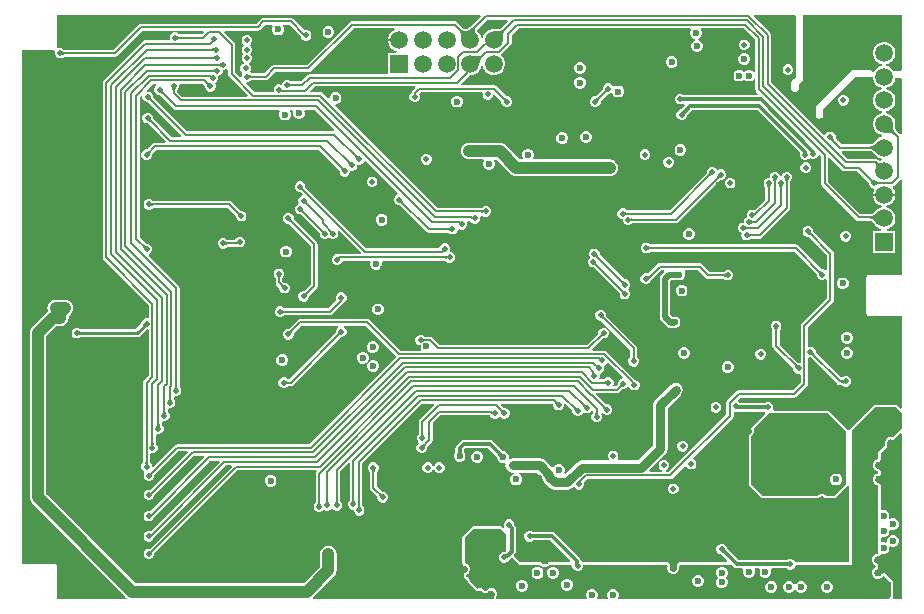
<source format=gbl>
G04*
G04 #@! TF.GenerationSoftware,Altium Limited,Altium Designer,24.4.1 (13)*
G04*
G04 Layer_Physical_Order=4*
G04 Layer_Color=16711680*
%FSLAX44Y44*%
%MOMM*%
G71*
G04*
G04 #@! TF.SameCoordinates,5CD8CDA4-0F32-4F39-920B-777DEE314C42*
G04*
G04*
G04 #@! TF.FilePolarity,Positive*
G04*
G01*
G75*
%ADD10C,0.2000*%
%ADD11C,0.2500*%
%ADD14C,0.1500*%
%ADD79C,0.3000*%
%ADD81C,1.0000*%
%ADD82C,0.5000*%
%ADD84C,0.8000*%
%ADD85C,1.5000*%
%ADD86R,1.5000X1.5000*%
%ADD87C,0.5000*%
%ADD88C,0.6000*%
G36*
X560952Y696278D02*
X551699Y687025D01*
X549198Y685222D01*
X548884Y685240D01*
X548090Y685340D01*
X547379Y685469D01*
X546774Y685621D01*
X546668Y685657D01*
X541163Y691163D01*
X540171Y691826D01*
X539000Y692059D01*
X539000Y692059D01*
X452000D01*
X452000Y692059D01*
X450830Y691826D01*
X449837Y691163D01*
X413733Y655059D01*
X386000D01*
X384829Y654826D01*
X383837Y654163D01*
X377733Y648059D01*
X366305D01*
X366211Y648153D01*
X365815Y649451D01*
X366500Y651105D01*
Y652895D01*
X365815Y654549D01*
X364845Y655519D01*
X364913Y656664D01*
X365046Y656977D01*
X365549Y657185D01*
X366815Y658451D01*
X367500Y660105D01*
Y661895D01*
X366815Y663549D01*
X365864Y664500D01*
X366815Y665451D01*
X367500Y667105D01*
Y668895D01*
X366815Y670549D01*
X366194Y671170D01*
X365667Y672000D01*
X366194Y672830D01*
X366815Y673451D01*
X367500Y675105D01*
Y676895D01*
X366815Y678549D01*
X365549Y679815D01*
X363895Y680500D01*
X362105D01*
X360451Y679815D01*
X359185Y678549D01*
X358500Y676895D01*
Y675105D01*
X359185Y673451D01*
X359806Y672830D01*
X360333Y672000D01*
X359806Y671170D01*
X359185Y670549D01*
X358500Y668895D01*
Y667105D01*
X359185Y665451D01*
X360136Y664500D01*
X359185Y663549D01*
X358500Y661895D01*
Y660105D01*
X359185Y658451D01*
X360155Y657481D01*
X360087Y656336D01*
X359954Y656023D01*
X359451Y655815D01*
X358185Y654549D01*
X357500Y652895D01*
Y651105D01*
X358185Y649451D01*
X358789Y648847D01*
X359185Y647549D01*
X358500Y645895D01*
Y644896D01*
X357230Y644370D01*
X353059Y648541D01*
Y672000D01*
X353059Y672000D01*
X352826Y673170D01*
X352163Y674163D01*
X343558Y682768D01*
X344044Y683941D01*
X372000D01*
X372000Y683941D01*
X373171Y684174D01*
X374163Y684837D01*
X378267Y688941D01*
X384211D01*
X384695Y687671D01*
X384000Y685995D01*
Y684005D01*
X384761Y682168D01*
X386168Y680761D01*
X388005Y680000D01*
X389995D01*
X391832Y680761D01*
X393239Y682168D01*
X394000Y684005D01*
Y685995D01*
X393306Y687671D01*
X393789Y688941D01*
X398733D01*
X408448Y679226D01*
X408448Y679226D01*
X408500Y679192D01*
Y679105D01*
X409185Y677451D01*
X410451Y676185D01*
X412105Y675500D01*
X413895D01*
X415549Y676185D01*
X416815Y677451D01*
X417500Y679105D01*
Y680895D01*
X416815Y682549D01*
X415549Y683815D01*
X413895Y684500D01*
X412105D01*
X411908Y684418D01*
X402163Y694163D01*
X401171Y694826D01*
X400000Y695059D01*
X400000Y695059D01*
X377000D01*
X377000Y695059D01*
X375830Y694826D01*
X374837Y694163D01*
X370733Y690059D01*
X273000D01*
X273000Y690059D01*
X271829Y689826D01*
X270837Y689163D01*
X270837Y689163D01*
X249733Y668059D01*
X208305D01*
X207549Y668815D01*
X205895Y669500D01*
X204105D01*
X203712Y669337D01*
X203064Y669707D01*
X202549Y670230D01*
Y697451D01*
X560466Y697451D01*
X560952Y696278D01*
D02*
G37*
G36*
X583942Y692268D02*
X577332Y685658D01*
X577226Y685622D01*
X576620Y685469D01*
X575911Y685340D01*
X575116Y685240D01*
X574377Y685198D01*
X573251Y685500D01*
X570749D01*
X568333Y684853D01*
X566167Y683602D01*
X564398Y681833D01*
X563147Y679667D01*
X562657Y677838D01*
X561343D01*
X560853Y679667D01*
X559602Y681833D01*
X557833Y683602D01*
X558118Y684793D01*
X566767Y693441D01*
X583456D01*
X583942Y692268D01*
D02*
G37*
G36*
X556897Y686483D02*
X556503Y686028D01*
X556212Y685552D01*
X556024Y685055D01*
X555939Y684538D01*
X555956Y684001D01*
X556076Y683443D01*
X556299Y682864D01*
X556625Y682265D01*
X557053Y681646D01*
X557585Y681006D01*
X550334Y681909D01*
X544500Y676075D01*
X544495Y677223D01*
X544377Y679263D01*
X544266Y680156D01*
X544119Y680964D01*
X543937Y681687D01*
X543719Y682326D01*
X543466Y682879D01*
X543178Y683347D01*
X542855Y683731D01*
X544269Y685145D01*
X544653Y684822D01*
X545121Y684534D01*
X545674Y684281D01*
X546312Y684063D01*
X547036Y683881D01*
X547844Y683734D01*
X548737Y683623D01*
X549680Y683568D01*
X554959Y687374D01*
X556897Y686483D01*
D02*
G37*
G36*
X303938Y679607D02*
X304101Y679480D01*
X304275Y679368D01*
X304459Y679270D01*
X304654Y679187D01*
X304860Y679120D01*
X305077Y679068D01*
X305304Y679030D01*
X305543Y679007D01*
X305791Y679000D01*
Y677000D01*
X305543Y676992D01*
X305304Y676970D01*
X305077Y676933D01*
X304860Y676880D01*
X304654Y676813D01*
X304459Y676730D01*
X304275Y676633D01*
X304101Y676520D01*
X303938Y676393D01*
X303785Y676250D01*
Y679750D01*
X303938Y679607D01*
D02*
G37*
G36*
X581145Y683731D02*
X580822Y683347D01*
X580534Y682879D01*
X580281Y682326D01*
X580063Y681687D01*
X579881Y680964D01*
X579734Y680156D01*
X579623Y679263D01*
X579505Y677223D01*
X579500Y676075D01*
X572075Y683500D01*
X573223Y683505D01*
X575263Y683623D01*
X576156Y683734D01*
X576964Y683881D01*
X577687Y684063D01*
X578326Y684281D01*
X578879Y684534D01*
X579347Y684822D01*
X579731Y685145D01*
X581145Y683731D01*
D02*
G37*
G36*
X335215Y666250D02*
X335062Y666393D01*
X334899Y666520D01*
X334725Y666633D01*
X334541Y666730D01*
X334346Y666813D01*
X334140Y666880D01*
X333923Y666933D01*
X333696Y666970D01*
X333457Y666992D01*
X333209Y667000D01*
Y669000D01*
X333457Y669007D01*
X333696Y669030D01*
X333923Y669068D01*
X334140Y669120D01*
X334346Y669187D01*
X334541Y669270D01*
X334725Y669368D01*
X334899Y669480D01*
X335062Y669607D01*
X335215Y669750D01*
Y666250D01*
D02*
G37*
G36*
X793441Y676283D02*
Y649248D01*
X792507Y648925D01*
X792171Y648900D01*
X790832Y650239D01*
X788995Y651000D01*
X787005D01*
X785168Y650239D01*
X784000Y649071D01*
X782832Y650239D01*
X780995Y651000D01*
X779005D01*
X777168Y650239D01*
X775761Y648832D01*
X775000Y646995D01*
Y645005D01*
X775761Y643168D01*
X777168Y641761D01*
X779005Y641000D01*
X780995D01*
X782832Y641761D01*
X784000Y642929D01*
X785168Y641761D01*
X787005Y641000D01*
X788995D01*
X790832Y641761D01*
X792171Y643100D01*
X792507Y643075D01*
X793441Y642752D01*
Y634500D01*
X793441Y634500D01*
X793674Y633330D01*
X794337Y632337D01*
X795932Y630742D01*
X795446Y629569D01*
X732795D01*
X732549Y629815D01*
X730895Y630500D01*
X729105D01*
X727451Y629815D01*
X726185Y628549D01*
X725500Y626895D01*
Y625105D01*
X726185Y623451D01*
X727451Y622185D01*
X729105Y621500D01*
X730895D01*
X732549Y622185D01*
X732552Y622188D01*
X733258Y622100D01*
X733717Y620763D01*
X730453Y617500D01*
X730105D01*
X728451Y616815D01*
X727185Y615549D01*
X726500Y613895D01*
Y612105D01*
X727185Y610451D01*
X728451Y609185D01*
X730105Y608500D01*
X731895D01*
X733549Y609185D01*
X734815Y610451D01*
X735500Y612105D01*
Y612453D01*
X739478Y616431D01*
X795451D01*
X831466Y580416D01*
X831250Y579895D01*
Y578105D01*
X831935Y576451D01*
X833201Y575185D01*
X834855Y574500D01*
X836645D01*
X838299Y575185D01*
X838804Y575690D01*
X839951Y576185D01*
X840663Y575890D01*
X841605Y575500D01*
X843395D01*
X845049Y576185D01*
X846315Y577451D01*
X846641Y578237D01*
X847991Y578506D01*
X848941Y577660D01*
Y555000D01*
X848941Y555000D01*
X849174Y553829D01*
X849837Y552837D01*
X878837Y523837D01*
X878837Y523837D01*
X879829Y523174D01*
X881000Y522941D01*
X891792D01*
X891877Y522895D01*
X892345Y522575D01*
X892853Y522162D01*
X893380Y521666D01*
X893634Y521382D01*
X893647Y521333D01*
X894898Y519167D01*
X896667Y517398D01*
X898833Y516147D01*
X900242Y515770D01*
X900075Y514500D01*
X893000D01*
Y495500D01*
X912000D01*
Y514500D01*
X904925D01*
X904758Y515770D01*
X906167Y516147D01*
X908333Y517398D01*
X910102Y519167D01*
X911352Y521333D01*
X912000Y523749D01*
Y526251D01*
X911352Y528667D01*
X910102Y530833D01*
X908333Y532602D01*
X906167Y533853D01*
X904338Y534343D01*
Y535657D01*
X906167Y536147D01*
X908333Y537398D01*
X910102Y539167D01*
X911352Y541333D01*
X912000Y543749D01*
Y544000D01*
X902500D01*
X893000D01*
Y543749D01*
X893647Y541333D01*
X894898Y539167D01*
X896667Y537398D01*
X898833Y536147D01*
X900662Y535657D01*
Y534343D01*
X898833Y533853D01*
X896667Y532602D01*
X894898Y530833D01*
X894805Y530671D01*
X894247Y530277D01*
X892800Y529395D01*
X892214Y529093D01*
X892137Y529059D01*
X882267D01*
X855059Y556267D01*
Y575956D01*
X856232Y576442D01*
X866837Y565837D01*
X866837Y565837D01*
X867830Y565174D01*
X869000Y564941D01*
X879733D01*
X889500Y555174D01*
Y554105D01*
X890185Y552451D01*
X891451Y551185D01*
X893105Y550500D01*
X893436D01*
X894071Y549400D01*
X893647Y548667D01*
X893000Y546251D01*
Y546000D01*
X902500D01*
X912000D01*
Y546251D01*
X911352Y548667D01*
X910102Y550833D01*
X910075Y550860D01*
X910110Y551339D01*
X910402Y552329D01*
X911163Y552837D01*
X916163Y557837D01*
X916163Y557837D01*
X916181Y557864D01*
X917451Y557479D01*
Y477549D01*
X890000D01*
X889025Y477355D01*
X888198Y476802D01*
X887645Y475975D01*
X887451Y475000D01*
Y445000D01*
X887645Y444025D01*
X888198Y443198D01*
X889025Y442645D01*
X890000Y442451D01*
X917451D01*
Y364592D01*
X916278Y364106D01*
X913942Y366442D01*
X913280Y366884D01*
X912500Y367039D01*
X895000D01*
X895000Y367039D01*
X894220Y366884D01*
X893558Y366442D01*
X893558Y366442D01*
X873558Y346442D01*
X873164Y345853D01*
X872601Y345780D01*
X872399D01*
X871835Y345853D01*
X871442Y346442D01*
X871442Y346442D01*
X856442Y361442D01*
X855780Y361884D01*
X855000Y362039D01*
X809019D01*
X808170Y363309D01*
X808500Y364105D01*
Y365895D01*
X807815Y367549D01*
X806549Y368815D01*
X804895Y369500D01*
X803105D01*
X801451Y368815D01*
X801205Y368569D01*
X780795D01*
X779549Y369815D01*
X779116Y369994D01*
X778818Y371492D01*
X780726Y373400D01*
X826459D01*
X826459Y373400D01*
X827629Y373633D01*
X828622Y374296D01*
X837163Y382837D01*
X837163Y382837D01*
X837826Y383829D01*
X838059Y385000D01*
Y406801D01*
X839105Y407500D01*
X840174D01*
X862837Y384837D01*
X862837Y384837D01*
X863829Y384174D01*
X865000Y383941D01*
X865000Y383941D01*
X866695D01*
X867451Y383185D01*
X869105Y382500D01*
X870895D01*
X872549Y383185D01*
X873815Y384451D01*
X874500Y386105D01*
Y387895D01*
X873815Y389549D01*
X872549Y390815D01*
X870895Y391500D01*
X869105D01*
X867451Y390815D01*
X867290Y390654D01*
X865671D01*
X844500Y411826D01*
Y412895D01*
X843815Y414549D01*
X842549Y415815D01*
X840895Y416500D01*
X839105D01*
X838059Y417199D01*
Y432733D01*
X859163Y453837D01*
X859163Y453837D01*
X859826Y454829D01*
X860059Y456000D01*
X860059Y456000D01*
Y495000D01*
X860059Y495000D01*
X859826Y496171D01*
X859163Y497163D01*
X842500Y513826D01*
Y514895D01*
X841815Y516549D01*
X840549Y517815D01*
X838895Y518500D01*
X837105D01*
X835451Y517815D01*
X834185Y516549D01*
X833500Y514895D01*
Y513105D01*
X834185Y511451D01*
X835451Y510185D01*
X837105Y509500D01*
X838174D01*
X853941Y493733D01*
Y481719D01*
X852671Y481193D01*
X852549Y481315D01*
X850895Y482000D01*
X849826D01*
X829663Y502163D01*
X828671Y502826D01*
X827500Y503059D01*
X827500Y503059D01*
X704305D01*
X703549Y503815D01*
X701895Y504500D01*
X700105D01*
X698451Y503815D01*
X697185Y502549D01*
X696500Y500895D01*
Y499105D01*
X697185Y497451D01*
X698451Y496185D01*
X700105Y495500D01*
X701895D01*
X703549Y496185D01*
X704305Y496941D01*
X826233D01*
X845500Y477674D01*
Y476605D01*
X846185Y474951D01*
X847451Y473685D01*
X849105Y473000D01*
X850895D01*
X852549Y473685D01*
X852671Y473807D01*
X853941Y473281D01*
Y457267D01*
X832837Y436163D01*
X832174Y435171D01*
X831941Y434000D01*
X831941Y434000D01*
Y403199D01*
X830895Y402500D01*
X829826D01*
X814059Y418267D01*
Y430695D01*
X814815Y431451D01*
X815500Y433105D01*
Y434895D01*
X814815Y436549D01*
X813549Y437815D01*
X811895Y438500D01*
X810105D01*
X808451Y437815D01*
X807185Y436549D01*
X806500Y434895D01*
Y433105D01*
X807185Y431451D01*
X807941Y430695D01*
Y417000D01*
X807941Y417000D01*
X808174Y415830D01*
X808837Y414837D01*
X825500Y398174D01*
Y397105D01*
X826185Y395451D01*
X827451Y394185D01*
X829105Y393500D01*
X830895D01*
X831941Y392801D01*
Y386267D01*
X825192Y379518D01*
X779459D01*
X779459Y379518D01*
X778288Y379285D01*
X777296Y378622D01*
X777296Y378622D01*
X769837Y371163D01*
X769174Y370171D01*
X768941Y369000D01*
X768941Y369000D01*
Y359267D01*
X720233Y310559D01*
X717942D01*
X717689Y311829D01*
X718549Y312185D01*
X719815Y313451D01*
X720500Y315105D01*
Y316895D01*
X719815Y318549D01*
X718549Y319815D01*
X716895Y320500D01*
X715105D01*
X713451Y319815D01*
X712185Y318549D01*
X711500Y316895D01*
Y315105D01*
X712185Y313451D01*
X713451Y312185D01*
X714311Y311829D01*
X714059Y310559D01*
X703870D01*
X703384Y311732D01*
X717326Y325674D01*
X718652Y327659D01*
X719118Y330000D01*
Y336000D01*
Y364466D01*
X730326Y375674D01*
X731652Y377659D01*
X732117Y380000D01*
X731652Y382341D01*
X730326Y384326D01*
X728341Y385652D01*
X726000Y386118D01*
X723659Y385652D01*
X721674Y384326D01*
X708674Y371326D01*
X707348Y369341D01*
X706882Y367000D01*
Y336000D01*
Y332534D01*
X694466Y320117D01*
X677278D01*
X676751Y321387D01*
X676815Y321451D01*
X677500Y323105D01*
Y324895D01*
X676815Y326549D01*
X675549Y327815D01*
X673895Y328500D01*
X672105D01*
X670451Y327815D01*
X669185Y326549D01*
X668500Y324895D01*
Y323105D01*
X669185Y321451D01*
X669249Y321387D01*
X668722Y320117D01*
X667000D01*
X667000Y320118D01*
X646686D01*
X644345Y319652D01*
X642361Y318326D01*
X632506Y308471D01*
X632252Y308521D01*
X631564Y309953D01*
X632000Y311005D01*
Y312995D01*
X631239Y314832D01*
X629832Y316239D01*
X627995Y317000D01*
X626005D01*
X624168Y316239D01*
X622761Y314832D01*
X622636Y314530D01*
X621390Y314282D01*
X615346Y320326D01*
X613362Y321652D01*
X611021Y322118D01*
X588000D01*
X585659Y321652D01*
X585610Y321619D01*
X584500Y322405D01*
Y323995D01*
X583739Y325832D01*
X582332Y327239D01*
X580494Y328000D01*
X579547D01*
X571023Y336523D01*
X569866Y337297D01*
X568500Y337569D01*
X546500D01*
X545134Y337297D01*
X543977Y336523D01*
X540477Y333023D01*
X539703Y331866D01*
X539431Y330500D01*
Y327474D01*
X538761Y326804D01*
X538000Y324966D01*
Y322977D01*
X538761Y321139D01*
X540168Y319733D01*
X542005Y318972D01*
X543994D01*
X545832Y319733D01*
X547239Y321139D01*
X548000Y322977D01*
Y324966D01*
X547239Y326804D01*
X546568Y327474D01*
Y329022D01*
X547978Y330431D01*
X567022D01*
X574500Y322953D01*
Y322006D01*
X575261Y320168D01*
X576668Y318761D01*
X578505Y318000D01*
X580494D01*
X581029Y318222D01*
X582143Y317308D01*
X581883Y316000D01*
X582348Y313659D01*
X583674Y311674D01*
X585659Y310348D01*
X588000Y309883D01*
X588817D01*
X589070Y308612D01*
X588168Y308239D01*
X586761Y306832D01*
X586000Y304995D01*
Y303006D01*
X586761Y301168D01*
X588168Y299761D01*
X590005Y299000D01*
X591995D01*
X593832Y299761D01*
X595239Y301168D01*
X596000Y303006D01*
Y304995D01*
X595239Y306832D01*
X593832Y308239D01*
X592930Y308612D01*
X593183Y309883D01*
X608487D01*
X613129Y305240D01*
X613348Y304138D01*
X614674Y302153D01*
X619653Y297174D01*
X621638Y295848D01*
X623979Y295382D01*
X634186D01*
X636527Y295848D01*
X638512Y297174D01*
X639004Y297667D01*
X640385Y297251D01*
X641451Y296185D01*
X643105Y295500D01*
X644895D01*
X646549Y296185D01*
X647815Y297451D01*
X648500Y299105D01*
Y300895D01*
X648272Y301446D01*
X651267Y304441D01*
X721500D01*
X721500Y304441D01*
X722671Y304674D01*
X723663Y305337D01*
X733508Y315182D01*
X735006Y314884D01*
X735185Y314451D01*
X736451Y313185D01*
X738105Y312500D01*
X739895D01*
X741549Y313185D01*
X742815Y314451D01*
X743500Y316105D01*
Y317895D01*
X742815Y319549D01*
X741549Y320815D01*
X741116Y320994D01*
X740818Y322492D01*
X774163Y355837D01*
X774163Y355837D01*
X774826Y356829D01*
X775059Y358000D01*
Y360801D01*
X776105Y361500D01*
X777895D01*
X777993Y361540D01*
X778541Y361431D01*
X801205D01*
X801451Y361185D01*
X801703Y361081D01*
X801951Y359835D01*
X790617Y348501D01*
X790175Y347840D01*
X790020Y347059D01*
X790175Y346279D01*
X790461Y345589D01*
Y344411D01*
X790010Y343323D01*
X789145Y342458D01*
X788558Y342066D01*
X788116Y341404D01*
X787961Y340624D01*
Y300000D01*
X788116Y299220D01*
X788558Y298558D01*
X788558Y298558D01*
X798558Y288558D01*
X799220Y288116D01*
X800000Y287961D01*
X845929D01*
X846709Y288116D01*
X847371Y288558D01*
X848323Y289510D01*
X849411Y289961D01*
X850589D01*
X851677Y289510D01*
X852629Y288558D01*
X853291Y288116D01*
X854071Y287961D01*
X860000D01*
X860780Y288116D01*
X861442Y288558D01*
X861442Y288558D01*
X871442Y298558D01*
X871691Y298930D01*
X872961Y298619D01*
Y234039D01*
X827500D01*
X827158Y233971D01*
X826815Y234799D01*
X825549Y236065D01*
X823895Y236750D01*
X822105D01*
X820451Y236065D01*
X820205Y235819D01*
X779228D01*
X769500Y245547D01*
Y245895D01*
X768815Y247549D01*
X767549Y248815D01*
X765895Y249500D01*
X764105D01*
X762451Y248815D01*
X761185Y247549D01*
X760500Y245895D01*
Y244105D01*
X761185Y242451D01*
X762451Y241185D01*
X764105Y240500D01*
X764453D01*
X769741Y235212D01*
X769255Y234039D01*
X744455D01*
X729544Y234039D01*
X729347Y234000D01*
X729146D01*
X728960Y233923D01*
X728764Y233884D01*
X728597Y233772D01*
X728411Y233696D01*
X728269Y233554D01*
X728102Y233442D01*
X727990Y233275D01*
X727848Y233133D01*
X727000Y231863D01*
X726923Y231677D01*
X726811Y231510D01*
X726772Y231313D01*
X726695Y231128D01*
Y230927D01*
X726656Y230730D01*
X726695Y230533D01*
Y230332D01*
X726772Y230147D01*
X726811Y229950D01*
X726961Y229589D01*
Y228411D01*
X726510Y227323D01*
X725677Y226490D01*
X724589Y226039D01*
X723411D01*
X722323Y226490D01*
X721490Y227323D01*
X721039Y228411D01*
Y229589D01*
X721189Y229950D01*
X721228Y230147D01*
X721305Y230332D01*
Y230533D01*
X721344Y230730D01*
X721305Y230927D01*
Y231128D01*
X721228Y231313D01*
X721189Y231510D01*
X721077Y231677D01*
X721000Y231863D01*
X720152Y233133D01*
X720010Y233275D01*
X719898Y233442D01*
X719731Y233554D01*
X719589Y233696D01*
X719403Y233772D01*
X719236Y233884D01*
X719039Y233923D01*
X718854Y234000D01*
X718653D01*
X718456Y234039D01*
X647570D01*
X647472Y234020D01*
X646999Y234142D01*
X646317Y234700D01*
X646168Y234957D01*
X645972Y235940D01*
X645199Y237098D01*
X623773Y258523D01*
X622616Y259297D01*
X621250Y259569D01*
X605045D01*
X604799Y259815D01*
X603145Y260500D01*
X601355D01*
X599701Y259815D01*
X598435Y258549D01*
X597750Y256895D01*
Y255105D01*
X598435Y253451D01*
X599701Y252185D01*
X601355Y251500D01*
X603145D01*
X604799Y252185D01*
X605045Y252431D01*
X619772D01*
X636894Y235309D01*
X636368Y234039D01*
X619071D01*
X619071Y234039D01*
X618291Y233884D01*
X617629Y233442D01*
X617629Y233442D01*
X616677Y232490D01*
X615589Y232039D01*
X614411D01*
X613323Y232490D01*
X612371Y233442D01*
X611709Y233884D01*
X610929Y234039D01*
X593845D01*
X588465Y239419D01*
X589523Y240477D01*
X590297Y241634D01*
X590569Y243000D01*
Y263209D01*
X590297Y264574D01*
X589523Y265732D01*
X589500Y265756D01*
Y266645D01*
X588815Y268299D01*
X587549Y269565D01*
X585895Y270250D01*
X584105D01*
X582451Y269565D01*
X581185Y268299D01*
X580500Y266645D01*
Y264855D01*
X580977Y263703D01*
X579901Y262983D01*
X578942Y263942D01*
X578280Y264384D01*
X577500Y264539D01*
X555000D01*
X554220Y264384D01*
X553558Y263942D01*
X553558Y263942D01*
X546058Y256442D01*
X545616Y255780D01*
X545461Y255000D01*
Y233000D01*
X545616Y232220D01*
X546058Y231558D01*
X546720Y231116D01*
X547500Y230961D01*
X547589D01*
X548677Y230510D01*
X549510Y229677D01*
X549961Y228589D01*
Y227411D01*
X549510Y226323D01*
X548677Y225490D01*
X547781Y225119D01*
X547476Y224915D01*
X547164Y224720D01*
X547145Y224694D01*
X547119Y224677D01*
X546915Y224371D01*
X546702Y224072D01*
X546596Y223837D01*
X546546Y223618D01*
X546458Y223410D01*
X546457Y223234D01*
X546417Y223062D01*
X546455Y222840D01*
X546453Y222615D01*
X546702Y221321D01*
X546780Y221129D01*
X546821Y220926D01*
X546929Y220764D01*
X547002Y220584D01*
X547147Y220436D01*
X547263Y220264D01*
X547424Y220156D01*
X547561Y220018D01*
X547752Y219937D01*
X547924Y219822D01*
X548677Y219510D01*
X549510Y218677D01*
X550112Y217223D01*
X550554Y216562D01*
X556852Y210264D01*
X557183Y210043D01*
X557514Y209822D01*
X558294Y209666D01*
X559075Y209822D01*
X559411Y209961D01*
X560589D01*
X561677Y209510D01*
X562660Y208527D01*
X562871Y208212D01*
X563532Y207770D01*
X564313Y207615D01*
X565687D01*
X566468Y207770D01*
X567129Y208212D01*
X567129Y208212D01*
X567340Y208527D01*
X568323Y209510D01*
X569411Y209961D01*
X570589D01*
X571677Y209510D01*
X572510Y208677D01*
X572961Y207589D01*
Y206411D01*
X572510Y205323D01*
X572448Y205261D01*
X572006Y204599D01*
X571851Y203819D01*
X570922Y202549D01*
X419178D01*
X418746Y203819D01*
X418992Y204008D01*
X436992Y222008D01*
X438114Y223470D01*
X438820Y225173D01*
X439060Y227000D01*
Y241000D01*
X438820Y242827D01*
X438114Y244530D01*
X436992Y245993D01*
X435530Y247115D01*
X433827Y247820D01*
X432000Y248060D01*
X430173Y247820D01*
X428470Y247115D01*
X427007Y245993D01*
X425886Y244530D01*
X425180Y242827D01*
X424940Y241000D01*
Y229925D01*
X411076Y216060D01*
X268925D01*
X193060Y291924D01*
Y425075D01*
X202037Y434052D01*
X205000D01*
X206827Y434293D01*
X208530Y434998D01*
X209992Y436120D01*
X211115Y437582D01*
X211820Y439285D01*
X212060Y441112D01*
Y442076D01*
X213992Y444008D01*
X215114Y445470D01*
X215820Y447173D01*
X216060Y449000D01*
X215820Y450827D01*
X215114Y452530D01*
X213992Y453993D01*
X212530Y455115D01*
X210827Y455820D01*
X209000Y456060D01*
X201000D01*
X199173Y455820D01*
X197470Y455115D01*
X196007Y453993D01*
X194886Y452530D01*
X194180Y450827D01*
X193940Y449000D01*
X194180Y447173D01*
X194501Y446398D01*
X194120Y446105D01*
X181007Y432993D01*
X179886Y431530D01*
X179180Y429827D01*
X178940Y428000D01*
Y289000D01*
X179180Y287173D01*
X179886Y285470D01*
X181007Y284008D01*
X261008Y204008D01*
X261254Y203819D01*
X260822Y202549D01*
X202549D01*
Y230000D01*
X202355Y230975D01*
X201802Y231802D01*
X200975Y232355D01*
X200000Y232549D01*
X172549D01*
Y667451D01*
X199770D01*
X200293Y666936D01*
X200663Y666288D01*
X200500Y665895D01*
Y664105D01*
X201185Y662451D01*
X202451Y661185D01*
X204105Y660500D01*
X205895D01*
X207549Y661185D01*
X208305Y661941D01*
X251000D01*
X251000Y661941D01*
X252171Y662174D01*
X253163Y662837D01*
X274267Y683941D01*
X325956D01*
X326442Y682768D01*
X324733Y681059D01*
X305305D01*
X304549Y681815D01*
X302895Y682500D01*
X301105D01*
X299451Y681815D01*
X298185Y680549D01*
X297500Y678895D01*
Y677105D01*
X296801Y676059D01*
X277000D01*
X277000Y676059D01*
X275830Y675826D01*
X274837Y675163D01*
X274837Y675163D01*
X241837Y642163D01*
X241174Y641171D01*
X240941Y640000D01*
X240941Y640000D01*
Y492000D01*
X240941Y492000D01*
X241174Y490830D01*
X241837Y489837D01*
X279941Y451733D01*
Y441199D01*
X278895Y440500D01*
X277105D01*
X275451Y439815D01*
X274185Y438549D01*
X273500Y436895D01*
Y436186D01*
X268627Y431314D01*
X222050D01*
X221549Y431815D01*
X219895Y432500D01*
X218105D01*
X216451Y431815D01*
X215185Y430549D01*
X214500Y428895D01*
Y427105D01*
X215185Y425451D01*
X216451Y424185D01*
X218105Y423500D01*
X219895D01*
X221549Y424185D01*
X222050Y424686D01*
X270000D01*
X271268Y424939D01*
X272343Y425657D01*
X278186Y431500D01*
X278895D01*
X279941Y430801D01*
Y392267D01*
X275837Y388163D01*
X275174Y387170D01*
X274941Y386000D01*
X274941Y386000D01*
Y318305D01*
X274185Y317549D01*
X273500Y315895D01*
Y314105D01*
X274185Y312451D01*
X275451Y311185D01*
X275857Y311017D01*
X276185Y309549D01*
X275500Y307895D01*
Y306105D01*
X276185Y304451D01*
X277451Y303185D01*
X279105Y302500D01*
X280895D01*
X282549Y303185D01*
X283815Y304451D01*
X284500Y306105D01*
Y307535D01*
X305161Y328196D01*
X312572D01*
X313058Y327023D01*
X281347Y295313D01*
X280895Y295500D01*
X279105D01*
X277451Y294815D01*
X276185Y293549D01*
X275500Y291895D01*
Y290105D01*
X276185Y288451D01*
X277451Y287185D01*
X279105Y286500D01*
X280895D01*
X282549Y287185D01*
X283815Y288451D01*
X284500Y290105D01*
Y290535D01*
X318161Y324196D01*
X326572D01*
X327058Y323023D01*
X281347Y277313D01*
X280895Y277500D01*
X279105D01*
X277451Y276815D01*
X276185Y275549D01*
X275500Y273895D01*
Y272105D01*
X276185Y270451D01*
X277451Y269185D01*
X279105Y268500D01*
X280895D01*
X282549Y269185D01*
X283815Y270451D01*
X284500Y272105D01*
Y272535D01*
X332015Y320050D01*
X339425D01*
X339911Y318876D01*
X281347Y260313D01*
X280895Y260500D01*
X279105D01*
X277451Y259815D01*
X276185Y258549D01*
X275500Y256895D01*
Y255105D01*
X276185Y253451D01*
X277451Y252185D01*
X279105Y251500D01*
X280895D01*
X282549Y252185D01*
X283815Y253451D01*
X284500Y255105D01*
Y255535D01*
X345051Y316085D01*
X349461D01*
X349947Y314912D01*
X280535Y245500D01*
X279105D01*
X277451Y244815D01*
X276185Y243549D01*
X275500Y241895D01*
Y240105D01*
X276185Y238451D01*
X277451Y237185D01*
X279105Y236500D01*
X280895D01*
X282549Y237185D01*
X283815Y238451D01*
X284500Y240105D01*
Y241535D01*
X355161Y312196D01*
X421572D01*
X421866Y311485D01*
X421980Y310926D01*
X421410Y310073D01*
X421196Y309000D01*
Y284560D01*
X420185Y283549D01*
X419500Y281895D01*
Y280105D01*
X420185Y278451D01*
X421451Y277185D01*
X423105Y276500D01*
X424895D01*
X426549Y277185D01*
X427815Y278451D01*
X428449Y278187D01*
X428451Y278185D01*
X430105Y277500D01*
X431895D01*
X433549Y278185D01*
X434170Y278806D01*
X435000Y279333D01*
X435830Y278806D01*
X436451Y278185D01*
X438105Y277500D01*
X439895D01*
X441549Y278185D01*
X442815Y279451D01*
X443500Y281105D01*
Y282895D01*
X442815Y284549D01*
X441804Y285560D01*
Y310839D01*
X449023Y318058D01*
X450196Y317572D01*
Y286560D01*
X449185Y285549D01*
X448500Y283895D01*
Y282105D01*
X449185Y280451D01*
X450451Y279185D01*
X452105Y278500D01*
X453500D01*
Y277105D01*
X454185Y275451D01*
X455451Y274185D01*
X457105Y273500D01*
X458895D01*
X460549Y274185D01*
X461815Y275451D01*
X462500Y277105D01*
Y278895D01*
X461815Y280549D01*
X460804Y281560D01*
Y317839D01*
X511161Y368196D01*
X521072D01*
X521558Y367023D01*
X509517Y354983D01*
X508909Y354073D01*
X508696Y353000D01*
Y342560D01*
X507685Y341549D01*
X507000Y339895D01*
Y338105D01*
X507685Y336451D01*
X508094Y336042D01*
X508451Y334815D01*
X507185Y333549D01*
X506500Y331895D01*
Y330105D01*
X507185Y328451D01*
X508451Y327185D01*
X510105Y326500D01*
X511895D01*
X513549Y327185D01*
X514815Y328451D01*
X515500Y330105D01*
Y331535D01*
X519483Y335517D01*
X520090Y336427D01*
X520304Y337500D01*
Y351839D01*
X526661Y358196D01*
X568876D01*
X569185Y357451D01*
X570451Y356185D01*
X572105Y355500D01*
X573895D01*
X575549Y356185D01*
X576170Y356806D01*
X577000Y357333D01*
X577830Y356806D01*
X578451Y356185D01*
X580105Y355500D01*
X581895D01*
X583549Y356185D01*
X584815Y357451D01*
X585500Y359105D01*
Y360895D01*
X584815Y362549D01*
X583549Y363815D01*
X581895Y364500D01*
X580465D01*
X577942Y367023D01*
X578428Y368196D01*
X621839D01*
X622500Y367535D01*
Y366105D01*
X623185Y364451D01*
X624451Y363185D01*
X626105Y362500D01*
X627895D01*
X629549Y363185D01*
X630815Y364451D01*
X631500Y366105D01*
Y367739D01*
X631908Y368057D01*
X632673Y368361D01*
X638500Y362535D01*
Y361105D01*
X639185Y359451D01*
X640451Y358185D01*
X642105Y357500D01*
X643895D01*
X645549Y358185D01*
X646815Y359451D01*
X646983Y359857D01*
X647951Y360685D01*
X648502Y360457D01*
X649605Y360000D01*
X651395D01*
X653049Y360685D01*
X654315Y361951D01*
X655715Y362017D01*
X656021Y361758D01*
X656057Y360421D01*
X655185Y359549D01*
X654500Y357895D01*
Y356105D01*
X655185Y354451D01*
X656451Y353185D01*
X658105Y352500D01*
X659895D01*
X661549Y353185D01*
X662815Y354451D01*
X663500Y356105D01*
Y357895D01*
X662815Y359549D01*
X663730Y360406D01*
X664951Y359185D01*
X666605Y358500D01*
X668395D01*
X670049Y359185D01*
X671315Y360451D01*
X672000Y362105D01*
Y363895D01*
X671315Y365549D01*
X670049Y366815D01*
X668395Y367500D01*
X666965D01*
X658442Y376023D01*
X658928Y377196D01*
X676500D01*
X677573Y377410D01*
X678483Y378017D01*
X680965Y380500D01*
X682395D01*
X684049Y381185D01*
X685315Y382451D01*
X685356Y382549D01*
X686730D01*
X687185Y381451D01*
X688451Y380185D01*
X690105Y379500D01*
X691895D01*
X693549Y380185D01*
X694815Y381451D01*
X695500Y383105D01*
Y384895D01*
X694815Y386549D01*
X693549Y387815D01*
X691895Y388500D01*
X691465D01*
X667652Y412313D01*
X666743Y412921D01*
X665670Y413134D01*
X655759D01*
X655273Y414308D01*
X664465Y423500D01*
X665895D01*
X667549Y424185D01*
X668815Y425451D01*
X669500Y427105D01*
Y428895D01*
X668815Y430549D01*
X667549Y431815D01*
X665895Y432500D01*
X664105D01*
X662451Y431815D01*
X661185Y430549D01*
X660500Y428895D01*
Y427465D01*
X650839Y417804D01*
X526161D01*
X519733Y424233D01*
X518823Y424840D01*
X517750Y425054D01*
X513310D01*
X512549Y425815D01*
X510895Y426500D01*
X509105D01*
X507451Y425815D01*
X506185Y424549D01*
X505500Y422895D01*
Y421105D01*
X506185Y419451D01*
X507451Y418185D01*
X509105Y417500D01*
X510000D01*
Y416005D01*
X510663Y414404D01*
X510135Y413134D01*
X492831D01*
X466983Y438983D01*
X466073Y439590D01*
X465000Y439804D01*
X408000D01*
X406927Y439590D01*
X406017Y438983D01*
X398535Y431500D01*
X397105D01*
X395451Y430815D01*
X394185Y429549D01*
X393500Y427895D01*
Y426105D01*
X394185Y424451D01*
X395451Y423185D01*
X397105Y422500D01*
X398895D01*
X400549Y423185D01*
X401815Y424451D01*
X402500Y426105D01*
Y427535D01*
X409161Y434196D01*
X440467D01*
X440719Y432926D01*
X440451Y432815D01*
X439185Y431549D01*
X438500Y429895D01*
Y428465D01*
X398839Y388804D01*
X397560D01*
X396549Y389815D01*
X394895Y390500D01*
X393105D01*
X391451Y389815D01*
X390185Y388549D01*
X389500Y386895D01*
Y385105D01*
X390185Y383451D01*
X391451Y382185D01*
X393105Y381500D01*
X394895D01*
X396549Y382185D01*
X397560Y383196D01*
X400000D01*
X401073Y383410D01*
X401983Y384017D01*
X442465Y424500D01*
X443895D01*
X445549Y425185D01*
X446815Y426451D01*
X447500Y428105D01*
Y429895D01*
X446815Y431549D01*
X445549Y432815D01*
X445280Y432926D01*
X445533Y434196D01*
X463839D01*
X489255Y408780D01*
X489281Y407246D01*
X415839Y333804D01*
X304000D01*
X302927Y333590D01*
X302017Y332983D01*
X283770Y314735D01*
X282500Y315261D01*
Y315895D01*
X281815Y317549D01*
X281059Y318305D01*
Y325801D01*
X282105Y326500D01*
X283895D01*
X285549Y327185D01*
X286815Y328451D01*
X287500Y330105D01*
Y331895D01*
X286815Y333549D01*
X286059Y334305D01*
Y341801D01*
X287105Y342500D01*
X288895D01*
X290549Y343185D01*
X291815Y344451D01*
X292500Y346105D01*
Y347895D01*
X291815Y349549D01*
X291059Y350305D01*
Y352801D01*
X292105Y353500D01*
X293895D01*
X295549Y354185D01*
X296815Y355451D01*
X297500Y357105D01*
Y358895D01*
X296815Y360549D01*
X296059Y361305D01*
Y363801D01*
X297105Y364500D01*
X298895D01*
X300549Y365185D01*
X301815Y366451D01*
X302500Y368105D01*
Y369895D01*
X301815Y371549D01*
X301059Y372305D01*
Y373801D01*
X302105Y374500D01*
X303895D01*
X305549Y375185D01*
X306815Y376451D01*
X307500Y378105D01*
Y379895D01*
X306815Y381549D01*
X306059Y382305D01*
Y466000D01*
X306059Y466000D01*
X305826Y467170D01*
X305163Y468163D01*
X305163Y468163D01*
X279818Y493508D01*
X280116Y495006D01*
X280549Y495185D01*
X281815Y496451D01*
X282500Y498105D01*
Y499895D01*
X281815Y501549D01*
X280549Y502815D01*
X278895Y503500D01*
X277826D01*
X272059Y509267D01*
Y627733D01*
X273237Y628911D01*
X274500Y628378D01*
Y627105D01*
X275185Y625451D01*
X276451Y624185D01*
X278105Y623500D01*
X279174D01*
X307442Y595232D01*
X306956Y594059D01*
X299267D01*
X283500Y609826D01*
Y610895D01*
X282815Y612549D01*
X281549Y613815D01*
X279895Y614500D01*
X278105D01*
X276451Y613815D01*
X275185Y612549D01*
X274500Y610895D01*
Y609105D01*
X275185Y607451D01*
X276451Y606185D01*
X278105Y605500D01*
X279174D01*
X294442Y590232D01*
X293956Y589059D01*
X285000D01*
X283829Y588826D01*
X282837Y588163D01*
X278174Y583500D01*
X277105D01*
X275451Y582815D01*
X274185Y581549D01*
X273500Y579895D01*
Y578105D01*
X274185Y576451D01*
X275451Y575185D01*
X277105Y574500D01*
X278895D01*
X280549Y575185D01*
X281815Y576451D01*
X282500Y578105D01*
Y579174D01*
X286267Y582941D01*
X423733D01*
X441500Y565174D01*
Y564105D01*
X442185Y562451D01*
X443451Y561185D01*
X445105Y560500D01*
X446895D01*
X448549Y561185D01*
X449815Y562451D01*
X450500Y564105D01*
Y565096D01*
X451105Y565500D01*
X452895D01*
X454549Y566185D01*
X455815Y567451D01*
X456500Y569105D01*
Y570096D01*
X457105Y570500D01*
X458895D01*
X460549Y571185D01*
X461815Y572451D01*
X462132Y573217D01*
X463630Y573515D01*
X490515Y546630D01*
X490217Y545132D01*
X489451Y544815D01*
X488185Y543549D01*
X487500Y541895D01*
Y540105D01*
X488185Y538451D01*
X489451Y537185D01*
X491105Y536500D01*
X492174D01*
X514837Y513837D01*
X514837Y513837D01*
X515830Y513174D01*
X517000Y512941D01*
X517000Y512941D01*
X533695D01*
X534451Y512185D01*
X536105Y511500D01*
X537895D01*
X539549Y512185D01*
X540815Y513451D01*
X541500Y515105D01*
Y515340D01*
X541814Y515619D01*
X542770Y516053D01*
X544105Y515500D01*
X545895D01*
X547549Y516185D01*
X548815Y517451D01*
X549500Y519105D01*
Y520895D01*
X549179Y521671D01*
X550027Y522941D01*
X551982D01*
X552185Y522451D01*
X553451Y521185D01*
X555105Y520500D01*
X556895D01*
X558549Y521185D01*
X559815Y522451D01*
X560500Y524105D01*
Y525895D01*
X560353Y526249D01*
X561090Y527419D01*
X562136Y527500D01*
X562451Y527185D01*
X564105Y526500D01*
X565895D01*
X567549Y527185D01*
X568815Y528451D01*
X569500Y530105D01*
Y531895D01*
X568815Y533549D01*
X567549Y534815D01*
X565895Y535500D01*
X564105D01*
X562451Y534815D01*
X561695Y534059D01*
X525046D01*
X525023Y534054D01*
X525000Y534059D01*
X524493D01*
X437822Y620730D01*
X438348Y622000D01*
X438994D01*
X440832Y622761D01*
X442239Y624168D01*
X443000Y626005D01*
Y627995D01*
X442239Y629832D01*
X440832Y631239D01*
X438994Y632000D01*
X437005D01*
X435168Y631239D01*
X433761Y629832D01*
X433000Y627995D01*
Y627348D01*
X431730Y626822D01*
X427389Y631163D01*
X426397Y631826D01*
X425227Y632059D01*
X425226Y632059D01*
X417044D01*
X416558Y633232D01*
X420267Y636941D01*
X504956D01*
X505442Y635768D01*
X503226Y633552D01*
X502563Y632560D01*
X502406Y631770D01*
X501185Y630549D01*
X500500Y628895D01*
Y627105D01*
X501185Y625451D01*
X502451Y624185D01*
X504105Y623500D01*
X505895D01*
X507549Y624185D01*
X508815Y625451D01*
X509500Y627105D01*
Y628895D01*
X508833Y630507D01*
X510267Y631941D01*
X561801D01*
X562500Y630895D01*
Y629105D01*
X563185Y627451D01*
X564451Y626185D01*
X566105Y625500D01*
X567895D01*
X569549Y626185D01*
X570815Y627451D01*
X571500Y629105D01*
Y629378D01*
X572770Y629904D01*
X578500Y624174D01*
Y623105D01*
X579185Y621451D01*
X580451Y620185D01*
X582105Y619500D01*
X583895D01*
X585549Y620185D01*
X586815Y621451D01*
X587500Y623105D01*
Y624895D01*
X586815Y626549D01*
X585549Y627815D01*
X583895Y628500D01*
X582826D01*
X574163Y637163D01*
X573171Y637826D01*
X572000Y638059D01*
X572000Y638059D01*
X545044D01*
X544558Y639232D01*
X551675Y646350D01*
X551776Y646500D01*
X553251D01*
X555667Y647147D01*
X557833Y648398D01*
X559602Y650167D01*
X560853Y652333D01*
X561343Y654162D01*
X562657D01*
X563147Y652333D01*
X564398Y650167D01*
X566167Y648398D01*
X568333Y647147D01*
X570749Y646500D01*
X573251D01*
X575667Y647147D01*
X577833Y648398D01*
X579602Y650167D01*
X580853Y652333D01*
X581500Y654749D01*
Y657251D01*
X580853Y659667D01*
X579602Y661833D01*
X578242Y663193D01*
X578305Y663837D01*
X586234Y671766D01*
X586897Y672758D01*
X587130Y673929D01*
Y679804D01*
X593267Y685941D01*
X738211D01*
X738695Y684671D01*
X738000Y682995D01*
Y681005D01*
X738761Y679168D01*
X740168Y677761D01*
X742005Y677000D01*
X742101D01*
X742354Y675730D01*
X741168Y675239D01*
X739761Y673832D01*
X739000Y671995D01*
Y670005D01*
X739761Y668168D01*
X741168Y666761D01*
X743005Y666000D01*
X744995D01*
X746832Y666761D01*
X748239Y668168D01*
X749000Y670005D01*
Y671995D01*
X748239Y673832D01*
X746832Y675239D01*
X744995Y676000D01*
X744899D01*
X744646Y677270D01*
X745832Y677761D01*
X747239Y679168D01*
X748000Y681005D01*
Y682995D01*
X747306Y684671D01*
X747789Y685941D01*
X783783D01*
X793441Y676283D01*
D02*
G37*
G36*
X206938Y666608D02*
X207101Y666480D01*
X207275Y666367D01*
X207459Y666270D01*
X207654Y666188D01*
X207860Y666120D01*
X208077Y666068D01*
X208304Y666030D01*
X208542Y666008D01*
X208791Y666000D01*
Y664000D01*
X208542Y663992D01*
X208304Y663970D01*
X208077Y663932D01*
X207860Y663880D01*
X207654Y663812D01*
X207459Y663730D01*
X207275Y663633D01*
X207101Y663520D01*
X206938Y663392D01*
X206785Y663250D01*
Y666750D01*
X206938Y666608D01*
D02*
G37*
G36*
X562211Y661797D02*
X561988Y661525D01*
X561748Y661140D01*
X561491Y660640D01*
X561217Y660027D01*
X560618Y658457D01*
X559591Y655248D01*
X559215Y653951D01*
X554193Y663172D01*
X555168Y662900D01*
X556083Y662699D01*
X556937Y662568D01*
X557730Y662508D01*
X558463Y662519D01*
X559136Y662600D01*
X559747Y662752D01*
X560298Y662975D01*
X560789Y663269D01*
X561219Y663633D01*
X562211Y661797D01*
D02*
G37*
G36*
X336215Y659250D02*
X336062Y659392D01*
X335899Y659520D01*
X335725Y659632D01*
X335541Y659730D01*
X335346Y659812D01*
X335140Y659880D01*
X334923Y659932D01*
X334696Y659970D01*
X334458Y659993D01*
X334209Y660000D01*
Y662000D01*
X334458Y662008D01*
X334696Y662030D01*
X334923Y662067D01*
X335140Y662120D01*
X335346Y662188D01*
X335541Y662270D01*
X335725Y662367D01*
X335899Y662480D01*
X336062Y662607D01*
X336215Y662750D01*
Y659250D01*
D02*
G37*
G36*
X341215Y653250D02*
X341062Y653392D01*
X340899Y653520D01*
X340725Y653633D01*
X340541Y653730D01*
X340346Y653812D01*
X340140Y653880D01*
X339923Y653932D01*
X339696Y653970D01*
X339458Y653992D01*
X339209Y654000D01*
Y656000D01*
X339458Y656008D01*
X339696Y656030D01*
X339923Y656068D01*
X340140Y656120D01*
X340346Y656188D01*
X340541Y656270D01*
X340725Y656367D01*
X340899Y656480D01*
X341062Y656608D01*
X341215Y656750D01*
Y653250D01*
D02*
G37*
G36*
X488019Y684671D02*
X486167Y683602D01*
X484398Y681833D01*
X483147Y679667D01*
X482500Y677251D01*
Y677000D01*
X492000D01*
Y675000D01*
X482500D01*
Y674749D01*
X483147Y672333D01*
X484398Y670167D01*
X486167Y668398D01*
X488333Y667148D01*
X489742Y666770D01*
X489575Y665500D01*
X482500D01*
Y647059D01*
X416000D01*
X416000Y647059D01*
X414829Y646826D01*
X413837Y646163D01*
X408733Y641059D01*
X400305D01*
X399549Y641815D01*
X397895Y642500D01*
X396105D01*
X394451Y641815D01*
X393185Y640549D01*
X392611Y639164D01*
X391477Y638259D01*
X390895Y638500D01*
X389105D01*
X387451Y637815D01*
X386185Y636549D01*
X385500Y634895D01*
Y633105D01*
X384801Y632059D01*
X369541D01*
X362370Y639230D01*
X362896Y640500D01*
X363895D01*
X365549Y641185D01*
X366305Y641941D01*
X379000D01*
X379000Y641941D01*
X380171Y642174D01*
X381163Y642837D01*
X387267Y648941D01*
X415000D01*
X415000Y648941D01*
X416171Y649174D01*
X417163Y649837D01*
X453267Y685941D01*
X487679D01*
X488019Y684671D01*
D02*
G37*
G36*
X336215Y648250D02*
X336062Y648392D01*
X335899Y648520D01*
X335725Y648633D01*
X335541Y648730D01*
X335346Y648812D01*
X335140Y648880D01*
X334923Y648932D01*
X334696Y648970D01*
X334458Y648992D01*
X334209Y649000D01*
Y651000D01*
X334458Y651008D01*
X334696Y651030D01*
X334923Y651068D01*
X335140Y651120D01*
X335346Y651188D01*
X335541Y651270D01*
X335725Y651367D01*
X335899Y651480D01*
X336062Y651608D01*
X336215Y651750D01*
Y648250D01*
D02*
G37*
G36*
X364938Y646608D02*
X365101Y646480D01*
X365275Y646367D01*
X365459Y646270D01*
X365654Y646188D01*
X365860Y646120D01*
X366077Y646068D01*
X366304Y646030D01*
X366543Y646008D01*
X366791Y646000D01*
Y644000D01*
X366543Y643992D01*
X366304Y643970D01*
X366077Y643932D01*
X365860Y643880D01*
X365654Y643812D01*
X365459Y643730D01*
X365275Y643633D01*
X365101Y643520D01*
X364938Y643392D01*
X364785Y643250D01*
Y646750D01*
X364938Y646608D01*
D02*
G37*
G36*
X330207Y640217D02*
X330392Y640065D01*
X330579Y639931D01*
X330769Y639814D01*
X330963Y639717D01*
X331159Y639637D01*
X331358Y639575D01*
X331561Y639532D01*
X331767Y639507D01*
X331975Y639500D01*
X329500Y637025D01*
X329493Y637234D01*
X329468Y637439D01*
X329425Y637641D01*
X329363Y637841D01*
X329283Y638037D01*
X329185Y638231D01*
X329069Y638421D01*
X328935Y638608D01*
X328783Y638792D01*
X328612Y638974D01*
X330026Y640388D01*
X330207Y640217D01*
D02*
G37*
G36*
X398938Y639608D02*
X399101Y639480D01*
X399275Y639367D01*
X399459Y639270D01*
X399654Y639188D01*
X399860Y639120D01*
X400077Y639067D01*
X400304Y639030D01*
X400542Y639007D01*
X400791Y639000D01*
Y637000D01*
X400542Y636992D01*
X400304Y636970D01*
X400077Y636932D01*
X399860Y636880D01*
X399654Y636813D01*
X399459Y636730D01*
X399275Y636632D01*
X399101Y636520D01*
X398938Y636393D01*
X398785Y636250D01*
Y639750D01*
X398938Y639608D01*
D02*
G37*
G36*
X302607Y635062D02*
X302480Y634899D01*
X302367Y634725D01*
X302270Y634541D01*
X302188Y634346D01*
X302120Y634140D01*
X302068Y633923D01*
X302030Y633696D01*
X302008Y633457D01*
X302000Y633209D01*
X300000D01*
X299993Y633457D01*
X299970Y633696D01*
X299932Y633923D01*
X299880Y634140D01*
X299813Y634346D01*
X299730Y634541D01*
X299632Y634725D01*
X299520Y634899D01*
X299393Y635062D01*
X299250Y635215D01*
X302750D01*
X302607Y635062D01*
D02*
G37*
G36*
X346941Y650781D02*
Y647274D01*
X346941Y647274D01*
X347174Y646104D01*
X347837Y645111D01*
X363717Y629232D01*
X363231Y628059D01*
X308267D01*
X304059Y632267D01*
Y633695D01*
X304815Y634451D01*
X305500Y636105D01*
Y637895D01*
X306199Y638941D01*
X325733D01*
X327500Y637174D01*
Y636105D01*
X328185Y634451D01*
X329451Y633185D01*
X331105Y632500D01*
X332895D01*
X334549Y633185D01*
X335815Y634451D01*
X336500Y636105D01*
Y637895D01*
X335815Y639549D01*
X336507Y640167D01*
X336549Y640185D01*
X337815Y641451D01*
X338500Y643105D01*
Y644895D01*
X338497Y644903D01*
X338895Y645500D01*
X340549Y646185D01*
X341815Y647451D01*
X342500Y649105D01*
Y650500D01*
X343895D01*
X345549Y651185D01*
X345671Y651307D01*
X346941Y650781D01*
D02*
G37*
G36*
X917451Y651050D02*
X916181Y650023D01*
X916000Y650059D01*
X913000D01*
X911829Y649826D01*
X911775Y649789D01*
X910538Y650078D01*
X910102Y650833D01*
X908333Y652602D01*
X906167Y653853D01*
X904338Y654343D01*
Y655657D01*
X906167Y656148D01*
X908333Y657398D01*
X910102Y659167D01*
X911352Y661333D01*
X912000Y663749D01*
Y666251D01*
X911352Y668667D01*
X910102Y670833D01*
X908333Y672602D01*
X906167Y673853D01*
X903751Y674500D01*
X901249D01*
X898833Y673853D01*
X896667Y672602D01*
X894898Y670833D01*
X893647Y668667D01*
X893000Y666251D01*
Y663749D01*
X893647Y661333D01*
X894898Y659167D01*
X896667Y657398D01*
X898833Y656148D01*
X900662Y655657D01*
Y654343D01*
X898833Y653853D01*
X896667Y652602D01*
X894898Y650833D01*
X893927Y649151D01*
X892531Y649123D01*
X892521Y649127D01*
X892163Y649663D01*
X891171Y650326D01*
X890000Y650559D01*
X876500D01*
X876500Y650559D01*
X875330Y650326D01*
X874337Y649663D01*
X867837Y643163D01*
X867837Y643163D01*
X845337Y620663D01*
X844674Y619670D01*
X844441Y618500D01*
X844441Y618500D01*
Y612500D01*
X844674Y611329D01*
X845337Y610337D01*
X846329Y609674D01*
X847500Y609441D01*
X848671Y609674D01*
X849663Y610337D01*
X850326Y611329D01*
X850559Y612500D01*
Y617233D01*
X872163Y638837D01*
X872163Y638837D01*
X872163Y638837D01*
X877767Y644441D01*
X890000D01*
X891171Y644674D01*
X891730Y645048D01*
X893000Y644478D01*
Y643749D01*
X893647Y641333D01*
X894898Y639167D01*
X896667Y637398D01*
X898833Y636147D01*
X900662Y635657D01*
Y634343D01*
X898833Y633853D01*
X896667Y632602D01*
X894898Y630833D01*
X893647Y628667D01*
X893000Y626251D01*
Y623749D01*
X893647Y621333D01*
X894898Y619167D01*
X896667Y617398D01*
X898833Y616147D01*
X900662Y615657D01*
Y614343D01*
X898833Y613853D01*
X896667Y612602D01*
X894898Y610833D01*
X893647Y608667D01*
X893000Y606251D01*
Y603749D01*
X893647Y601333D01*
X894898Y599167D01*
X896667Y597398D01*
X898833Y596147D01*
X900662Y595657D01*
Y594343D01*
X898833Y593853D01*
X896667Y592602D01*
X894898Y590833D01*
X894315Y589823D01*
X893763Y589331D01*
X893131Y588839D01*
X892537Y588428D01*
X892001Y588108D01*
X891901Y588059D01*
X866489D01*
X861483Y593064D01*
X861500Y593105D01*
Y594895D01*
X860815Y596549D01*
X859549Y597815D01*
X857895Y598500D01*
X856105D01*
X854451Y597815D01*
X853185Y596549D01*
X853006Y596116D01*
X851508Y595818D01*
X807059Y640267D01*
Y680000D01*
X807059Y680000D01*
X806826Y681171D01*
X806163Y682163D01*
X792048Y696278D01*
X792534Y697451D01*
X826858Y697451D01*
X827941Y696181D01*
Y644767D01*
X826042Y642868D01*
X825829Y642826D01*
X824837Y642163D01*
X824174Y641171D01*
X823941Y640000D01*
Y635000D01*
X824174Y633829D01*
X824837Y632837D01*
X825829Y632174D01*
X827000Y631941D01*
X828170Y632174D01*
X829163Y632837D01*
X829826Y633829D01*
X830059Y635000D01*
Y638233D01*
X833163Y641337D01*
X833163Y641337D01*
X833826Y642329D01*
X834059Y643500D01*
X834059Y643500D01*
Y697000D01*
X834429Y697451D01*
X917451D01*
Y651050D01*
D02*
G37*
G36*
X291507Y633767D02*
X291532Y633561D01*
X291575Y633359D01*
X291637Y633159D01*
X291717Y632963D01*
X291814Y632769D01*
X291931Y632579D01*
X292065Y632392D01*
X292217Y632207D01*
X292388Y632026D01*
X290974Y630612D01*
X290793Y630783D01*
X290608Y630935D01*
X290421Y631069D01*
X290231Y631185D01*
X290037Y631283D01*
X289841Y631363D01*
X289641Y631425D01*
X289439Y631468D01*
X289233Y631493D01*
X289025Y631500D01*
X291500Y633975D01*
X291507Y633767D01*
D02*
G37*
G36*
X506411Y630064D02*
X504292Y630397D01*
X504310Y630413D01*
X504327Y630446D01*
X504341Y630499D01*
X504354Y630570D01*
X504365Y630660D01*
X504380Y630896D01*
X504389Y631389D01*
X506389D01*
X506411Y630064D01*
D02*
G37*
G36*
X281507Y627766D02*
X281532Y627561D01*
X281575Y627359D01*
X281637Y627159D01*
X281717Y626963D01*
X281814Y626769D01*
X281931Y626579D01*
X282065Y626392D01*
X282217Y626208D01*
X282388Y626026D01*
X280974Y624612D01*
X280793Y624783D01*
X280608Y624935D01*
X280421Y625069D01*
X280231Y625186D01*
X280037Y625283D01*
X279841Y625363D01*
X279641Y625425D01*
X279439Y625468D01*
X279233Y625493D01*
X279025Y625500D01*
X281500Y627975D01*
X281507Y627766D01*
D02*
G37*
G36*
X731847Y627702D02*
X731932Y627660D01*
X732043Y627622D01*
X732177Y627590D01*
X732337Y627562D01*
X732728Y627523D01*
X733218Y627503D01*
X733500Y627500D01*
Y624500D01*
X733218Y624497D01*
X732337Y624437D01*
X732177Y624410D01*
X732043Y624378D01*
X731932Y624340D01*
X731847Y624297D01*
X731785Y624250D01*
Y627750D01*
X731847Y627702D01*
D02*
G37*
G36*
X581208Y627217D02*
X581392Y627065D01*
X581579Y626931D01*
X581769Y626814D01*
X581963Y626717D01*
X582159Y626637D01*
X582359Y626575D01*
X582561Y626532D01*
X582766Y626507D01*
X582975Y626500D01*
X580500Y624025D01*
X580493Y624234D01*
X580468Y624439D01*
X580425Y624641D01*
X580363Y624841D01*
X580283Y625037D01*
X580186Y625231D01*
X580069Y625421D01*
X579935Y625608D01*
X579783Y625793D01*
X579612Y625974D01*
X581026Y627388D01*
X581208Y627217D01*
D02*
G37*
G36*
X734536Y614414D02*
X734338Y614213D01*
X733757Y613547D01*
X733664Y613415D01*
X733592Y613297D01*
X733540Y613193D01*
X733510Y613102D01*
X733500Y613025D01*
X731025Y615500D01*
X731102Y615510D01*
X731193Y615540D01*
X731297Y615592D01*
X731415Y615664D01*
X731547Y615757D01*
X731853Y616006D01*
X732213Y616338D01*
X732414Y616535D01*
X734536Y614414D01*
D02*
G37*
G36*
X281507Y609767D02*
X281532Y609561D01*
X281575Y609358D01*
X281637Y609159D01*
X281717Y608963D01*
X281814Y608769D01*
X281931Y608579D01*
X282065Y608392D01*
X282217Y608208D01*
X282388Y608026D01*
X280974Y606612D01*
X280793Y606783D01*
X280608Y606935D01*
X280421Y607069D01*
X280231Y607186D01*
X280037Y607283D01*
X279841Y607363D01*
X279641Y607425D01*
X279439Y607468D01*
X279233Y607493D01*
X279025Y607500D01*
X281500Y609975D01*
X281507Y609767D01*
D02*
G37*
G36*
X286199Y638347D02*
X286307Y637671D01*
X285185Y636549D01*
X284500Y634895D01*
Y633105D01*
X285185Y631451D01*
X286451Y630185D01*
X288105Y629500D01*
X289174D01*
X300837Y617837D01*
X300837Y617837D01*
X301829Y617174D01*
X303000Y616941D01*
X303000Y616941D01*
X390211D01*
X390695Y615671D01*
X390000Y613995D01*
Y612005D01*
X390761Y610168D01*
X392168Y608761D01*
X394005Y608000D01*
X395995D01*
X397832Y608761D01*
X399239Y610168D01*
X400000Y612005D01*
Y613995D01*
X399305Y615671D01*
X399789Y616941D01*
X401432D01*
X402280Y615671D01*
X402000Y614995D01*
Y613005D01*
X402761Y611168D01*
X404168Y609761D01*
X406005Y609000D01*
X407995D01*
X409832Y609761D01*
X411239Y611168D01*
X412000Y613005D01*
Y614995D01*
X411720Y615671D01*
X412568Y616941D01*
X420204D01*
X436816Y600329D01*
X436290Y599059D01*
X312267D01*
X283500Y627826D01*
Y628895D01*
X282815Y630549D01*
X281549Y631815D01*
X279895Y632500D01*
X278622D01*
X278089Y633764D01*
X283267Y638941D01*
X285918D01*
X286199Y638347D01*
D02*
G37*
G36*
X913000Y643941D02*
X916000D01*
X916181Y643977D01*
X917451Y642950D01*
Y596521D01*
X916181Y596136D01*
X916163Y596163D01*
X912358Y599967D01*
X912322Y600068D01*
X912152Y600689D01*
X912005Y601384D01*
X911812Y603047D01*
X912000Y603749D01*
Y606251D01*
X911352Y608667D01*
X910102Y610833D01*
X908333Y612602D01*
X906167Y613853D01*
X904338Y614343D01*
Y615657D01*
X906167Y616147D01*
X908333Y617398D01*
X910102Y619167D01*
X911352Y621333D01*
X912000Y623749D01*
Y626251D01*
X911352Y628667D01*
X910102Y630833D01*
X908333Y632602D01*
X906167Y633853D01*
X904338Y634343D01*
Y635657D01*
X906167Y636147D01*
X908333Y637398D01*
X910102Y639167D01*
X911352Y641333D01*
X912000Y643749D01*
X912383Y644064D01*
X913000Y643941D01*
D02*
G37*
G36*
X910054Y604106D02*
X910401Y601122D01*
X910573Y600306D01*
X910773Y599579D01*
X911002Y598940D01*
X911258Y598391D01*
X911543Y597930D01*
X911855Y597559D01*
X910508Y596077D01*
X910115Y596410D01*
X909640Y596700D01*
X909084Y596949D01*
X908447Y597155D01*
X907730Y597320D01*
X906931Y597442D01*
X906052Y597523D01*
X904051Y597558D01*
X902928Y597512D01*
X909995Y605279D01*
X910054Y604106D01*
D02*
G37*
G36*
X859398Y593228D02*
X859386Y593033D01*
X859397Y592839D01*
X859430Y592646D01*
X859487Y592454D01*
X859567Y592264D01*
X859670Y592076D01*
X859796Y591889D01*
X859946Y591703D01*
X860118Y591519D01*
X858351Y590456D01*
X858173Y590627D01*
X857810Y590928D01*
X857626Y591058D01*
X857439Y591175D01*
X857250Y591278D01*
X857059Y591367D01*
X856866Y591444D01*
X856671Y591507D01*
X856474Y591556D01*
X859433Y593425D01*
X859398Y593228D01*
D02*
G37*
G36*
X843508Y582288D02*
X840247Y581083D01*
X840270Y581164D01*
X840269Y581258D01*
X840244Y581366D01*
X840195Y581486D01*
X840121Y581620D01*
X840023Y581768D01*
X839901Y581928D01*
X839584Y582290D01*
X839388Y582490D01*
X841649Y584472D01*
X843508Y582288D01*
D02*
G37*
G36*
X897144Y579750D02*
X896328Y580558D01*
X894802Y581917D01*
X894092Y582470D01*
X893417Y582938D01*
X892777Y583320D01*
X892171Y583618D01*
X891602Y583830D01*
X891067Y583957D01*
X890567Y584000D01*
Y586000D01*
X891067Y586043D01*
X891602Y586170D01*
X892171Y586382D01*
X892777Y586680D01*
X893417Y587062D01*
X894092Y587530D01*
X894802Y588083D01*
X896328Y589442D01*
X897144Y590250D01*
Y579750D01*
D02*
G37*
G36*
X281388Y580974D02*
X281217Y580793D01*
X281065Y580608D01*
X280931Y580421D01*
X280814Y580231D01*
X280717Y580037D01*
X280637Y579841D01*
X280575Y579641D01*
X280532Y579439D01*
X280507Y579234D01*
X280500Y579025D01*
X278025Y581500D01*
X278234Y581507D01*
X278439Y581532D01*
X278641Y581575D01*
X278841Y581637D01*
X279037Y581717D01*
X279231Y581814D01*
X279421Y581931D01*
X279608Y582065D01*
X279792Y582217D01*
X279974Y582388D01*
X281388Y580974D01*
D02*
G37*
G36*
X456208Y578217D02*
X456392Y578065D01*
X456579Y577931D01*
X456769Y577814D01*
X456963Y577717D01*
X457159Y577637D01*
X457359Y577575D01*
X457561Y577532D01*
X457766Y577507D01*
X457975Y577500D01*
X455500Y575025D01*
X455493Y575233D01*
X455468Y575439D01*
X455425Y575641D01*
X455363Y575841D01*
X455283Y576037D01*
X455186Y576231D01*
X455069Y576421D01*
X454935Y576608D01*
X454783Y576792D01*
X454612Y576974D01*
X456026Y578388D01*
X456208Y578217D01*
D02*
G37*
G36*
X892001Y581892D02*
X892537Y581572D01*
X893131Y581161D01*
X893763Y580669D01*
X894315Y580177D01*
X894898Y579167D01*
X896667Y577398D01*
X898833Y576147D01*
X900662Y575657D01*
Y574343D01*
X898833Y573853D01*
X898605Y573721D01*
X897663Y574663D01*
X896671Y575326D01*
X895500Y575559D01*
X895500Y575559D01*
X871767D01*
X866558Y580768D01*
X867044Y581941D01*
X891901D01*
X892001Y581892D01*
D02*
G37*
G36*
X450207Y573217D02*
X450392Y573065D01*
X450579Y572931D01*
X450769Y572814D01*
X450963Y572717D01*
X451159Y572637D01*
X451359Y572575D01*
X451561Y572532D01*
X451767Y572507D01*
X451975Y572500D01*
X449500Y570025D01*
X449493Y570233D01*
X449468Y570439D01*
X449425Y570642D01*
X449363Y570841D01*
X449283Y571037D01*
X449185Y571231D01*
X449069Y571421D01*
X448935Y571608D01*
X448783Y571792D01*
X448612Y571974D01*
X450026Y573388D01*
X450207Y573217D01*
D02*
G37*
G36*
X896563Y572882D02*
X896931Y572607D01*
X897312Y572380D01*
X897705Y572203D01*
X898110Y572076D01*
X898528Y571998D01*
X898959Y571969D01*
X899402Y571989D01*
X899857Y572059D01*
X900325Y572178D01*
X895559Y567841D01*
X895718Y568288D01*
X895825Y568723D01*
X895879Y569146D01*
X895881Y569558D01*
X895830Y569959D01*
X895727Y570349D01*
X895572Y570727D01*
X895365Y571094D01*
X895105Y571449D01*
X894793Y571793D01*
X896207Y573207D01*
X896563Y572882D01*
D02*
G37*
G36*
X444207Y568217D02*
X444392Y568065D01*
X444579Y567931D01*
X444769Y567814D01*
X444963Y567717D01*
X445159Y567637D01*
X445359Y567575D01*
X445561Y567532D01*
X445766Y567507D01*
X445975Y567500D01*
X443500Y565025D01*
X443493Y565233D01*
X443468Y565439D01*
X443425Y565641D01*
X443363Y565841D01*
X443283Y566037D01*
X443186Y566231D01*
X443069Y566421D01*
X442935Y566608D01*
X442783Y566792D01*
X442612Y566974D01*
X444026Y568388D01*
X444207Y568217D01*
D02*
G37*
G36*
X892207Y558217D02*
X892392Y558065D01*
X892579Y557931D01*
X892769Y557814D01*
X892963Y557717D01*
X893159Y557637D01*
X893359Y557575D01*
X893561Y557532D01*
X893766Y557507D01*
X893975Y557500D01*
X891500Y555025D01*
X891493Y555233D01*
X891468Y555439D01*
X891425Y555642D01*
X891363Y555841D01*
X891283Y556037D01*
X891186Y556231D01*
X891069Y556421D01*
X890935Y556608D01*
X890783Y556792D01*
X890612Y556974D01*
X892026Y558388D01*
X892207Y558217D01*
D02*
G37*
G36*
X895938Y556608D02*
X896101Y556480D01*
X896275Y556367D01*
X896459Y556270D01*
X896654Y556188D01*
X896860Y556120D01*
X897077Y556068D01*
X897304Y556030D01*
X897542Y556007D01*
X897791Y556000D01*
Y554000D01*
X897542Y553993D01*
X897304Y553970D01*
X897077Y553932D01*
X896860Y553880D01*
X896654Y553812D01*
X896459Y553730D01*
X896275Y553633D01*
X896101Y553520D01*
X895938Y553392D01*
X895785Y553250D01*
Y556750D01*
X895938Y556608D01*
D02*
G37*
G36*
X494507Y540766D02*
X494532Y540561D01*
X494575Y540359D01*
X494637Y540159D01*
X494717Y539963D01*
X494814Y539769D01*
X494931Y539579D01*
X495065Y539392D01*
X495217Y539207D01*
X495388Y539026D01*
X493974Y537612D01*
X493792Y537783D01*
X493608Y537935D01*
X493421Y538069D01*
X493231Y538186D01*
X493037Y538283D01*
X492841Y538363D01*
X492641Y538425D01*
X492439Y538468D01*
X492234Y538493D01*
X492025Y538500D01*
X494500Y540975D01*
X494507Y540766D01*
D02*
G37*
G36*
X563215Y529250D02*
X563062Y529393D01*
X562899Y529520D01*
X562725Y529632D01*
X562541Y529730D01*
X562346Y529813D01*
X562140Y529880D01*
X561923Y529933D01*
X561696Y529970D01*
X561457Y529992D01*
X561209Y530000D01*
Y532000D01*
X561457Y532007D01*
X561696Y532030D01*
X561923Y532067D01*
X562140Y532120D01*
X562346Y532188D01*
X562541Y532270D01*
X562725Y532368D01*
X562899Y532480D01*
X563062Y532607D01*
X563215Y532750D01*
Y529250D01*
D02*
G37*
G36*
X896492Y520511D02*
X895828Y521364D01*
X894544Y522800D01*
X893923Y523384D01*
X893317Y523878D01*
X892725Y524282D01*
X892147Y524596D01*
X891584Y524821D01*
X891035Y524955D01*
X890500Y525000D01*
X890771Y527000D01*
X891219Y527039D01*
X891725Y527157D01*
X892290Y527353D01*
X892914Y527627D01*
X893597Y527979D01*
X895138Y528919D01*
X896915Y530173D01*
X897892Y530917D01*
X896492Y520511D01*
D02*
G37*
G36*
X535215Y514250D02*
X535062Y514393D01*
X534899Y514520D01*
X534725Y514632D01*
X534541Y514730D01*
X534346Y514813D01*
X534140Y514880D01*
X533923Y514933D01*
X533696Y514970D01*
X533457Y514992D01*
X533209Y515000D01*
Y517000D01*
X533457Y517007D01*
X533696Y517030D01*
X533923Y517067D01*
X534140Y517120D01*
X534346Y517188D01*
X534541Y517270D01*
X534725Y517368D01*
X534899Y517480D01*
X535062Y517607D01*
X535215Y517750D01*
Y514250D01*
D02*
G37*
G36*
X840507Y513767D02*
X840532Y513561D01*
X840575Y513359D01*
X840637Y513159D01*
X840717Y512963D01*
X840815Y512769D01*
X840931Y512579D01*
X841065Y512392D01*
X841217Y512207D01*
X841388Y512026D01*
X839974Y510612D01*
X839792Y510783D01*
X839608Y510935D01*
X839421Y511069D01*
X839231Y511185D01*
X839037Y511283D01*
X838841Y511363D01*
X838641Y511425D01*
X838439Y511468D01*
X838233Y511493D01*
X838025Y511500D01*
X840500Y513975D01*
X840507Y513767D01*
D02*
G37*
G36*
X276208Y502217D02*
X276392Y502065D01*
X276579Y501931D01*
X276769Y501814D01*
X276963Y501717D01*
X277159Y501637D01*
X277359Y501575D01*
X277561Y501532D01*
X277766Y501507D01*
X277975Y501500D01*
X275500Y499025D01*
X275493Y499234D01*
X275468Y499439D01*
X275425Y499641D01*
X275363Y499841D01*
X275283Y500037D01*
X275186Y500231D01*
X275069Y500421D01*
X274935Y500608D01*
X274783Y500793D01*
X274612Y500974D01*
X276026Y502388D01*
X276208Y502217D01*
D02*
G37*
G36*
X702938Y501608D02*
X703101Y501480D01*
X703275Y501367D01*
X703459Y501270D01*
X703654Y501188D01*
X703860Y501120D01*
X704077Y501068D01*
X704304Y501030D01*
X704542Y501007D01*
X704791Y501000D01*
Y499000D01*
X704542Y498993D01*
X704304Y498970D01*
X704077Y498932D01*
X703860Y498880D01*
X703654Y498812D01*
X703459Y498730D01*
X703275Y498633D01*
X703101Y498520D01*
X702938Y498392D01*
X702785Y498250D01*
Y501750D01*
X702938Y501608D01*
D02*
G37*
G36*
X848207Y480717D02*
X848392Y480565D01*
X848579Y480431D01*
X848769Y480314D01*
X848963Y480217D01*
X849159Y480137D01*
X849359Y480075D01*
X849561Y480032D01*
X849766Y480007D01*
X849975Y480000D01*
X847500Y477525D01*
X847493Y477733D01*
X847468Y477939D01*
X847425Y478142D01*
X847363Y478341D01*
X847283Y478537D01*
X847186Y478731D01*
X847069Y478921D01*
X846935Y479108D01*
X846783Y479292D01*
X846612Y479474D01*
X848026Y480888D01*
X848207Y480717D01*
D02*
G37*
G36*
X277975Y433500D02*
X277832Y433492D01*
X277684Y433463D01*
X277530Y433415D01*
X277370Y433347D01*
X277204Y433260D01*
X277033Y433152D01*
X276856Y433025D01*
X276674Y432878D01*
X276292Y432524D01*
X274524Y434292D01*
X274711Y434486D01*
X275025Y434856D01*
X275152Y435033D01*
X275260Y435204D01*
X275347Y435370D01*
X275415Y435530D01*
X275463Y435684D01*
X275492Y435832D01*
X275500Y435975D01*
X277975Y433500D01*
D02*
G37*
G36*
X812607Y432062D02*
X812480Y431899D01*
X812367Y431725D01*
X812270Y431541D01*
X812188Y431346D01*
X812120Y431140D01*
X812067Y430923D01*
X812030Y430696D01*
X812008Y430457D01*
X812000Y430209D01*
X810000D01*
X809993Y430457D01*
X809970Y430696D01*
X809932Y430923D01*
X809880Y431140D01*
X809812Y431346D01*
X809730Y431541D01*
X809632Y431725D01*
X809520Y431899D01*
X809392Y432062D01*
X809250Y432215D01*
X812750D01*
X812607Y432062D01*
D02*
G37*
G36*
X401277Y429217D02*
X401127Y429052D01*
X400993Y428876D01*
X400875Y428687D01*
X400773Y428486D01*
X400687Y428273D01*
X400617Y428048D01*
X400564Y427810D01*
X400527Y427561D01*
X400505Y427299D01*
X400500Y427025D01*
X398025Y429500D01*
X398299Y429505D01*
X398561Y429526D01*
X398810Y429564D01*
X399048Y429618D01*
X399273Y429687D01*
X399486Y429773D01*
X399687Y429875D01*
X399876Y429993D01*
X400052Y430127D01*
X400217Y430277D01*
X401277Y429217D01*
D02*
G37*
G36*
X220892Y429655D02*
X221017Y429570D01*
X221160Y429495D01*
X221321Y429430D01*
X221500Y429375D01*
X221697Y429330D01*
X221912Y429295D01*
X222145Y429270D01*
X222665Y429250D01*
Y426750D01*
X222396Y426745D01*
X221912Y426705D01*
X221697Y426670D01*
X221500Y426625D01*
X221321Y426570D01*
X221160Y426505D01*
X221017Y426430D01*
X220892Y426345D01*
X220785Y426250D01*
Y429750D01*
X220892Y429655D01*
D02*
G37*
G36*
X442975Y426500D02*
X442701Y426495D01*
X442439Y426474D01*
X442190Y426436D01*
X441952Y426382D01*
X441727Y426313D01*
X441514Y426227D01*
X441313Y426125D01*
X441124Y426007D01*
X440948Y425873D01*
X440783Y425723D01*
X439723Y426783D01*
X439873Y426948D01*
X440007Y427124D01*
X440125Y427313D01*
X440227Y427514D01*
X440313Y427727D01*
X440382Y427952D01*
X440436Y428190D01*
X440474Y428439D01*
X440495Y428701D01*
X440500Y428975D01*
X442975Y426500D01*
D02*
G37*
G36*
X664975Y425500D02*
X664701Y425495D01*
X664439Y425474D01*
X664190Y425436D01*
X663952Y425382D01*
X663727Y425313D01*
X663514Y425227D01*
X663313Y425125D01*
X663124Y425007D01*
X662948Y424873D01*
X662783Y424723D01*
X661723Y425783D01*
X661873Y425948D01*
X662007Y426124D01*
X662125Y426313D01*
X662227Y426514D01*
X662313Y426727D01*
X662382Y426952D01*
X662436Y427190D01*
X662474Y427439D01*
X662495Y427701D01*
X662500Y427975D01*
X664975Y425500D01*
D02*
G37*
G36*
X511822Y423745D02*
X512042Y423589D01*
X512262Y423451D01*
X512481Y423331D01*
X512700Y423230D01*
X512919Y423147D01*
X513138Y423083D01*
X513356Y423037D01*
X513574Y423009D01*
X513791Y423000D01*
X513950Y421500D01*
X513723Y421489D01*
X513503Y421457D01*
X513288Y421404D01*
X513079Y421330D01*
X512876Y421234D01*
X512680Y421117D01*
X512489Y420979D01*
X512304Y420820D01*
X512125Y420639D01*
X511951Y420437D01*
X511601Y423920D01*
X511822Y423745D01*
D02*
G37*
G36*
X842507Y411767D02*
X842532Y411561D01*
X842575Y411359D01*
X842637Y411159D01*
X842717Y410963D01*
X842814Y410769D01*
X842931Y410579D01*
X843065Y410392D01*
X843217Y410207D01*
X843388Y410026D01*
X841974Y408612D01*
X841793Y408783D01*
X841608Y408935D01*
X841421Y409069D01*
X841231Y409185D01*
X841037Y409283D01*
X840841Y409363D01*
X840641Y409425D01*
X840439Y409468D01*
X840234Y409493D01*
X840025Y409500D01*
X842500Y411975D01*
X842507Y411767D01*
D02*
G37*
G36*
X661713Y407408D02*
X661841Y407305D01*
X661965Y407221D01*
X662086Y407156D01*
X662204Y407110D01*
X662320Y407083D01*
X662432Y407075D01*
X662541Y407086D01*
X662647Y407116D01*
X662751Y407166D01*
X661500Y404952D01*
X661489Y405066D01*
X661458Y405189D01*
X661408Y405320D01*
X661339Y405459D01*
X661251Y405607D01*
X661143Y405762D01*
X661017Y405927D01*
X660706Y406280D01*
X660523Y406470D01*
X661583Y407530D01*
X661713Y407408D01*
D02*
G37*
G36*
X828207Y401217D02*
X828392Y401065D01*
X828579Y400931D01*
X828769Y400815D01*
X828963Y400717D01*
X829159Y400637D01*
X829359Y400575D01*
X829561Y400532D01*
X829766Y400507D01*
X829975Y400500D01*
X827500Y398025D01*
X827493Y398233D01*
X827468Y398439D01*
X827425Y398642D01*
X827363Y398841D01*
X827283Y399037D01*
X827186Y399231D01*
X827069Y399421D01*
X826935Y399608D01*
X826783Y399793D01*
X826612Y399974D01*
X828026Y401388D01*
X828207Y401217D01*
D02*
G37*
G36*
X658948Y401127D02*
X659124Y400993D01*
X659313Y400875D01*
X659514Y400773D01*
X659727Y400687D01*
X659952Y400618D01*
X660190Y400564D01*
X660439Y400527D01*
X660701Y400505D01*
X660975Y400500D01*
X658500Y398025D01*
X658495Y398299D01*
X658474Y398561D01*
X658436Y398810D01*
X658382Y399048D01*
X658313Y399273D01*
X658227Y399486D01*
X658125Y399687D01*
X658007Y399876D01*
X657873Y400052D01*
X657723Y400217D01*
X658783Y401277D01*
X658948Y401127D01*
D02*
G37*
G36*
X657142Y394992D02*
X657169Y394550D01*
X657177Y394518D01*
X657186Y394499D01*
X657197Y394492D01*
X655649Y394104D01*
X655641Y395109D01*
X657141D01*
X657142Y394992D01*
D02*
G37*
G36*
X868215Y385250D02*
X868062Y385392D01*
X867899Y385520D01*
X867725Y385633D01*
X867541Y385730D01*
X867346Y385812D01*
X867140Y385880D01*
X866923Y385933D01*
X866696Y385970D01*
X866458Y385993D01*
X866209Y386000D01*
Y388000D01*
X866458Y388008D01*
X866696Y388030D01*
X866923Y388068D01*
X867140Y388120D01*
X867346Y388187D01*
X867541Y388270D01*
X867725Y388368D01*
X867899Y388480D01*
X868062Y388607D01*
X868215Y388750D01*
Y385250D01*
D02*
G37*
G36*
X667215Y384250D02*
X667017Y384440D01*
X666817Y384610D01*
X666614Y384760D01*
X666408Y384890D01*
X666200Y385000D01*
X665988Y385090D01*
X665774Y385160D01*
X665557Y385210D01*
X665338Y385240D01*
X665115Y385250D01*
Y386750D01*
X665338Y386760D01*
X665557Y386790D01*
X665774Y386840D01*
X665988Y386910D01*
X666200Y387000D01*
X666408Y387110D01*
X666614Y387240D01*
X666817Y387390D01*
X667017Y387560D01*
X667215Y387750D01*
Y384250D01*
D02*
G37*
G36*
X395983Y387560D02*
X396183Y387390D01*
X396386Y387240D01*
X396592Y387110D01*
X396800Y387000D01*
X397012Y386910D01*
X397226Y386840D01*
X397443Y386790D01*
X397662Y386760D01*
X397885Y386750D01*
Y385250D01*
X397662Y385240D01*
X397443Y385210D01*
X397226Y385160D01*
X397012Y385090D01*
X396800Y385000D01*
X396592Y384890D01*
X396386Y384760D01*
X396183Y384610D01*
X395983Y384440D01*
X395785Y384250D01*
Y387750D01*
X395983Y387560D01*
D02*
G37*
G36*
X681265Y390770D02*
X680739Y389500D01*
X680605D01*
X678951Y388815D01*
X677685Y387549D01*
X677000Y385895D01*
Y384465D01*
X675339Y382804D01*
X673827D01*
X673073Y384074D01*
X673500Y385105D01*
Y386895D01*
X672815Y388549D01*
X671549Y389815D01*
X669895Y390500D01*
X668105D01*
X666451Y389815D01*
X665440Y388804D01*
X661827D01*
X661073Y390074D01*
X661500Y391105D01*
Y392895D01*
X662517Y393758D01*
X663549Y394185D01*
X664815Y395451D01*
X665500Y397105D01*
Y398895D01*
X665321Y399327D01*
X666017Y400965D01*
X666549Y401185D01*
X667801Y402437D01*
X668061Y402679D01*
X669141Y402893D01*
X681265Y390770D01*
D02*
G37*
G36*
X681475Y382500D02*
X681201Y382495D01*
X680939Y382473D01*
X680690Y382436D01*
X680452Y382383D01*
X680227Y382313D01*
X680014Y382227D01*
X679813Y382125D01*
X679624Y382007D01*
X679448Y381873D01*
X679283Y381723D01*
X678223Y382783D01*
X678373Y382948D01*
X678507Y383124D01*
X678625Y383313D01*
X678727Y383514D01*
X678813Y383727D01*
X678882Y383952D01*
X678936Y384190D01*
X678973Y384439D01*
X678995Y384701D01*
X679000Y384975D01*
X681475Y382500D01*
D02*
G37*
G36*
X304007Y382542D02*
X304030Y382304D01*
X304067Y382077D01*
X304120Y381860D01*
X304188Y381654D01*
X304270Y381459D01*
X304368Y381275D01*
X304480Y381101D01*
X304608Y380938D01*
X304750Y380785D01*
X301250D01*
X301392Y380938D01*
X301520Y381101D01*
X301632Y381275D01*
X301730Y381459D01*
X301812Y381654D01*
X301880Y381860D01*
X301933Y382077D01*
X301970Y382304D01*
X301992Y382542D01*
X302000Y382791D01*
X304000D01*
X304007Y382542D01*
D02*
G37*
G36*
X299007Y372542D02*
X299030Y372304D01*
X299067Y372077D01*
X299120Y371860D01*
X299188Y371654D01*
X299270Y371459D01*
X299368Y371275D01*
X299480Y371101D01*
X299608Y370938D01*
X299750Y370785D01*
X296250D01*
X296392Y370938D01*
X296520Y371101D01*
X296632Y371275D01*
X296730Y371459D01*
X296812Y371654D01*
X296880Y371860D01*
X296933Y372077D01*
X296970Y372304D01*
X296992Y372542D01*
X297000Y372791D01*
X299000D01*
X299007Y372542D01*
D02*
G37*
G36*
X624948Y370127D02*
X625124Y369993D01*
X625313Y369875D01*
X625514Y369773D01*
X625727Y369687D01*
X625952Y369618D01*
X626190Y369564D01*
X626439Y369526D01*
X626701Y369505D01*
X626975Y369500D01*
X624500Y367025D01*
X624495Y367299D01*
X624473Y367561D01*
X624436Y367810D01*
X624382Y368048D01*
X624313Y368273D01*
X624227Y368486D01*
X624125Y368687D01*
X624007Y368876D01*
X623873Y369052D01*
X623723Y369217D01*
X624783Y370277D01*
X624948Y370127D01*
D02*
G37*
G36*
X648448Y367627D02*
X648624Y367493D01*
X648813Y367375D01*
X649014Y367273D01*
X649227Y367187D01*
X649452Y367118D01*
X649690Y367064D01*
X649939Y367026D01*
X650201Y367005D01*
X650475Y367000D01*
X648000Y364525D01*
X647995Y364799D01*
X647973Y365061D01*
X647936Y365310D01*
X647882Y365548D01*
X647813Y365773D01*
X647727Y365986D01*
X647625Y366187D01*
X647507Y366376D01*
X647373Y366552D01*
X647223Y366717D01*
X648283Y367777D01*
X648448Y367627D01*
D02*
G37*
G36*
X779379Y366816D02*
X779448Y366749D01*
X779544Y366691D01*
X779666Y366640D01*
X779814Y366597D01*
X779988Y366562D01*
X780189Y366535D01*
X780670Y366504D01*
X780949Y366500D01*
X780791Y363500D01*
X777943Y363685D01*
X779336Y366890D01*
X779379Y366816D01*
D02*
G37*
G36*
X802215Y363250D02*
X802153Y363298D01*
X802068Y363340D01*
X801957Y363377D01*
X801823Y363410D01*
X801663Y363438D01*
X801272Y363478D01*
X800782Y363498D01*
X800500Y363500D01*
Y366500D01*
X800782Y366502D01*
X801663Y366562D01*
X801823Y366590D01*
X801957Y366623D01*
X802068Y366660D01*
X802153Y366702D01*
X802215Y366750D01*
Y363250D01*
D02*
G37*
G36*
X665448Y366127D02*
X665624Y365993D01*
X665813Y365875D01*
X666014Y365773D01*
X666227Y365687D01*
X666452Y365618D01*
X666690Y365564D01*
X666939Y365527D01*
X667201Y365505D01*
X667475Y365500D01*
X665000Y363025D01*
X664995Y363299D01*
X664974Y363561D01*
X664936Y363810D01*
X664882Y364048D01*
X664813Y364273D01*
X664727Y364486D01*
X664625Y364687D01*
X664507Y364876D01*
X664373Y365052D01*
X664223Y365217D01*
X665283Y366277D01*
X665448Y366127D01*
D02*
G37*
G36*
X640948Y365127D02*
X641124Y364993D01*
X641313Y364875D01*
X641514Y364773D01*
X641727Y364687D01*
X641952Y364618D01*
X642190Y364564D01*
X642439Y364526D01*
X642701Y364505D01*
X642975Y364500D01*
X640500Y362025D01*
X640495Y362299D01*
X640473Y362561D01*
X640436Y362810D01*
X640382Y363048D01*
X640313Y363273D01*
X640227Y363486D01*
X640125Y363687D01*
X640007Y363876D01*
X639873Y364052D01*
X639723Y364217D01*
X640783Y365277D01*
X640948Y365127D01*
D02*
G37*
G36*
X578948Y363127D02*
X579124Y362993D01*
X579313Y362875D01*
X579514Y362773D01*
X579727Y362687D01*
X579952Y362618D01*
X580190Y362564D01*
X580439Y362527D01*
X580701Y362505D01*
X580975Y362500D01*
X578500Y360025D01*
X578495Y360299D01*
X578474Y360561D01*
X578436Y360810D01*
X578382Y361048D01*
X578313Y361273D01*
X578227Y361486D01*
X578125Y361687D01*
X578007Y361876D01*
X577873Y362052D01*
X577723Y362217D01*
X578783Y363277D01*
X578948Y363127D01*
D02*
G37*
G36*
X294007Y361543D02*
X294030Y361304D01*
X294067Y361077D01*
X294120Y360860D01*
X294188Y360654D01*
X294270Y360459D01*
X294368Y360275D01*
X294480Y360101D01*
X294608Y359938D01*
X294750Y359785D01*
X291250D01*
X291392Y359938D01*
X291520Y360101D01*
X291632Y360275D01*
X291730Y360459D01*
X291812Y360654D01*
X291880Y360860D01*
X291933Y361077D01*
X291970Y361304D01*
X291992Y361543D01*
X292000Y361791D01*
X294000D01*
X294007Y361543D01*
D02*
G37*
G36*
X659760Y360662D02*
X659790Y360443D01*
X659840Y360226D01*
X659910Y360012D01*
X660000Y359800D01*
X660110Y359592D01*
X660240Y359386D01*
X660390Y359183D01*
X660560Y358983D01*
X660750Y358785D01*
X657250D01*
X657440Y358983D01*
X657610Y359183D01*
X657760Y359386D01*
X657890Y359592D01*
X658000Y359800D01*
X658090Y360012D01*
X658160Y360226D01*
X658210Y360443D01*
X658240Y360662D01*
X658250Y360885D01*
X659750D01*
X659760Y360662D01*
D02*
G37*
G36*
X289007Y350542D02*
X289030Y350304D01*
X289067Y350077D01*
X289120Y349860D01*
X289188Y349654D01*
X289270Y349459D01*
X289368Y349275D01*
X289480Y349101D01*
X289608Y348938D01*
X289750Y348785D01*
X286250D01*
X286392Y348938D01*
X286520Y349101D01*
X286632Y349275D01*
X286730Y349459D01*
X286812Y349654D01*
X286880Y349860D01*
X286933Y350077D01*
X286970Y350304D01*
X286992Y350542D01*
X287000Y350791D01*
X289000D01*
X289007Y350542D01*
D02*
G37*
G36*
X512260Y342662D02*
X512290Y342443D01*
X512340Y342226D01*
X512410Y342012D01*
X512500Y341800D01*
X512610Y341592D01*
X512740Y341386D01*
X512890Y341183D01*
X513060Y340983D01*
X513250Y340785D01*
X509750D01*
X509940Y340983D01*
X510110Y341183D01*
X510260Y341386D01*
X510390Y341592D01*
X510500Y341800D01*
X510590Y342012D01*
X510660Y342226D01*
X510710Y342443D01*
X510740Y342662D01*
X510750Y342885D01*
X512250D01*
X512260Y342662D01*
D02*
G37*
G36*
X917500Y360000D02*
Y347500D01*
X909706Y339706D01*
X908995Y340000D01*
X907005D01*
X905168Y339239D01*
X903761Y337832D01*
X903000Y335995D01*
Y334006D01*
X903295Y333294D01*
X897500Y327500D01*
Y321000D01*
X897005D01*
X895168Y320239D01*
X893761Y318832D01*
X893000Y316995D01*
Y315005D01*
X893761Y313168D01*
X895168Y311761D01*
X897005Y311000D01*
X897500D01*
Y309000D01*
X897005D01*
X895168Y308239D01*
X893761Y306832D01*
X893000Y304995D01*
Y303006D01*
X893761Y301168D01*
X895168Y299761D01*
X897005Y299000D01*
X897500D01*
Y275202D01*
X897000Y273995D01*
Y272006D01*
X897500Y270798D01*
Y262202D01*
X897000Y260995D01*
Y259006D01*
X897500Y257798D01*
Y248202D01*
X897000Y246995D01*
Y245005D01*
X897500Y243798D01*
Y241000D01*
X896005D01*
X894168Y240239D01*
X892761Y238832D01*
X892000Y236995D01*
Y235005D01*
X892761Y233168D01*
X894168Y231761D01*
X895587Y231173D01*
Y229827D01*
X894168Y229239D01*
X892761Y227832D01*
X892000Y225995D01*
Y224005D01*
X892761Y222168D01*
X894168Y220761D01*
X896005Y220000D01*
X897995D01*
X899832Y220761D01*
X900310Y221239D01*
X901137Y222066D01*
D01*
X901239Y222168D01*
X901268Y222239D01*
X901529Y222290D01*
X901529D01*
X902514Y222486D01*
X907500Y217500D01*
D01*
X908000Y217000D01*
Y205000D01*
X905549Y202549D01*
X905049D01*
X905000Y202500D01*
X870000D01*
Y202549D01*
X678279D01*
X677508Y203819D01*
X678000Y205005D01*
Y206995D01*
X677239Y208832D01*
X675832Y210239D01*
X673995Y211000D01*
X672005D01*
X670168Y210239D01*
X668761Y208832D01*
X668000Y206995D01*
Y205005D01*
X668492Y203819D01*
X667721Y202549D01*
X660279D01*
X659509Y203819D01*
X660000Y205005D01*
Y206995D01*
X659239Y208832D01*
X657832Y210239D01*
X655994Y211000D01*
X654005D01*
X652168Y210239D01*
X650761Y208832D01*
X650000Y206995D01*
Y205005D01*
X650491Y203819D01*
X649721Y202549D01*
X574416D01*
X573890Y203819D01*
X574239Y204168D01*
X575000Y206005D01*
Y207995D01*
X574239Y209832D01*
X572832Y211239D01*
X570994Y212000D01*
X569005D01*
X567168Y211239D01*
X565761Y209832D01*
X565687Y209654D01*
X564313D01*
X564239Y209832D01*
X562832Y211239D01*
X560994Y212000D01*
X559005D01*
X558294Y211705D01*
X551996Y218004D01*
X551239Y219832D01*
X549832Y221239D01*
X548705Y221706D01*
X548456Y223000D01*
X548561Y223235D01*
X549832Y223761D01*
X551239Y225168D01*
X552000Y227006D01*
Y228995D01*
X551239Y230832D01*
X549832Y232239D01*
X547994Y233000D01*
X547500D01*
Y255000D01*
X555000Y262500D01*
X577500D01*
X582500Y257500D01*
Y243547D01*
X581453Y242500D01*
X580105D01*
X578451Y241815D01*
X577185Y240549D01*
X576500Y238895D01*
Y237105D01*
X577185Y235451D01*
X578451Y234185D01*
X580105Y233500D01*
X581895D01*
X583549Y234185D01*
X584815Y235451D01*
X585131Y236215D01*
X585523Y236477D01*
X587023Y237977D01*
X593000Y232000D01*
X610929D01*
X612168Y230761D01*
X614005Y230000D01*
X615995D01*
X617832Y230761D01*
X619071Y232000D01*
X624114D01*
X637273D01*
X638500Y230730D01*
Y230105D01*
X639185Y228451D01*
X640451Y227185D01*
X642105Y226500D01*
X643895D01*
X645549Y227185D01*
X646815Y228451D01*
X647500Y230105D01*
Y231895D01*
X647570Y232000D01*
X655508D01*
X718456D01*
X719305Y230730D01*
X719000Y229995D01*
Y228006D01*
X719761Y226168D01*
X721168Y224761D01*
X723005Y224000D01*
X724995D01*
X726832Y224761D01*
X728239Y226168D01*
X729000Y228006D01*
Y229995D01*
X728695Y230730D01*
X729544Y232000D01*
X744455Y232000D01*
X772953D01*
X775227Y229727D01*
X776384Y228953D01*
X777750Y228681D01*
X782556D01*
X783261Y227626D01*
X783000Y226995D01*
Y225005D01*
X783761Y223168D01*
X785168Y221761D01*
X787005Y221000D01*
X788995D01*
X790832Y221761D01*
X792239Y223168D01*
X793000Y225005D01*
Y226995D01*
X792739Y227626D01*
X793444Y228681D01*
X796556D01*
X797261Y227626D01*
X797000Y226995D01*
Y225005D01*
X797761Y223168D01*
X799168Y221761D01*
X801005Y221000D01*
X802995D01*
X804832Y221761D01*
X806239Y223168D01*
X807000Y225005D01*
Y226995D01*
X806739Y227626D01*
X807444Y228681D01*
X820205D01*
X820451Y228435D01*
X822105Y227750D01*
X823895D01*
X825549Y228435D01*
X826815Y229701D01*
X827500Y231355D01*
Y232000D01*
X875000D01*
Y345000D01*
X895000Y365000D01*
X912500D01*
X917500Y360000D01*
D02*
G37*
G36*
X917451Y342908D02*
Y202549D01*
X910043D01*
X909616Y203819D01*
X909884Y204220D01*
X910039Y205000D01*
Y217000D01*
X909884Y217780D01*
X909442Y218442D01*
X903956Y223928D01*
X903789Y224040D01*
X903647Y224182D01*
X903461Y224259D01*
X903294Y224370D01*
X903097Y224409D01*
X902912Y224486D01*
X902711D01*
X902514Y224526D01*
X902317Y224486D01*
X902116D01*
X900870Y224238D01*
X900685Y224162D01*
X900488Y224122D01*
X900321Y224011D01*
X900135Y223934D01*
X899993Y223792D01*
X899826Y223680D01*
X899743Y223555D01*
X898677Y222490D01*
X897589Y222039D01*
X896411D01*
X895323Y222490D01*
X894490Y223323D01*
X894039Y224411D01*
Y225589D01*
X894490Y226677D01*
X895323Y227510D01*
X896367Y227943D01*
X897029Y228385D01*
X897471Y229046D01*
X897626Y229827D01*
Y231173D01*
X897471Y231954D01*
X897029Y232615D01*
X896367Y233057D01*
X895323Y233490D01*
X894490Y234323D01*
X894039Y235411D01*
Y236589D01*
X894490Y237677D01*
X895323Y238510D01*
X896411Y238961D01*
X897500D01*
X898280Y239116D01*
X898942Y239558D01*
X899384Y240220D01*
X899398Y240291D01*
X900711Y241122D01*
X901005Y241000D01*
X902995D01*
X904832Y241761D01*
X906239Y243168D01*
X907000Y245005D01*
Y246456D01*
X908035Y247303D01*
X908173Y247345D01*
X909005Y247000D01*
X910994D01*
X912832Y247761D01*
X914239Y249168D01*
X915000Y251005D01*
Y252995D01*
X914239Y254832D01*
X912832Y256239D01*
X910994Y257000D01*
X909005D01*
X907168Y256239D01*
X905761Y254832D01*
X905000Y252995D01*
Y251544D01*
X903965Y250697D01*
X903827Y250655D01*
X902995Y251000D01*
X901005D01*
X900595Y250830D01*
X899539Y251536D01*
Y254464D01*
X900595Y255170D01*
X901005Y255000D01*
X902995D01*
X904832Y255761D01*
X906239Y257168D01*
X907000Y259006D01*
Y260456D01*
X908035Y261303D01*
X908173Y261345D01*
X909005Y261000D01*
X910994D01*
X912832Y261761D01*
X914239Y263168D01*
X915000Y265005D01*
Y266995D01*
X914239Y268832D01*
X912832Y270239D01*
X910994Y271000D01*
X909005D01*
X907741Y270476D01*
X906769Y271448D01*
X907000Y272006D01*
Y273995D01*
X906239Y275832D01*
X904832Y277239D01*
X902995Y278000D01*
X901005D01*
X900595Y277830D01*
X899539Y278536D01*
Y299000D01*
X899384Y299780D01*
X898942Y300442D01*
X898280Y300884D01*
X897500Y301039D01*
X897411D01*
X896323Y301490D01*
X895490Y302323D01*
X895039Y303411D01*
Y304589D01*
X895490Y305677D01*
X896323Y306510D01*
X897411Y306961D01*
X897500D01*
X898280Y307116D01*
X898942Y307558D01*
X899384Y308220D01*
X899539Y309000D01*
Y311000D01*
X899384Y311780D01*
X898942Y312442D01*
X898280Y312884D01*
X897500Y313039D01*
X897411D01*
X896323Y313490D01*
X895490Y314323D01*
X895039Y315411D01*
Y316589D01*
X895490Y317677D01*
X896323Y318510D01*
X897411Y318961D01*
X897500D01*
X898280Y319116D01*
X898942Y319558D01*
X899384Y320220D01*
X899539Y321000D01*
Y326655D01*
X904736Y331853D01*
X905179Y332514D01*
X905334Y333294D01*
X905179Y334075D01*
X905039Y334411D01*
Y335589D01*
X905490Y336677D01*
X906323Y337510D01*
X907411Y337961D01*
X908589D01*
X908925Y337822D01*
X909706Y337666D01*
X910486Y337822D01*
X911147Y338264D01*
X911148Y338264D01*
X916278Y343394D01*
X917451Y342908D01*
D02*
G37*
G36*
X284007Y334543D02*
X284030Y334304D01*
X284067Y334077D01*
X284120Y333860D01*
X284188Y333654D01*
X284270Y333459D01*
X284368Y333275D01*
X284480Y333101D01*
X284608Y332938D01*
X284750Y332785D01*
X281250D01*
X281392Y332938D01*
X281520Y333101D01*
X281632Y333275D01*
X281730Y333459D01*
X281812Y333654D01*
X281880Y333860D01*
X281933Y334077D01*
X281970Y334304D01*
X281992Y334543D01*
X282000Y334791D01*
X284000D01*
X284007Y334543D01*
D02*
G37*
G36*
X514277Y333217D02*
X514127Y333052D01*
X513993Y332876D01*
X513875Y332687D01*
X513773Y332486D01*
X513687Y332273D01*
X513618Y332048D01*
X513564Y331810D01*
X513526Y331561D01*
X513505Y331299D01*
X513500Y331025D01*
X511025Y333500D01*
X511299Y333505D01*
X511561Y333526D01*
X511810Y333564D01*
X512048Y333618D01*
X512273Y333687D01*
X512486Y333773D01*
X512687Y333875D01*
X512876Y333993D01*
X513052Y334127D01*
X513217Y334277D01*
X514277Y333217D01*
D02*
G37*
G36*
X544506Y328047D02*
X544554Y327466D01*
X544596Y327208D01*
X544650Y326972D01*
X544716Y326757D01*
X544794Y326564D01*
X544884Y326392D01*
X544986Y326242D01*
X545100Y326114D01*
X540900D01*
X541014Y326242D01*
X541116Y326392D01*
X541206Y326564D01*
X541284Y326757D01*
X541350Y326972D01*
X541404Y327208D01*
X541446Y327466D01*
X541476Y327746D01*
X541500Y328370D01*
X544500D01*
X544506Y328047D01*
D02*
G37*
G36*
X577683Y326947D02*
X578128Y326570D01*
X578340Y326417D01*
X578545Y326288D01*
X578744Y326183D01*
X578935Y326102D01*
X579120Y326044D01*
X579299Y326010D01*
X579470Y326000D01*
X576500Y323030D01*
X576490Y323201D01*
X576456Y323380D01*
X576398Y323565D01*
X576317Y323756D01*
X576212Y323955D01*
X576083Y324160D01*
X575930Y324372D01*
X575754Y324591D01*
X575329Y325049D01*
X577451Y327171D01*
X577683Y326947D01*
D02*
G37*
G36*
X279007Y318542D02*
X279030Y318304D01*
X279067Y318077D01*
X279120Y317860D01*
X279188Y317654D01*
X279270Y317459D01*
X279368Y317275D01*
X279480Y317101D01*
X279608Y316938D01*
X279750Y316785D01*
X276250D01*
X276392Y316938D01*
X276520Y317101D01*
X276632Y317275D01*
X276730Y317459D01*
X276812Y317654D01*
X276880Y317860D01*
X276933Y318077D01*
X276970Y318304D01*
X276992Y318542D01*
X277000Y318791D01*
X279000D01*
X279007Y318542D01*
D02*
G37*
G36*
X283277Y309217D02*
X283127Y309052D01*
X282993Y308876D01*
X282875Y308687D01*
X282773Y308486D01*
X282687Y308273D01*
X282617Y308048D01*
X282564Y307810D01*
X282526Y307561D01*
X282505Y307299D01*
X282500Y307025D01*
X280025Y309500D01*
X280299Y309505D01*
X280561Y309527D01*
X280810Y309564D01*
X281048Y309618D01*
X281273Y309687D01*
X281486Y309773D01*
X281687Y309875D01*
X281876Y309993D01*
X282052Y310127D01*
X282217Y310277D01*
X283277Y309217D01*
D02*
G37*
G36*
X870000Y345000D02*
Y300000D01*
X860000Y290000D01*
X854071D01*
X852832Y291239D01*
X850994Y292000D01*
X849005D01*
X847168Y291239D01*
X845929Y290000D01*
X800000D01*
X790000Y300000D01*
Y340624D01*
X790332Y340761D01*
X791739Y342168D01*
X792500Y344006D01*
Y345995D01*
X792059Y347059D01*
X805000Y360000D01*
X855000D01*
X870000Y345000D01*
D02*
G37*
G36*
X453760Y286662D02*
X453790Y286443D01*
X453840Y286226D01*
X453910Y286012D01*
X454000Y285800D01*
X454110Y285592D01*
X454240Y285386D01*
X454390Y285183D01*
X454560Y284983D01*
X454750Y284785D01*
X451250D01*
X451440Y284983D01*
X451610Y285183D01*
X451760Y285386D01*
X451890Y285592D01*
X452000Y285800D01*
X452090Y286012D01*
X452160Y286226D01*
X452210Y286443D01*
X452240Y286662D01*
X452250Y286885D01*
X453750D01*
X453760Y286662D01*
D02*
G37*
G36*
X439760Y285662D02*
X439790Y285443D01*
X439840Y285226D01*
X439910Y285012D01*
X440000Y284800D01*
X440110Y284592D01*
X440240Y284386D01*
X440390Y284183D01*
X440560Y283983D01*
X440750Y283785D01*
X437250D01*
X437440Y283983D01*
X437610Y284183D01*
X437760Y284386D01*
X437890Y284592D01*
X438000Y284800D01*
X438090Y285012D01*
X438160Y285226D01*
X438210Y285443D01*
X438240Y285662D01*
X438250Y285885D01*
X439750D01*
X439760Y285662D01*
D02*
G37*
G36*
X431760D02*
X431790Y285443D01*
X431840Y285226D01*
X431910Y285012D01*
X432000Y284800D01*
X432110Y284592D01*
X432240Y284386D01*
X432390Y284183D01*
X432560Y283983D01*
X432750Y283785D01*
X429250D01*
X429440Y283983D01*
X429610Y284183D01*
X429760Y284386D01*
X429890Y284592D01*
X430000Y284800D01*
X430090Y285012D01*
X430160Y285226D01*
X430210Y285443D01*
X430240Y285662D01*
X430250Y285885D01*
X431750D01*
X431760Y285662D01*
D02*
G37*
G36*
X424760Y284662D02*
X424790Y284443D01*
X424840Y284226D01*
X424910Y284012D01*
X425000Y283800D01*
X425110Y283592D01*
X425240Y283386D01*
X425390Y283183D01*
X425560Y282983D01*
X425750Y282785D01*
X422250D01*
X422440Y282983D01*
X422610Y283183D01*
X422760Y283386D01*
X422890Y283592D01*
X423000Y283800D01*
X423090Y284012D01*
X423160Y284226D01*
X423210Y284443D01*
X423240Y284662D01*
X423250Y284885D01*
X424750D01*
X424760Y284662D01*
D02*
G37*
G36*
X458760Y281662D02*
X458790Y281443D01*
X458840Y281226D01*
X458910Y281012D01*
X459000Y280800D01*
X459110Y280592D01*
X459240Y280386D01*
X459390Y280183D01*
X459560Y279983D01*
X459750Y279785D01*
X456250D01*
X456440Y279983D01*
X456610Y280183D01*
X456760Y280386D01*
X456890Y280592D01*
X457000Y280800D01*
X457090Y281012D01*
X457160Y281226D01*
X457210Y281443D01*
X457240Y281662D01*
X457250Y281885D01*
X458750D01*
X458760Y281662D01*
D02*
G37*
G36*
X604097Y257703D02*
X604182Y257660D01*
X604293Y257623D01*
X604427Y257590D01*
X604586Y257563D01*
X604978Y257523D01*
X605468Y257502D01*
X605750Y257500D01*
Y254500D01*
X605468Y254498D01*
X604586Y254438D01*
X604427Y254410D01*
X604293Y254377D01*
X604182Y254340D01*
X604097Y254298D01*
X604035Y254250D01*
Y257750D01*
X604097Y257703D01*
D02*
G37*
G36*
X767510Y244898D02*
X767540Y244807D01*
X767592Y244703D01*
X767664Y244585D01*
X767757Y244453D01*
X768006Y244147D01*
X768338Y243787D01*
X768536Y243586D01*
X766414Y241465D01*
X766213Y241662D01*
X765547Y242243D01*
X765415Y242336D01*
X765297Y242408D01*
X765193Y242460D01*
X765102Y242490D01*
X765025Y242500D01*
X767500Y244975D01*
X767510Y244898D01*
D02*
G37*
G36*
X283277Y243217D02*
X283127Y243052D01*
X282993Y242876D01*
X282875Y242687D01*
X282773Y242486D01*
X282687Y242273D01*
X282617Y242048D01*
X282564Y241810D01*
X282526Y241561D01*
X282505Y241299D01*
X282500Y241025D01*
X280025Y243500D01*
X280299Y243505D01*
X280561Y243526D01*
X280810Y243564D01*
X281048Y243617D01*
X281273Y243687D01*
X281486Y243773D01*
X281687Y243875D01*
X281876Y243993D01*
X282052Y244127D01*
X282217Y244277D01*
X283277Y243217D01*
D02*
G37*
G36*
X585317Y239196D02*
X583405Y237317D01*
X581731Y240391D01*
X581820Y240377D01*
X581921Y240387D01*
X582034Y240419D01*
X582160Y240475D01*
X582299Y240555D01*
X582449Y240657D01*
X582612Y240782D01*
X582976Y241103D01*
X583176Y241298D01*
X585317Y239196D01*
D02*
G37*
G36*
X821215Y230500D02*
X821153Y230548D01*
X821068Y230590D01*
X820957Y230627D01*
X820823Y230660D01*
X820663Y230688D01*
X820272Y230728D01*
X819782Y230748D01*
X819500Y230750D01*
Y233750D01*
X819782Y233752D01*
X820663Y233813D01*
X820823Y233840D01*
X820957Y233873D01*
X821068Y233910D01*
X821153Y233953D01*
X821215Y234000D01*
Y230500D01*
D02*
G37*
%LPC*%
G36*
X432995Y688000D02*
X431005D01*
X429168Y687239D01*
X427761Y685832D01*
X427000Y683995D01*
Y682005D01*
X427761Y680168D01*
X429168Y678761D01*
X431005Y678000D01*
X432995D01*
X434832Y678761D01*
X436239Y680168D01*
X437000Y682005D01*
Y683995D01*
X436239Y685832D01*
X434832Y687239D01*
X432995Y688000D01*
D02*
G37*
G36*
X784895Y676500D02*
X783105D01*
X781451Y675815D01*
X780185Y674549D01*
X779500Y672895D01*
Y671105D01*
X780185Y669451D01*
X781451Y668185D01*
X783105Y667500D01*
X784895D01*
X786549Y668185D01*
X787815Y669451D01*
X788500Y671105D01*
Y672895D01*
X787815Y674549D01*
X786549Y675815D01*
X784895Y676500D01*
D02*
G37*
G36*
X784995Y665000D02*
X783005D01*
X781168Y664239D01*
X779761Y662832D01*
X779000Y660995D01*
Y659006D01*
X779761Y657168D01*
X781168Y655761D01*
X783005Y655000D01*
X784995D01*
X786832Y655761D01*
X788239Y657168D01*
X789000Y659006D01*
Y660995D01*
X788239Y662832D01*
X786832Y664239D01*
X784995Y665000D01*
D02*
G37*
G36*
X723494Y662500D02*
X721505D01*
X719668Y661739D01*
X718261Y660332D01*
X717500Y658495D01*
Y656505D01*
X718261Y654668D01*
X719668Y653261D01*
X721505Y652500D01*
X723494D01*
X725332Y653261D01*
X726739Y654668D01*
X727500Y656505D01*
Y658495D01*
X726739Y660332D01*
X725332Y661739D01*
X723494Y662500D01*
D02*
G37*
G36*
X645994Y657500D02*
X644005D01*
X642168Y656739D01*
X640761Y655332D01*
X640000Y653495D01*
Y651506D01*
X640761Y649668D01*
X642168Y648261D01*
X644005Y647500D01*
X645994D01*
X647832Y648261D01*
X649239Y649668D01*
X650000Y651506D01*
Y653495D01*
X649239Y655332D01*
X647832Y656739D01*
X645994Y657500D01*
D02*
G37*
G36*
Y645000D02*
X644005D01*
X642168Y644239D01*
X640761Y642832D01*
X640000Y640995D01*
Y639006D01*
X640761Y637168D01*
X642168Y635761D01*
X644005Y635000D01*
X645994D01*
X647832Y635761D01*
X649239Y637168D01*
X650000Y639006D01*
Y640995D01*
X649239Y642832D01*
X647832Y644239D01*
X645994Y645000D01*
D02*
G37*
G36*
X669895Y639500D02*
X668105D01*
X666451Y638815D01*
X665185Y637549D01*
X664500Y635895D01*
Y634826D01*
X658174Y628500D01*
X657105D01*
X655451Y627815D01*
X654185Y626549D01*
X653500Y624895D01*
Y623105D01*
X654185Y621451D01*
X655451Y620185D01*
X657105Y619500D01*
X658895D01*
X660549Y620185D01*
X661815Y621451D01*
X662500Y623105D01*
Y624174D01*
X668826Y630500D01*
X669895D01*
X671327Y631093D01*
X671921Y631040D01*
X672841Y630681D01*
X673261Y629668D01*
X674668Y628261D01*
X676505Y627500D01*
X678495D01*
X680332Y628261D01*
X681739Y629668D01*
X682500Y631505D01*
Y633495D01*
X681739Y635332D01*
X680332Y636739D01*
X678495Y637500D01*
X676505D01*
X674668Y636739D01*
X674567Y636638D01*
X673069Y636936D01*
X672815Y637549D01*
X671549Y638815D01*
X669895Y639500D01*
D02*
G37*
G36*
X541995Y629000D02*
X540005D01*
X538168Y628239D01*
X536761Y626832D01*
X536000Y624995D01*
Y623005D01*
X536761Y621168D01*
X538168Y619761D01*
X540005Y619000D01*
X541995D01*
X543832Y619761D01*
X545239Y621168D01*
X546000Y623005D01*
Y624995D01*
X545239Y626832D01*
X543832Y628239D01*
X541995Y629000D01*
D02*
G37*
G36*
X650995Y599000D02*
X649005D01*
X647168Y598239D01*
X645761Y596832D01*
X645000Y594995D01*
Y593005D01*
X645761Y591168D01*
X647168Y589761D01*
X649005Y589000D01*
X650995D01*
X652832Y589761D01*
X654239Y591168D01*
X655000Y593005D01*
Y594995D01*
X654239Y596832D01*
X652832Y598239D01*
X650995Y599000D01*
D02*
G37*
G36*
X630994Y598000D02*
X629005D01*
X627168Y597239D01*
X625761Y595832D01*
X625000Y593995D01*
Y592005D01*
X625761Y590168D01*
X627168Y588761D01*
X629005Y588000D01*
X630994D01*
X632832Y588761D01*
X634239Y590168D01*
X635000Y592005D01*
Y593995D01*
X634239Y595832D01*
X632832Y597239D01*
X630994Y598000D01*
D02*
G37*
G36*
X730995Y588000D02*
X729005D01*
X727168Y587239D01*
X725761Y585832D01*
X725000Y583995D01*
Y582005D01*
X725761Y580168D01*
X727168Y578761D01*
X729005Y578000D01*
X730995D01*
X732832Y578761D01*
X734239Y580168D01*
X735000Y582005D01*
Y583995D01*
X734239Y585832D01*
X732832Y587239D01*
X730995Y588000D01*
D02*
G37*
G36*
X700895Y583500D02*
X699105D01*
X697451Y582815D01*
X696185Y581549D01*
X695500Y579895D01*
Y578105D01*
X696185Y576451D01*
X697451Y575185D01*
X699105Y574500D01*
X700895D01*
X702549Y575185D01*
X703815Y576451D01*
X704500Y578105D01*
Y579895D01*
X703815Y581549D01*
X702549Y582815D01*
X700895Y583500D01*
D02*
G37*
G36*
X515895Y579500D02*
X514105D01*
X512451Y578815D01*
X511185Y577549D01*
X510500Y575895D01*
Y574105D01*
X511185Y572451D01*
X512451Y571185D01*
X514105Y570500D01*
X515895D01*
X517549Y571185D01*
X518815Y572451D01*
X519500Y574105D01*
Y575895D01*
X518815Y577549D01*
X517549Y578815D01*
X515895Y579500D01*
D02*
G37*
G36*
X720895Y577000D02*
X719105D01*
X717451Y576315D01*
X716185Y575049D01*
X715500Y573395D01*
Y571605D01*
X716185Y569951D01*
X717451Y568685D01*
X719105Y568000D01*
X720895D01*
X722549Y568685D01*
X723815Y569951D01*
X724500Y571605D01*
Y573395D01*
X723815Y575049D01*
X722549Y576315D01*
X720895Y577000D01*
D02*
G37*
G36*
X836895Y572500D02*
X835105D01*
X833451Y571815D01*
X832185Y570549D01*
X831500Y568895D01*
Y567105D01*
X832185Y565451D01*
X833451Y564185D01*
X835105Y563500D01*
X836895D01*
X838549Y564185D01*
X839815Y565451D01*
X840500Y567105D01*
Y568895D01*
X839815Y570549D01*
X838549Y571815D01*
X836895Y572500D01*
D02*
G37*
G36*
X820895Y564500D02*
X819105D01*
X817451Y563815D01*
X816185Y562549D01*
X815673Y561314D01*
X814327D01*
X813815Y562549D01*
X812549Y563815D01*
X810895Y564500D01*
X809105D01*
X807451Y563815D01*
X806185Y562549D01*
X805500Y560895D01*
Y559500D01*
X804105D01*
X802451Y558815D01*
X801185Y557549D01*
X800500Y555895D01*
Y554105D01*
X801185Y552451D01*
X801656Y551980D01*
Y540981D01*
X792800Y532125D01*
X791895Y532500D01*
X790105D01*
X788451Y531815D01*
X787185Y530549D01*
X786500Y528895D01*
Y527105D01*
X786802Y526375D01*
X785451Y525815D01*
X784185Y524549D01*
X783500Y522895D01*
Y521500D01*
X782105D01*
X780451Y520815D01*
X779185Y519549D01*
X778500Y517895D01*
Y516105D01*
X779185Y514451D01*
X780451Y513185D01*
X781802Y512625D01*
X781500Y511895D01*
Y510105D01*
X782185Y508451D01*
X783451Y507185D01*
X785105Y506500D01*
X786895D01*
X788549Y507185D01*
X789305Y507941D01*
X797000D01*
X797000Y507941D01*
X798170Y508174D01*
X799163Y508837D01*
X822163Y531837D01*
X822826Y532830D01*
X823059Y534000D01*
X823059Y534000D01*
Y556695D01*
X823815Y557451D01*
X824500Y559105D01*
Y560895D01*
X823815Y562549D01*
X822549Y563815D01*
X820895Y564500D01*
D02*
G37*
G36*
X577007Y589053D02*
X551007D01*
X549180Y588812D01*
X547477Y588107D01*
X546015Y586985D01*
X544893Y585523D01*
X544188Y583820D01*
X543947Y581993D01*
X544188Y580165D01*
X544893Y578462D01*
X546015Y577000D01*
X547477Y575878D01*
X549180Y575173D01*
X551007Y574932D01*
X563202D01*
X563691Y573662D01*
X563000Y571995D01*
Y570005D01*
X563761Y568168D01*
X565168Y566761D01*
X567005Y566000D01*
X568994D01*
X570832Y566761D01*
X572239Y568168D01*
X573000Y570005D01*
Y571995D01*
X572309Y573662D01*
X572798Y574932D01*
X574083D01*
X586008Y563008D01*
X587470Y561885D01*
X589173Y561180D01*
X591000Y560940D01*
X670000D01*
X671827Y561180D01*
X673530Y561885D01*
X674992Y563008D01*
X676114Y564470D01*
X676820Y566173D01*
X677060Y568000D01*
X676820Y569827D01*
X676114Y571530D01*
X674992Y572993D01*
X673530Y574114D01*
X671827Y574820D01*
X670000Y575060D01*
X605791D01*
X605306Y576330D01*
X606000Y578005D01*
Y579995D01*
X605239Y581832D01*
X603832Y583239D01*
X601995Y584000D01*
X600005D01*
X598168Y583239D01*
X596761Y581832D01*
X596000Y579995D01*
Y578005D01*
X596694Y576330D01*
X596209Y575060D01*
X593924D01*
X582000Y586985D01*
X580538Y588107D01*
X578835Y588812D01*
X577007Y589053D01*
D02*
G37*
G36*
X469895Y560500D02*
X468105D01*
X466451Y559815D01*
X465185Y558549D01*
X464500Y556895D01*
Y555105D01*
X465185Y553451D01*
X466451Y552185D01*
X468105Y551500D01*
X469895D01*
X471549Y552185D01*
X472815Y553451D01*
X473500Y555105D01*
Y556895D01*
X472815Y558549D01*
X471549Y559815D01*
X469895Y560500D01*
D02*
G37*
G36*
X772895Y559500D02*
X771105D01*
X769451Y558815D01*
X768185Y557549D01*
X767500Y555895D01*
Y554105D01*
X768185Y552451D01*
X769451Y551185D01*
X771105Y550500D01*
X772895D01*
X774549Y551185D01*
X775815Y552451D01*
X776500Y554105D01*
Y555895D01*
X775815Y557549D01*
X774549Y558815D01*
X772895Y559500D01*
D02*
G37*
G36*
X757895Y568500D02*
X756105D01*
X754451Y567815D01*
X753185Y566549D01*
X752500Y564895D01*
Y563465D01*
X720839Y531804D01*
X684560D01*
X683549Y532815D01*
X681895Y533500D01*
X680105D01*
X678451Y532815D01*
X677185Y531549D01*
X676500Y529895D01*
Y528105D01*
X677185Y526451D01*
X678451Y525185D01*
X680105Y524500D01*
X681500D01*
Y523105D01*
X682185Y521451D01*
X683451Y520185D01*
X685105Y519500D01*
X686895D01*
X688549Y520185D01*
X689560Y521196D01*
X726000D01*
X727073Y521410D01*
X727983Y522017D01*
X763465Y557500D01*
X764895D01*
X766549Y558185D01*
X767815Y559451D01*
X768500Y561105D01*
Y562895D01*
X767815Y564549D01*
X766549Y565815D01*
X764895Y566500D01*
X763105D01*
X761451Y565815D01*
X761089Y565887D01*
X760815Y566549D01*
X759549Y567815D01*
X757895Y568500D01*
D02*
G37*
G36*
X280895Y541500D02*
X279105D01*
X277451Y540815D01*
X276185Y539549D01*
X275500Y537895D01*
Y536105D01*
X276185Y534451D01*
X277451Y533185D01*
X279105Y532500D01*
X280895D01*
X282549Y533185D01*
X283305Y533941D01*
X346733D01*
X353500Y527174D01*
Y526105D01*
X354185Y524451D01*
X355451Y523185D01*
X357105Y522500D01*
X358895D01*
X360549Y523185D01*
X361815Y524451D01*
X362500Y526105D01*
Y527895D01*
X361815Y529549D01*
X360549Y530815D01*
X358895Y531500D01*
X357826D01*
X350163Y539163D01*
X349170Y539826D01*
X348000Y540059D01*
X348000Y540059D01*
X283305D01*
X282549Y540815D01*
X280895Y541500D01*
D02*
G37*
G36*
X477994Y529000D02*
X476005D01*
X474168Y528239D01*
X472761Y526832D01*
X472000Y524995D01*
Y523005D01*
X472761Y521168D01*
X474168Y519761D01*
X476005Y519000D01*
X477994D01*
X479832Y519761D01*
X481239Y521168D01*
X482000Y523005D01*
Y524995D01*
X481239Y526832D01*
X479832Y528239D01*
X477994Y529000D01*
D02*
G37*
G36*
X357895Y509500D02*
X356105D01*
X354451Y508815D01*
X353185Y507549D01*
X352982Y507059D01*
X346305D01*
X345549Y507815D01*
X343895Y508500D01*
X342105D01*
X340451Y507815D01*
X339185Y506549D01*
X338500Y504895D01*
Y503105D01*
X339185Y501451D01*
X340451Y500185D01*
X342105Y499500D01*
X343895D01*
X345549Y500185D01*
X346305Y500941D01*
X354328D01*
X354328Y500941D01*
X354809Y501037D01*
X356105Y500500D01*
X357895D01*
X359549Y501185D01*
X360815Y502451D01*
X361500Y504105D01*
Y505895D01*
X360815Y507549D01*
X359549Y508815D01*
X357895Y509500D01*
D02*
G37*
G36*
X738383Y516712D02*
X736394D01*
X734556Y515951D01*
X733150Y514544D01*
X732389Y512706D01*
Y510717D01*
X733150Y508880D01*
X734556Y507473D01*
X736394Y506712D01*
X738383D01*
X740221Y507473D01*
X741627Y508880D01*
X742389Y510717D01*
Y512706D01*
X741627Y514544D01*
X740221Y515951D01*
X738383Y516712D01*
D02*
G37*
G36*
X870895Y514500D02*
X869105D01*
X867451Y513815D01*
X866185Y512549D01*
X865500Y510895D01*
Y509105D01*
X866185Y507451D01*
X867451Y506185D01*
X869105Y505500D01*
X870895D01*
X872549Y506185D01*
X873815Y507451D01*
X874500Y509105D01*
Y510895D01*
X873815Y512549D01*
X872549Y513815D01*
X870895Y514500D01*
D02*
G37*
G36*
X408895Y556500D02*
X407105D01*
X405451Y555815D01*
X404185Y554549D01*
X403500Y552895D01*
Y551105D01*
X404185Y549451D01*
X405451Y548185D01*
X407105Y547500D01*
X408535D01*
X410361Y545673D01*
X409846Y544393D01*
X408451Y543815D01*
X407185Y542549D01*
X406500Y540895D01*
Y539105D01*
X406679Y538673D01*
X405983Y537035D01*
X405451Y536815D01*
X404185Y535549D01*
X403500Y533895D01*
Y532105D01*
X404185Y530451D01*
X405451Y529185D01*
X407105Y528500D01*
X408535D01*
X424500Y512535D01*
Y511105D01*
X425185Y509451D01*
X426451Y508185D01*
X428105Y507500D01*
X429895D01*
X431549Y508185D01*
X432500Y509136D01*
X433451Y508185D01*
X435105Y507500D01*
X436895D01*
X438549Y508185D01*
X439815Y509451D01*
X440500Y511105D01*
Y512895D01*
X439815Y514549D01*
X440802Y515233D01*
X459803Y496232D01*
X459317Y495059D01*
X442172D01*
X442172Y495059D01*
X441001Y494826D01*
X440468Y494470D01*
X440395Y494500D01*
X438605D01*
X436951Y493815D01*
X435685Y492549D01*
X435000Y490895D01*
Y489105D01*
X435685Y487451D01*
X436951Y486185D01*
X438605Y485500D01*
X440395D01*
X442049Y486185D01*
X443315Y487451D01*
X443932Y488941D01*
X466956D01*
X467662Y487885D01*
X467500Y487495D01*
Y485505D01*
X468261Y483668D01*
X469668Y482261D01*
X471505Y481500D01*
X473495D01*
X475332Y482261D01*
X476739Y483668D01*
X477500Y485505D01*
Y487495D01*
X477338Y487885D01*
X478044Y488941D01*
X531195D01*
X531951Y488185D01*
X533605Y487500D01*
X535395D01*
X537049Y488185D01*
X538315Y489451D01*
X539000Y491105D01*
Y492895D01*
X538315Y494549D01*
X537049Y495815D01*
X535395Y496500D01*
X534654Y497770D01*
X535000Y498605D01*
Y500395D01*
X534315Y502049D01*
X533049Y503315D01*
X531395Y504000D01*
X529605D01*
X527951Y503315D01*
X526685Y502049D01*
X526000Y500395D01*
Y499804D01*
X464161D01*
X412500Y551465D01*
Y552895D01*
X411815Y554549D01*
X410549Y555815D01*
X408895Y556500D01*
D02*
G37*
G36*
X396995Y502000D02*
X395005D01*
X393168Y501239D01*
X391761Y499832D01*
X391000Y497995D01*
Y496006D01*
X391761Y494168D01*
X393168Y492761D01*
X395005Y492000D01*
X396995D01*
X398832Y492761D01*
X400239Y494168D01*
X401000Y496006D01*
Y497995D01*
X400239Y499832D01*
X398832Y501239D01*
X396995Y502000D01*
D02*
G37*
G36*
X746250Y487309D02*
X746250Y487309D01*
X712750D01*
X712750Y487309D01*
X711579Y487076D01*
X710587Y486413D01*
X702299Y478125D01*
X701395Y478500D01*
X699605D01*
X697951Y477815D01*
X696685Y476549D01*
X696000Y474895D01*
Y473105D01*
X696685Y471451D01*
X697951Y470185D01*
X699605Y469500D01*
X701395D01*
X703049Y470185D01*
X704315Y471451D01*
X704403Y471663D01*
X704663Y471837D01*
X714017Y481191D01*
X715907D01*
X716433Y479921D01*
X713756Y477244D01*
X712761Y475756D01*
X712412Y474000D01*
Y442000D01*
X712761Y440244D01*
X713756Y438756D01*
X719064Y433447D01*
X720553Y432452D01*
X722309Y432103D01*
X723756D01*
X724005Y432000D01*
X725994D01*
X727832Y432761D01*
X729239Y434168D01*
X730000Y436006D01*
Y437995D01*
X729239Y439832D01*
X727832Y441239D01*
X725994Y442000D01*
X724005D01*
X723640Y441849D01*
X721588Y443900D01*
Y472099D01*
X722401Y472912D01*
X727109D01*
X728103Y472500D01*
X730092D01*
X731930Y473261D01*
X733337Y474668D01*
X734098Y476506D01*
Y478495D01*
X733507Y479921D01*
X734137Y481191D01*
X744983D01*
X751337Y474837D01*
X751337Y474837D01*
X752329Y474174D01*
X753500Y473941D01*
X766695D01*
X767451Y473185D01*
X769105Y472500D01*
X770895D01*
X772549Y473185D01*
X773815Y474451D01*
X774500Y476105D01*
Y477895D01*
X773815Y479549D01*
X772549Y480815D01*
X770895Y481500D01*
X769105D01*
X767451Y480815D01*
X766695Y480059D01*
X754767D01*
X748413Y486413D01*
X747421Y487076D01*
X746250Y487309D01*
D02*
G37*
G36*
X868495Y475000D02*
X866505D01*
X864668Y474239D01*
X863261Y472832D01*
X862500Y470995D01*
Y469006D01*
X863261Y467168D01*
X864668Y465761D01*
X866505Y465000D01*
X868495D01*
X870332Y465761D01*
X871739Y467168D01*
X872500Y469006D01*
Y470995D01*
X871739Y472832D01*
X870332Y474239D01*
X868495Y475000D01*
D02*
G37*
G36*
X390895Y482500D02*
X389105D01*
X387451Y481815D01*
X386185Y480549D01*
X385500Y478895D01*
Y477105D01*
X386185Y475451D01*
X387196Y474440D01*
Y471000D01*
X387410Y469927D01*
X388017Y469017D01*
X390500Y466535D01*
Y465105D01*
X391185Y463451D01*
X392451Y462185D01*
X394105Y461500D01*
X395895D01*
X397549Y462185D01*
X398815Y463451D01*
X399500Y465105D01*
Y466895D01*
X398815Y468549D01*
X397549Y469815D01*
X395895Y470500D01*
X394465D01*
X392804Y472161D01*
Y474440D01*
X393815Y475451D01*
X394500Y477105D01*
Y478895D01*
X393815Y480549D01*
X392549Y481815D01*
X390895Y482500D01*
D02*
G37*
G36*
X731994Y469000D02*
X730005D01*
X728168Y468239D01*
X726761Y466832D01*
X726000Y464995D01*
Y463005D01*
X726761Y461168D01*
X728168Y459761D01*
X730005Y459000D01*
X731994D01*
X733832Y459761D01*
X735239Y461168D01*
X736000Y463005D01*
Y464995D01*
X735239Y466832D01*
X733832Y468239D01*
X731994Y469000D01*
D02*
G37*
G36*
X657895Y499500D02*
X656105D01*
X654451Y498815D01*
X653185Y497549D01*
X652500Y495895D01*
Y494105D01*
X653185Y492451D01*
X653187Y492449D01*
X653451Y491815D01*
X652185Y490549D01*
X651500Y488895D01*
Y487105D01*
X652185Y485451D01*
X653451Y484185D01*
X655105Y483500D01*
X656535D01*
X678500Y461535D01*
Y460105D01*
X679185Y458451D01*
X680451Y457185D01*
X682105Y456500D01*
X683895D01*
X685549Y457185D01*
X686815Y458451D01*
X687500Y460105D01*
Y461895D01*
X686815Y463549D01*
X686194Y464170D01*
X685667Y465000D01*
X686194Y465830D01*
X686815Y466451D01*
X687500Y468105D01*
Y469895D01*
X686815Y471549D01*
X685549Y472815D01*
X683895Y473500D01*
X682826D01*
X661500Y494826D01*
Y495895D01*
X660815Y497549D01*
X659549Y498815D01*
X657895Y499500D01*
D02*
G37*
G36*
X398895Y529500D02*
X397105D01*
X395451Y528815D01*
X394185Y527549D01*
X393500Y525895D01*
Y524105D01*
X394185Y522451D01*
X395451Y521185D01*
X397105Y520500D01*
X398535D01*
X417196Y501839D01*
Y469161D01*
X411535Y463500D01*
X410105D01*
X408451Y462815D01*
X407185Y461549D01*
X406500Y459895D01*
Y458105D01*
X407185Y456451D01*
X408451Y455185D01*
X410105Y454500D01*
X411895D01*
X413549Y455185D01*
X414815Y456451D01*
X415500Y458105D01*
Y459535D01*
X421983Y466017D01*
X422590Y466927D01*
X422804Y468000D01*
Y503000D01*
X422590Y504073D01*
X421983Y504983D01*
X402500Y524465D01*
Y525895D01*
X401815Y527549D01*
X400549Y528815D01*
X398895Y529500D01*
D02*
G37*
G36*
X443895Y462500D02*
X442105D01*
X440451Y461815D01*
X439185Y460549D01*
X438500Y458895D01*
Y457105D01*
X438875Y456200D01*
X431733Y449059D01*
X394305D01*
X393549Y449815D01*
X391895Y450500D01*
X390105D01*
X388451Y449815D01*
X387185Y448549D01*
X386500Y446895D01*
Y445105D01*
X387185Y443451D01*
X388451Y442185D01*
X390105Y441500D01*
X391895D01*
X393549Y442185D01*
X394305Y442941D01*
X433000D01*
X433000Y442941D01*
X434170Y443174D01*
X435163Y443837D01*
X444589Y453263D01*
X444589Y453263D01*
X445073Y453988D01*
X445549Y454185D01*
X446815Y455451D01*
X447500Y457105D01*
Y458895D01*
X446815Y460549D01*
X445549Y461815D01*
X443895Y462500D01*
D02*
G37*
G36*
X474995Y453000D02*
X473005D01*
X471168Y452239D01*
X469761Y450832D01*
X469000Y448995D01*
Y447006D01*
X469761Y445168D01*
X471168Y443761D01*
X473005Y443000D01*
X474995D01*
X476832Y443761D01*
X478239Y445168D01*
X479000Y447006D01*
Y448995D01*
X478239Y450832D01*
X476832Y452239D01*
X474995Y453000D01*
D02*
G37*
G36*
X871994Y429000D02*
X870005D01*
X868168Y428239D01*
X866761Y426832D01*
X866000Y424995D01*
Y423005D01*
X866761Y421168D01*
X868168Y419761D01*
X870005Y419000D01*
X871994D01*
X873832Y419761D01*
X875239Y421168D01*
X876000Y423005D01*
Y424995D01*
X875239Y426832D01*
X873832Y428239D01*
X871994Y429000D01*
D02*
G37*
G36*
X470494Y421000D02*
X468505D01*
X466668Y420239D01*
X465261Y418832D01*
X464500Y416995D01*
Y415005D01*
X465261Y413168D01*
X466668Y411761D01*
X468505Y411000D01*
X470494D01*
X472332Y411761D01*
X473739Y413168D01*
X474500Y415005D01*
Y416995D01*
X473739Y418832D01*
X472332Y420239D01*
X470494Y421000D01*
D02*
G37*
G36*
X871994Y416000D02*
X870005D01*
X868168Y415239D01*
X866761Y413832D01*
X866000Y411995D01*
Y410005D01*
X866761Y408168D01*
X868168Y406761D01*
X870005Y406000D01*
X871994D01*
X873832Y406761D01*
X875239Y408168D01*
X876000Y410005D01*
Y411995D01*
X875239Y413832D01*
X873832Y415239D01*
X871994Y416000D01*
D02*
G37*
G36*
X733995D02*
X732005D01*
X730168Y415239D01*
X728761Y413832D01*
X728000Y411995D01*
Y410005D01*
X728761Y408168D01*
X730168Y406761D01*
X732005Y406000D01*
X733995D01*
X735832Y406761D01*
X737239Y408168D01*
X738000Y410005D01*
Y411995D01*
X737239Y413832D01*
X735832Y415239D01*
X733995Y416000D01*
D02*
G37*
G36*
X798895Y414500D02*
X797105D01*
X795451Y413815D01*
X794185Y412549D01*
X793500Y410895D01*
Y409105D01*
X794185Y407451D01*
X795451Y406185D01*
X797105Y405500D01*
X798895D01*
X800549Y406185D01*
X801815Y407451D01*
X802500Y409105D01*
Y410895D01*
X801815Y412549D01*
X800549Y413815D01*
X798895Y414500D01*
D02*
G37*
G36*
X461995Y412000D02*
X460005D01*
X458168Y411239D01*
X456761Y409832D01*
X456000Y407995D01*
Y406006D01*
X456761Y404168D01*
X458168Y402761D01*
X460005Y402000D01*
X461995D01*
X463832Y402761D01*
X465239Y404168D01*
X466000Y406006D01*
Y407995D01*
X465239Y409832D01*
X463832Y411239D01*
X461995Y412000D01*
D02*
G37*
G36*
X393995Y410000D02*
X392005D01*
X390168Y409239D01*
X388761Y407832D01*
X388000Y405995D01*
Y404005D01*
X388761Y402168D01*
X390168Y400761D01*
X392005Y400000D01*
X393995D01*
X395832Y400761D01*
X397239Y402168D01*
X398000Y404005D01*
Y405995D01*
X397239Y407832D01*
X395832Y409239D01*
X393995Y410000D01*
D02*
G37*
G36*
X663395Y447500D02*
X661605D01*
X659951Y446815D01*
X658685Y445549D01*
X658000Y443895D01*
Y442105D01*
X658685Y440451D01*
X659951Y439185D01*
X661605Y438500D01*
X662674D01*
X687441Y413733D01*
Y407305D01*
X686685Y406549D01*
X686000Y404895D01*
Y403105D01*
X686685Y401451D01*
X687951Y400185D01*
X689605Y399500D01*
X691395D01*
X693049Y400185D01*
X694315Y401451D01*
X695000Y403105D01*
Y404895D01*
X694315Y406549D01*
X693559Y407305D01*
Y415000D01*
X693326Y416171D01*
X692663Y417163D01*
X692663Y417163D01*
X667000Y442826D01*
Y443895D01*
X666315Y445549D01*
X665049Y446815D01*
X663395Y447500D01*
D02*
G37*
G36*
X470994Y405000D02*
X469005D01*
X467168Y404239D01*
X465761Y402832D01*
X465000Y400995D01*
Y399006D01*
X465761Y397168D01*
X467168Y395761D01*
X469005Y395000D01*
X470994D01*
X472832Y395761D01*
X474239Y397168D01*
X475000Y399006D01*
Y400995D01*
X474239Y402832D01*
X472832Y404239D01*
X470994Y405000D01*
D02*
G37*
G36*
X770994Y404000D02*
X769005D01*
X767168Y403239D01*
X765761Y401832D01*
X765000Y399995D01*
Y398005D01*
X765761Y396168D01*
X767168Y394761D01*
X769005Y394000D01*
X770994D01*
X772832Y394761D01*
X774239Y396168D01*
X775000Y398005D01*
Y399995D01*
X774239Y401832D01*
X772832Y403239D01*
X770994Y404000D01*
D02*
G37*
G36*
X760895Y369500D02*
X759105D01*
X757451Y368815D01*
X756185Y367549D01*
X755500Y365895D01*
Y364105D01*
X756185Y362451D01*
X757451Y361185D01*
X759105Y360500D01*
X760895D01*
X762549Y361185D01*
X763815Y362451D01*
X764500Y364105D01*
Y365895D01*
X763815Y367549D01*
X762549Y368815D01*
X760895Y369500D01*
D02*
G37*
G36*
X732895Y336500D02*
X731105D01*
X729451Y335815D01*
X728185Y334549D01*
X727500Y332895D01*
Y331105D01*
X728185Y329451D01*
X729451Y328185D01*
X731105Y327500D01*
X732895D01*
X734549Y328185D01*
X735815Y329451D01*
X736500Y331105D01*
Y332895D01*
X735815Y334549D01*
X734549Y335815D01*
X732895Y336500D01*
D02*
G37*
G36*
X558994Y328000D02*
X557005D01*
X555168Y327239D01*
X553761Y325832D01*
X553000Y323995D01*
Y322006D01*
X553761Y320168D01*
X555168Y318761D01*
X557005Y318000D01*
X558994D01*
X560832Y318761D01*
X562239Y320168D01*
X563000Y322006D01*
Y323995D01*
X562239Y325832D01*
X560832Y327239D01*
X558994Y328000D01*
D02*
G37*
G36*
X526895Y318500D02*
X525105D01*
X523451Y317815D01*
X522185Y316549D01*
X521673Y315313D01*
X520327D01*
X519815Y316549D01*
X518549Y317815D01*
X516895Y318500D01*
X515105D01*
X513451Y317815D01*
X512185Y316549D01*
X511500Y314895D01*
Y313105D01*
X512185Y311451D01*
X513451Y310185D01*
X515105Y309500D01*
X516895D01*
X518549Y310185D01*
X519815Y311451D01*
X520327Y312687D01*
X521673D01*
X522185Y311451D01*
X523451Y310185D01*
X525105Y309500D01*
X526895D01*
X528549Y310185D01*
X529815Y311451D01*
X530500Y313105D01*
Y314895D01*
X529815Y316549D01*
X528549Y317815D01*
X526895Y318500D01*
D02*
G37*
G36*
X383995Y308000D02*
X382005D01*
X380168Y307239D01*
X378761Y305832D01*
X378000Y303995D01*
Y302005D01*
X378761Y300168D01*
X380168Y298761D01*
X382005Y298000D01*
X383995D01*
X385832Y298761D01*
X387239Y300168D01*
X388000Y302005D01*
Y303995D01*
X387239Y305832D01*
X385832Y307239D01*
X383995Y308000D01*
D02*
G37*
G36*
X724895Y300500D02*
X723105D01*
X721451Y299815D01*
X720185Y298549D01*
X719500Y296895D01*
Y295105D01*
X720185Y293451D01*
X721451Y292185D01*
X723105Y291500D01*
X724895D01*
X726549Y292185D01*
X727815Y293451D01*
X728500Y295105D01*
Y296895D01*
X727815Y298549D01*
X726549Y299815D01*
X724895Y300500D01*
D02*
G37*
G36*
X470895Y318500D02*
X469105D01*
X467451Y317815D01*
X466185Y316549D01*
X465500Y314895D01*
Y313105D01*
X466185Y311451D01*
X466941Y310695D01*
Y297000D01*
X466941Y297000D01*
X467174Y295830D01*
X467837Y294837D01*
X473500Y289174D01*
Y288105D01*
X474185Y286451D01*
X475451Y285185D01*
X477105Y284500D01*
X478895D01*
X480549Y285185D01*
X481815Y286451D01*
X482500Y288105D01*
Y289895D01*
X481815Y291549D01*
X480549Y292815D01*
X478895Y293500D01*
X477826D01*
X473059Y298267D01*
Y310695D01*
X473815Y311451D01*
X474500Y313105D01*
Y314895D01*
X473815Y316549D01*
X472549Y317815D01*
X470895Y318500D01*
D02*
G37*
%LPD*%
G36*
X668975Y632500D02*
X668766Y632493D01*
X668561Y632468D01*
X668359Y632425D01*
X668159Y632363D01*
X667963Y632283D01*
X667769Y632186D01*
X667579Y632069D01*
X667392Y631935D01*
X667207Y631783D01*
X667026Y631612D01*
X665612Y633026D01*
X665783Y633208D01*
X665935Y633392D01*
X666069Y633579D01*
X666186Y633769D01*
X666283Y633963D01*
X666363Y634159D01*
X666425Y634359D01*
X666468Y634561D01*
X666493Y634767D01*
X666500Y634975D01*
X668975Y632500D01*
D02*
G37*
G36*
X661388Y625974D02*
X661217Y625793D01*
X661065Y625608D01*
X660931Y625421D01*
X660815Y625231D01*
X660717Y625037D01*
X660637Y624841D01*
X660575Y624641D01*
X660532Y624439D01*
X660507Y624234D01*
X660500Y624025D01*
X658025Y626500D01*
X658233Y626507D01*
X658439Y626532D01*
X658641Y626575D01*
X658841Y626637D01*
X659037Y626717D01*
X659231Y626814D01*
X659421Y626931D01*
X659608Y627065D01*
X659792Y627217D01*
X659974Y627388D01*
X661388Y625974D01*
D02*
G37*
G36*
X821608Y558062D02*
X821480Y557899D01*
X821367Y557725D01*
X821270Y557541D01*
X821188Y557346D01*
X821120Y557140D01*
X821068Y556923D01*
X821030Y556696D01*
X821008Y556457D01*
X821000Y556209D01*
X819000D01*
X818992Y556457D01*
X818970Y556696D01*
X818932Y556923D01*
X818880Y557140D01*
X818812Y557346D01*
X818730Y557541D01*
X818633Y557725D01*
X818520Y557899D01*
X818392Y558062D01*
X818250Y558215D01*
X821750D01*
X821608Y558062D01*
D02*
G37*
G36*
X811608D02*
X811480Y557899D01*
X811367Y557725D01*
X811270Y557541D01*
X811188Y557346D01*
X811120Y557140D01*
X811068Y556923D01*
X811030Y556696D01*
X811008Y556457D01*
X811000Y556209D01*
X809000D01*
X808992Y556457D01*
X808970Y556696D01*
X808932Y556923D01*
X808880Y557140D01*
X808812Y557346D01*
X808730Y557541D01*
X808633Y557725D01*
X808520Y557899D01*
X808392Y558062D01*
X808250Y558215D01*
X811750D01*
X811608Y558062D01*
D02*
G37*
G36*
X816608Y553062D02*
X816480Y552899D01*
X816367Y552725D01*
X816270Y552541D01*
X816188Y552346D01*
X816120Y552140D01*
X816068Y551923D01*
X816030Y551696D01*
X816008Y551457D01*
X816000Y551209D01*
X814000D01*
X813992Y551457D01*
X813970Y551696D01*
X813932Y551923D01*
X813880Y552140D01*
X813812Y552346D01*
X813730Y552541D01*
X813633Y552725D01*
X813520Y552899D01*
X813392Y553062D01*
X813250Y553215D01*
X816750D01*
X816608Y553062D01*
D02*
G37*
G36*
X806535Y553027D02*
X806379Y552892D01*
X806239Y552746D01*
X806116Y552586D01*
X806010Y552413D01*
X805919Y552227D01*
X805846Y552028D01*
X805788Y551817D01*
X805747Y551592D01*
X805723Y551355D01*
X805714Y551104D01*
X803715Y551356D01*
X803708Y551603D01*
X803688Y551842D01*
X803655Y552071D01*
X803609Y552292D01*
X803550Y552503D01*
X803478Y552706D01*
X803393Y552899D01*
X803294Y553084D01*
X803182Y553260D01*
X803058Y553426D01*
X806535Y553027D01*
D02*
G37*
G36*
X789938Y523607D02*
X790101Y523480D01*
X790275Y523368D01*
X790459Y523270D01*
X790654Y523187D01*
X790860Y523120D01*
X791077Y523068D01*
X791304Y523030D01*
X791543Y523008D01*
X791791Y523000D01*
Y521000D01*
X791543Y520993D01*
X791304Y520970D01*
X791077Y520933D01*
X790860Y520880D01*
X790654Y520812D01*
X790459Y520730D01*
X790275Y520633D01*
X790101Y520520D01*
X789938Y520392D01*
X789785Y520250D01*
Y523750D01*
X789938Y523607D01*
D02*
G37*
G36*
X784938Y518607D02*
X785101Y518480D01*
X785275Y518368D01*
X785459Y518270D01*
X785654Y518187D01*
X785860Y518120D01*
X786077Y518068D01*
X786304Y518030D01*
X786543Y518008D01*
X786791Y518000D01*
Y516000D01*
X786543Y515993D01*
X786304Y515970D01*
X786077Y515933D01*
X785860Y515880D01*
X785654Y515812D01*
X785459Y515730D01*
X785275Y515633D01*
X785101Y515520D01*
X784938Y515392D01*
X784785Y515250D01*
Y518750D01*
X784938Y518607D01*
D02*
G37*
G36*
X787938Y512607D02*
X788101Y512480D01*
X788275Y512368D01*
X788459Y512270D01*
X788654Y512188D01*
X788860Y512120D01*
X789077Y512067D01*
X789304Y512030D01*
X789542Y512007D01*
X789791Y512000D01*
Y510000D01*
X789542Y509992D01*
X789304Y509970D01*
X789077Y509933D01*
X788860Y509880D01*
X788654Y509813D01*
X788459Y509730D01*
X788275Y509632D01*
X788101Y509520D01*
X787938Y509393D01*
X787785Y509250D01*
Y512750D01*
X787938Y512607D01*
D02*
G37*
G36*
X756975Y561500D02*
X756701Y561495D01*
X756439Y561474D01*
X756190Y561436D01*
X755952Y561382D01*
X755727Y561313D01*
X755514Y561227D01*
X755313Y561125D01*
X755124Y561007D01*
X754948Y560873D01*
X754783Y560723D01*
X753723Y561783D01*
X753873Y561948D01*
X754007Y562124D01*
X754125Y562313D01*
X754227Y562514D01*
X754313Y562727D01*
X754382Y562952D01*
X754436Y563190D01*
X754473Y563439D01*
X754495Y563701D01*
X754500Y563975D01*
X756975Y561500D01*
D02*
G37*
G36*
X763975Y559500D02*
X763701Y559495D01*
X763439Y559473D01*
X763190Y559436D01*
X762952Y559383D01*
X762727Y559313D01*
X762514Y559227D01*
X762313Y559125D01*
X762124Y559007D01*
X761948Y558873D01*
X761783Y558723D01*
X760723Y559783D01*
X760873Y559948D01*
X761007Y560124D01*
X761125Y560313D01*
X761227Y560514D01*
X761313Y560727D01*
X761382Y560952D01*
X761436Y561190D01*
X761473Y561439D01*
X761495Y561701D01*
X761500Y561975D01*
X763975Y559500D01*
D02*
G37*
G36*
X682983Y530560D02*
X683183Y530390D01*
X683386Y530240D01*
X683592Y530110D01*
X683800Y530000D01*
X684012Y529910D01*
X684226Y529840D01*
X684443Y529790D01*
X684662Y529760D01*
X684885Y529750D01*
Y528250D01*
X684662Y528240D01*
X684443Y528210D01*
X684226Y528160D01*
X684012Y528090D01*
X683800Y528000D01*
X683592Y527890D01*
X683386Y527760D01*
X683183Y527610D01*
X682983Y527440D01*
X682785Y527250D01*
Y530750D01*
X682983Y530560D01*
D02*
G37*
G36*
X687983Y525560D02*
X688183Y525390D01*
X688386Y525240D01*
X688592Y525110D01*
X688800Y525000D01*
X689012Y524910D01*
X689226Y524840D01*
X689443Y524790D01*
X689662Y524760D01*
X689885Y524750D01*
X689885Y523250D01*
X689662Y523240D01*
X689443Y523210D01*
X689226Y523160D01*
X689012Y523090D01*
X688800Y523000D01*
X688592Y522890D01*
X688386Y522760D01*
X688183Y522610D01*
X687983Y522440D01*
X687785Y522250D01*
X687785Y525750D01*
X687983Y525560D01*
D02*
G37*
G36*
X281938Y538607D02*
X282101Y538480D01*
X282275Y538368D01*
X282459Y538270D01*
X282654Y538187D01*
X282860Y538120D01*
X283077Y538068D01*
X283304Y538030D01*
X283542Y538008D01*
X283791Y538000D01*
Y536000D01*
X283542Y535993D01*
X283304Y535970D01*
X283077Y535933D01*
X282860Y535880D01*
X282654Y535812D01*
X282459Y535730D01*
X282275Y535633D01*
X282101Y535520D01*
X281938Y535392D01*
X281785Y535250D01*
Y538750D01*
X281938Y538607D01*
D02*
G37*
G36*
X356208Y530217D02*
X356392Y530065D01*
X356579Y529931D01*
X356769Y529814D01*
X356963Y529717D01*
X357159Y529637D01*
X357359Y529575D01*
X357561Y529532D01*
X357766Y529507D01*
X357975Y529500D01*
X355500Y527025D01*
X355493Y527234D01*
X355468Y527439D01*
X355425Y527641D01*
X355363Y527841D01*
X355283Y528037D01*
X355186Y528231D01*
X355069Y528421D01*
X354935Y528608D01*
X354783Y528792D01*
X354612Y528974D01*
X356026Y530388D01*
X356208Y530217D01*
D02*
G37*
G36*
X344938Y505607D02*
X345101Y505480D01*
X345275Y505368D01*
X345459Y505270D01*
X345654Y505187D01*
X345860Y505120D01*
X346077Y505067D01*
X346304Y505030D01*
X346543Y505008D01*
X346791Y505000D01*
Y503000D01*
X346543Y502993D01*
X346304Y502970D01*
X346077Y502933D01*
X345860Y502880D01*
X345654Y502812D01*
X345459Y502730D01*
X345275Y502632D01*
X345101Y502520D01*
X344938Y502393D01*
X344785Y502250D01*
Y505750D01*
X344938Y505607D01*
D02*
G37*
G36*
X410505Y551701D02*
X410527Y551439D01*
X410564Y551190D01*
X410617Y550952D01*
X410687Y550727D01*
X410773Y550514D01*
X410875Y550313D01*
X410993Y550124D01*
X411127Y549948D01*
X411277Y549783D01*
X410217Y548723D01*
X410052Y548873D01*
X409876Y549007D01*
X409687Y549125D01*
X409486Y549227D01*
X409273Y549313D01*
X409048Y549382D01*
X408810Y549436D01*
X408561Y549473D01*
X408299Y549495D01*
X408025Y549500D01*
X410500Y551975D01*
X410505Y551701D01*
D02*
G37*
G36*
X413505Y539701D02*
X413526Y539439D01*
X413564Y539190D01*
X413618Y538952D01*
X413687Y538727D01*
X413773Y538514D01*
X413875Y538313D01*
X413993Y538124D01*
X414127Y537948D01*
X414277Y537783D01*
X413217Y536723D01*
X413052Y536873D01*
X412876Y537007D01*
X412687Y537125D01*
X412486Y537227D01*
X412273Y537313D01*
X412048Y537383D01*
X411810Y537436D01*
X411561Y537473D01*
X411299Y537495D01*
X411025Y537500D01*
X413500Y539975D01*
X413505Y539701D01*
D02*
G37*
G36*
X410505Y532701D02*
X410527Y532439D01*
X410564Y532190D01*
X410617Y531952D01*
X410687Y531727D01*
X410773Y531514D01*
X410875Y531313D01*
X410993Y531124D01*
X411127Y530948D01*
X411277Y530783D01*
X410217Y529723D01*
X410052Y529873D01*
X409876Y530007D01*
X409687Y530125D01*
X409486Y530227D01*
X409273Y530313D01*
X409048Y530382D01*
X408810Y530436D01*
X408561Y530474D01*
X408299Y530495D01*
X408025Y530500D01*
X410500Y532975D01*
X410505Y532701D01*
D02*
G37*
G36*
X433948Y515127D02*
X434124Y514993D01*
X434313Y514875D01*
X434514Y514773D01*
X434727Y514687D01*
X434952Y514618D01*
X435190Y514564D01*
X435439Y514526D01*
X435701Y514505D01*
X435975Y514500D01*
X433500Y512025D01*
X433495Y512299D01*
X433474Y512561D01*
X433436Y512810D01*
X433382Y513048D01*
X433313Y513273D01*
X433227Y513486D01*
X433125Y513687D01*
X433007Y513876D01*
X432873Y514052D01*
X432723Y514217D01*
X433783Y515277D01*
X433948Y515127D01*
D02*
G37*
G36*
X426948Y515127D02*
X427124Y514993D01*
X427313Y514875D01*
X427514Y514773D01*
X427727Y514687D01*
X427952Y514618D01*
X428190Y514564D01*
X428439Y514526D01*
X428701Y514505D01*
X428975Y514500D01*
X426500Y512025D01*
X426495Y512299D01*
X426474Y512561D01*
X426436Y512810D01*
X426382Y513048D01*
X426313Y513273D01*
X426227Y513486D01*
X426125Y513687D01*
X426007Y513876D01*
X425873Y514052D01*
X425723Y514217D01*
X426783Y515277D01*
X426948Y515127D01*
D02*
G37*
G36*
X529852Y497085D02*
X529713Y497113D01*
X529571Y497120D01*
X529427Y497108D01*
X529281Y497076D01*
X529133Y497024D01*
X528982Y496953D01*
X528830Y496862D01*
X528675Y496751D01*
X528518Y496620D01*
X528359Y496470D01*
X527298Y497530D01*
X527459Y497700D01*
X527601Y497866D01*
X527723Y498029D01*
X527825Y498189D01*
X527909Y498347D01*
X527973Y498501D01*
X528017Y498653D01*
X528042Y498801D01*
X528048Y498947D01*
X528034Y499090D01*
X529852Y497085D01*
D02*
G37*
G36*
X532715Y490250D02*
X532562Y490392D01*
X532399Y490520D01*
X532225Y490633D01*
X532041Y490730D01*
X531846Y490812D01*
X531640Y490880D01*
X531423Y490933D01*
X531196Y490970D01*
X530957Y490993D01*
X530709Y491000D01*
Y493000D01*
X530957Y493008D01*
X531196Y493030D01*
X531423Y493068D01*
X531640Y493120D01*
X531846Y493187D01*
X532041Y493270D01*
X532225Y493368D01*
X532399Y493480D01*
X532562Y493607D01*
X532715Y493750D01*
Y490250D01*
D02*
G37*
G36*
X704725Y474811D02*
X702673Y472764D01*
X701935Y476047D01*
X702078Y475963D01*
X702227Y475908D01*
X702380Y475882D01*
X702539Y475885D01*
X702702Y475916D01*
X702871Y475977D01*
X703045Y476067D01*
X703224Y476186D01*
X703408Y476334D01*
X703597Y476511D01*
X704725Y474811D01*
D02*
G37*
G36*
X768215Y475250D02*
X768062Y475392D01*
X767899Y475520D01*
X767725Y475633D01*
X767541Y475730D01*
X767346Y475812D01*
X767140Y475880D01*
X766923Y475933D01*
X766696Y475970D01*
X766458Y475993D01*
X766209Y476000D01*
Y478000D01*
X766458Y478008D01*
X766696Y478030D01*
X766923Y478068D01*
X767140Y478120D01*
X767346Y478187D01*
X767541Y478270D01*
X767725Y478368D01*
X767899Y478480D01*
X768062Y478607D01*
X768215Y478750D01*
Y475250D01*
D02*
G37*
G36*
X391560Y476017D02*
X391390Y475817D01*
X391240Y475614D01*
X391110Y475408D01*
X391000Y475200D01*
X390910Y474988D01*
X390840Y474774D01*
X390790Y474557D01*
X390760Y474338D01*
X390750Y474115D01*
X389250D01*
X389240Y474338D01*
X389210Y474557D01*
X389160Y474774D01*
X389090Y474988D01*
X389000Y475200D01*
X388890Y475408D01*
X388760Y475614D01*
X388610Y475817D01*
X388440Y476017D01*
X388250Y476215D01*
X391750D01*
X391560Y476017D01*
D02*
G37*
G36*
X392948Y469127D02*
X393124Y468993D01*
X393313Y468875D01*
X393514Y468773D01*
X393727Y468687D01*
X393952Y468618D01*
X394190Y468564D01*
X394439Y468526D01*
X394701Y468505D01*
X394975Y468500D01*
X392500Y466025D01*
X392495Y466299D01*
X392473Y466561D01*
X392436Y466810D01*
X392383Y467048D01*
X392313Y467273D01*
X392227Y467486D01*
X392125Y467687D01*
X392007Y467876D01*
X391873Y468052D01*
X391723Y468217D01*
X392783Y469277D01*
X392948Y469127D01*
D02*
G37*
G36*
X659507Y494767D02*
X659532Y494561D01*
X659575Y494359D01*
X659637Y494159D01*
X659717Y493963D01*
X659815Y493769D01*
X659931Y493579D01*
X660065Y493392D01*
X660217Y493208D01*
X660388Y493026D01*
X658974Y491612D01*
X658792Y491783D01*
X658608Y491935D01*
X658421Y492069D01*
X658231Y492186D01*
X658037Y492283D01*
X657841Y492363D01*
X657641Y492425D01*
X657439Y492468D01*
X657234Y492493D01*
X657025Y492500D01*
X659500Y494975D01*
X659507Y494767D01*
D02*
G37*
G36*
X658505Y487701D02*
X658527Y487439D01*
X658564Y487190D01*
X658617Y486952D01*
X658687Y486727D01*
X658773Y486514D01*
X658875Y486313D01*
X658993Y486124D01*
X659127Y485948D01*
X659277Y485783D01*
X658217Y484723D01*
X658052Y484873D01*
X657876Y485007D01*
X657687Y485125D01*
X657486Y485227D01*
X657273Y485313D01*
X657048Y485382D01*
X656810Y485436D01*
X656561Y485474D01*
X656299Y485495D01*
X656025Y485500D01*
X658500Y487975D01*
X658505Y487701D01*
D02*
G37*
G36*
X681208Y472217D02*
X681392Y472065D01*
X681579Y471931D01*
X681769Y471815D01*
X681963Y471717D01*
X682159Y471637D01*
X682358Y471575D01*
X682561Y471532D01*
X682766Y471507D01*
X682975Y471500D01*
X680500Y469025D01*
X680493Y469234D01*
X680468Y469439D01*
X680425Y469641D01*
X680363Y469841D01*
X680283Y470037D01*
X680185Y470231D01*
X680069Y470421D01*
X679935Y470608D01*
X679783Y470793D01*
X679612Y470974D01*
X681026Y472388D01*
X681208Y472217D01*
D02*
G37*
G36*
X680948Y464127D02*
X681124Y463993D01*
X681313Y463875D01*
X681514Y463773D01*
X681727Y463687D01*
X681952Y463618D01*
X682190Y463564D01*
X682439Y463526D01*
X682701Y463505D01*
X682975Y463500D01*
X680500Y461025D01*
X680495Y461299D01*
X680473Y461561D01*
X680436Y461810D01*
X680382Y462048D01*
X680313Y462273D01*
X680227Y462486D01*
X680125Y462687D01*
X680007Y462876D01*
X679873Y463052D01*
X679723Y463217D01*
X680783Y464277D01*
X680948Y464127D01*
D02*
G37*
G36*
X400505Y524701D02*
X400527Y524439D01*
X400564Y524190D01*
X400617Y523952D01*
X400687Y523727D01*
X400773Y523514D01*
X400875Y523313D01*
X400993Y523124D01*
X401127Y522948D01*
X401277Y522783D01*
X400217Y521723D01*
X400052Y521873D01*
X399876Y522007D01*
X399687Y522125D01*
X399486Y522227D01*
X399273Y522313D01*
X399048Y522382D01*
X398810Y522436D01*
X398561Y522473D01*
X398299Y522495D01*
X398025Y522500D01*
X400500Y524975D01*
X400505Y524701D01*
D02*
G37*
G36*
X414277Y461217D02*
X414127Y461052D01*
X413993Y460876D01*
X413875Y460687D01*
X413773Y460486D01*
X413687Y460273D01*
X413618Y460048D01*
X413564Y459810D01*
X413526Y459561D01*
X413505Y459299D01*
X413500Y459025D01*
X411025Y461500D01*
X411299Y461505D01*
X411561Y461526D01*
X411810Y461564D01*
X412048Y461618D01*
X412273Y461687D01*
X412486Y461773D01*
X412687Y461875D01*
X412876Y461993D01*
X413052Y462127D01*
X413217Y462277D01*
X414277Y461217D01*
D02*
G37*
G36*
X392938Y447607D02*
X393101Y447480D01*
X393275Y447368D01*
X393459Y447270D01*
X393654Y447188D01*
X393860Y447120D01*
X394077Y447067D01*
X394304Y447030D01*
X394543Y447007D01*
X394791Y447000D01*
Y445000D01*
X394543Y444992D01*
X394304Y444970D01*
X394077Y444933D01*
X393860Y444880D01*
X393654Y444813D01*
X393459Y444730D01*
X393275Y444632D01*
X393101Y444520D01*
X392938Y444393D01*
X392785Y444250D01*
Y447750D01*
X392938Y447607D01*
D02*
G37*
G36*
X665007Y442766D02*
X665032Y442561D01*
X665075Y442359D01*
X665137Y442159D01*
X665217Y441963D01*
X665314Y441769D01*
X665431Y441579D01*
X665565Y441392D01*
X665717Y441208D01*
X665888Y441026D01*
X664474Y439612D01*
X664293Y439783D01*
X664108Y439935D01*
X663921Y440069D01*
X663731Y440186D01*
X663537Y440283D01*
X663341Y440363D01*
X663141Y440425D01*
X662939Y440468D01*
X662734Y440493D01*
X662525Y440500D01*
X665000Y442975D01*
X665007Y442766D01*
D02*
G37*
G36*
X691507Y407542D02*
X691530Y407304D01*
X691568Y407077D01*
X691620Y406860D01*
X691687Y406654D01*
X691770Y406459D01*
X691868Y406275D01*
X691980Y406101D01*
X692107Y405938D01*
X692250Y405785D01*
X688750D01*
X688893Y405938D01*
X689020Y406101D01*
X689133Y406275D01*
X689230Y406459D01*
X689313Y406654D01*
X689380Y406860D01*
X689433Y407077D01*
X689470Y407304D01*
X689492Y407542D01*
X689500Y407791D01*
X691500D01*
X691507Y407542D01*
D02*
G37*
G36*
X471608Y312062D02*
X471480Y311899D01*
X471367Y311725D01*
X471270Y311541D01*
X471188Y311346D01*
X471120Y311140D01*
X471068Y310923D01*
X471030Y310696D01*
X471007Y310457D01*
X471000Y310209D01*
X469000D01*
X468993Y310457D01*
X468970Y310696D01*
X468932Y310923D01*
X468880Y311140D01*
X468812Y311346D01*
X468730Y311541D01*
X468633Y311725D01*
X468520Y311899D01*
X468392Y312062D01*
X468250Y312215D01*
X471750D01*
X471608Y312062D01*
D02*
G37*
G36*
X476208Y292217D02*
X476392Y292065D01*
X476579Y291931D01*
X476769Y291814D01*
X476963Y291717D01*
X477159Y291637D01*
X477359Y291575D01*
X477561Y291532D01*
X477766Y291507D01*
X477975Y291500D01*
X475500Y289025D01*
X475493Y289233D01*
X475468Y289439D01*
X475425Y289641D01*
X475363Y289841D01*
X475283Y290037D01*
X475186Y290231D01*
X475069Y290421D01*
X474935Y290608D01*
X474783Y290793D01*
X474612Y290974D01*
X476026Y292388D01*
X476208Y292217D01*
D02*
G37*
%LPC*%
G36*
X821895Y655500D02*
X820105D01*
X818451Y654815D01*
X817185Y653549D01*
X816500Y651895D01*
Y650105D01*
X817185Y648451D01*
X818451Y647185D01*
X820105Y646500D01*
X821895D01*
X823549Y647185D01*
X824815Y648451D01*
X825500Y650105D01*
Y651895D01*
X824815Y653549D01*
X823549Y654815D01*
X821895Y655500D01*
D02*
G37*
G36*
X868895Y629500D02*
X867105D01*
X865451Y628815D01*
X864185Y627549D01*
X863500Y625895D01*
Y624105D01*
X864185Y622451D01*
X865451Y621185D01*
X867105Y620500D01*
X868895D01*
X870549Y621185D01*
X871815Y622451D01*
X872500Y624105D01*
Y625895D01*
X871815Y627549D01*
X870549Y628815D01*
X868895Y629500D01*
D02*
G37*
G36*
X622994Y230000D02*
X621005D01*
X619168Y229239D01*
X617761Y227832D01*
X617000Y225995D01*
Y224005D01*
X617761Y222168D01*
X619168Y220761D01*
X621005Y220000D01*
X622994D01*
X624832Y220761D01*
X626239Y222168D01*
X627000Y224005D01*
Y225995D01*
X626239Y227832D01*
X624832Y229239D01*
X622994Y230000D01*
D02*
G37*
G36*
X609995D02*
X608005D01*
X606168Y229239D01*
X604761Y227832D01*
X604000Y225995D01*
Y224005D01*
X604761Y222168D01*
X606168Y220761D01*
X608005Y220000D01*
X609995D01*
X611832Y220761D01*
X613239Y222168D01*
X614000Y224005D01*
Y225995D01*
X613239Y227832D01*
X611832Y229239D01*
X609995Y230000D01*
D02*
G37*
G36*
X832995Y218000D02*
X831005D01*
X829168Y217239D01*
X827761Y215832D01*
X827687Y215654D01*
X826313D01*
X826239Y215832D01*
X824832Y217239D01*
X822995Y218000D01*
X821005D01*
X819168Y217239D01*
X817761Y215832D01*
X817000Y213995D01*
Y212005D01*
X817761Y210168D01*
X819168Y208761D01*
X821005Y208000D01*
X822995D01*
X824832Y208761D01*
X826239Y210168D01*
X826313Y210346D01*
X827687D01*
X827761Y210168D01*
X829168Y208761D01*
X831005Y208000D01*
X832995D01*
X834832Y208761D01*
X836239Y210168D01*
X837000Y212005D01*
Y213995D01*
X836239Y215832D01*
X834832Y217239D01*
X832995Y218000D01*
D02*
G37*
G36*
X745994Y223000D02*
X744005D01*
X742168Y222239D01*
X740761Y220832D01*
X740000Y218995D01*
Y217006D01*
X740761Y215168D01*
X742168Y213761D01*
X744005Y213000D01*
X745994D01*
X747832Y213761D01*
X749239Y215168D01*
X750000Y217006D01*
Y218995D01*
X749239Y220832D01*
X747832Y222239D01*
X745994Y223000D01*
D02*
G37*
G36*
X765995Y230000D02*
X764005D01*
X762168Y229239D01*
X760761Y227832D01*
X760000Y225995D01*
Y224005D01*
X760761Y222168D01*
X761929Y221000D01*
X760761Y219832D01*
X760000Y217995D01*
Y216005D01*
X760761Y214168D01*
X762168Y212761D01*
X764005Y212000D01*
X765995D01*
X767832Y212761D01*
X769239Y214168D01*
X770000Y216005D01*
Y217995D01*
X769239Y219832D01*
X768071Y221000D01*
X769239Y222168D01*
X770000Y224005D01*
Y225995D01*
X769239Y227832D01*
X767832Y229239D01*
X765995Y230000D01*
D02*
G37*
G36*
X634995Y220000D02*
X633005D01*
X631168Y219239D01*
X629761Y217832D01*
X629000Y215995D01*
Y214006D01*
X629761Y212168D01*
X631168Y210761D01*
X633005Y210000D01*
X634995D01*
X636832Y210761D01*
X638239Y212168D01*
X639000Y214006D01*
Y215995D01*
X638239Y217832D01*
X636832Y219239D01*
X634995Y220000D01*
D02*
G37*
G36*
X596995Y219000D02*
X595005D01*
X593168Y218239D01*
X591761Y216832D01*
X591000Y214995D01*
Y213005D01*
X591761Y211168D01*
X593168Y209761D01*
X595005Y209000D01*
X596995D01*
X598832Y209761D01*
X600239Y211168D01*
X601000Y213005D01*
Y214995D01*
X600239Y216832D01*
X598832Y218239D01*
X596995Y219000D01*
D02*
G37*
G36*
X854995Y218000D02*
X853005D01*
X851168Y217239D01*
X849761Y215832D01*
X849000Y213995D01*
Y212005D01*
X849761Y210168D01*
X851168Y208761D01*
X853005Y208000D01*
X854995D01*
X856832Y208761D01*
X858239Y210168D01*
X859000Y212005D01*
Y213995D01*
X858239Y215832D01*
X856832Y217239D01*
X854995Y218000D01*
D02*
G37*
G36*
X807995D02*
X806005D01*
X804168Y217239D01*
X802761Y215832D01*
X802000Y213995D01*
Y212005D01*
X802761Y210168D01*
X804168Y208761D01*
X806005Y208000D01*
X807995D01*
X809832Y208761D01*
X811239Y210168D01*
X812000Y212005D01*
Y213995D01*
X811239Y215832D01*
X809832Y217239D01*
X807995Y218000D01*
D02*
G37*
G36*
X862995Y309000D02*
X861005D01*
X859168Y308239D01*
X857761Y306832D01*
X857000Y304995D01*
Y303006D01*
X857761Y301168D01*
X859168Y299761D01*
X861005Y299000D01*
X862995D01*
X864832Y299761D01*
X866239Y301168D01*
X867000Y303006D01*
Y304995D01*
X866239Y306832D01*
X864832Y308239D01*
X862995Y309000D01*
D02*
G37*
%LPD*%
D10*
X791000Y528000D02*
X791574Y528574D01*
X804715Y539715D02*
Y554715D01*
X793574Y528574D02*
X804715Y539715D01*
Y554715D02*
X805000Y555000D01*
X791574Y528574D02*
X793574D01*
X307000Y625000D02*
X423000D01*
X301000Y631000D02*
X307000Y625000D01*
X301000Y631000D02*
Y637000D01*
X505389Y631389D02*
X509000Y635000D01*
X505000Y628000D02*
X505389Y628389D01*
Y631389D01*
X379000Y645000D02*
X386000Y652000D01*
X363000Y645000D02*
X379000D01*
X410799Y681389D02*
X412305Y679883D01*
X377000Y692000D02*
X400000D01*
X412305Y679695D02*
Y679883D01*
X410611Y681389D02*
X410799D01*
X400000Y692000D02*
X410611Y681389D01*
X415000Y652000D02*
X452000Y689000D01*
X386000Y652000D02*
X415000D01*
X452000Y689000D02*
X539000D01*
X397000Y638000D02*
X410000D01*
X416000Y644000D01*
X509000Y635000D02*
X572000D01*
X539000Y689000D02*
X551000Y677000D01*
X567482Y675000D02*
X574000D01*
X565057Y672575D02*
X567482Y675000D01*
X558000Y666000D02*
X564575Y672575D01*
X546000Y666000D02*
X558000D01*
X564575Y672575D02*
X565057D01*
X555000Y656000D02*
X565000Y666000D01*
X552000Y656000D02*
X555000D01*
X565000Y666000D02*
X576142D01*
X542000Y662000D02*
X546000Y666000D01*
X542000Y651000D02*
Y662000D01*
X541000Y640000D02*
X549513Y648513D01*
X419000Y640000D02*
X541000D01*
X549513Y648513D02*
Y653513D01*
X416000Y644000D02*
X535000D01*
X542000Y651000D01*
X412000Y633000D02*
X419000Y640000D01*
X390426Y633426D02*
X392246D01*
X392672Y633000D01*
X412000D01*
X390000D02*
X390426Y633426D01*
X423000Y625000D02*
X522000Y526000D01*
X421470Y620000D02*
X519470Y522000D01*
X303000Y620000D02*
X421470D01*
X289000Y634000D02*
X303000Y620000D01*
X425227Y629000D02*
X523227Y531000D01*
X525000D01*
X350000Y647274D02*
X368274Y629000D01*
X425227D01*
X522000Y526000D02*
X553328D01*
X492000Y541000D02*
X517000Y516000D01*
X537000D01*
X525046Y531000D02*
X565000D01*
X519470Y522000D02*
X542328D01*
X544328Y520000D01*
X555426Y525574D02*
X556000Y525000D01*
X553328Y526000D02*
X553754Y525574D01*
X555426D01*
X544328Y520000D02*
X545000D01*
X285000Y586000D02*
X425000D01*
X446000Y565000D01*
X278000Y579000D02*
X285000Y586000D01*
X431000Y591000D02*
X452000Y570000D01*
X437000Y596000D02*
X458000Y575000D01*
X442426Y457426D02*
X443000Y458000D01*
X442426Y455426D02*
Y457426D01*
X433000Y446000D02*
X442426Y455426D01*
X391000Y446000D02*
X433000D01*
X354754Y504426D02*
X356426D01*
X354328Y504000D02*
X354754Y504426D01*
X343000Y504000D02*
X354328D01*
X356426Y504426D02*
X357000Y505000D01*
X348000Y537000D02*
X358000Y527000D01*
X280000Y537000D02*
X348000D01*
X470000Y297000D02*
X478000Y289000D01*
X470000Y297000D02*
Y314000D01*
X269000Y508000D02*
X278000Y499000D01*
X269000Y508000D02*
Y629000D01*
X273000Y687000D02*
X372000D01*
X377000Y692000D01*
X251000Y665000D02*
X273000Y687000D01*
X205000Y665000D02*
X251000D01*
X331000Y683000D02*
X339000D01*
X350000Y672000D01*
Y647274D02*
Y672000D01*
X298000Y382000D02*
X299000Y383000D01*
X252000Y497000D02*
X291000Y458000D01*
X244000Y492000D02*
X283000Y453000D01*
X278000Y386000D02*
X283000Y391000D01*
X299000Y383000D02*
Y463000D01*
X291000Y387000D02*
Y458000D01*
X293000Y383000D02*
X295000Y385000D01*
X288000Y384000D02*
X291000Y387000D01*
X287000Y389000D02*
Y456000D01*
X295000Y385000D02*
Y460000D01*
X303000Y379000D02*
Y466000D01*
X256000Y499000D02*
X295000Y460000D01*
X265000Y504000D02*
X303000Y466000D01*
X283000Y385000D02*
X287000Y389000D01*
X248000Y495000D02*
X287000Y456000D01*
X283000Y391000D02*
Y453000D01*
X260000Y502000D02*
X299000Y463000D01*
X298000Y369000D02*
Y382000D01*
X293000Y358000D02*
Y383000D01*
X288000Y347000D02*
Y384000D01*
X283000Y331000D02*
Y385000D01*
X278000Y315000D02*
Y386000D01*
X298000Y591000D02*
X431000D01*
X279000Y610000D02*
X298000Y591000D01*
X311000Y596000D02*
X437000D01*
X279000Y628000D02*
X311000Y596000D01*
X326000Y678000D02*
X331000Y683000D01*
X302000Y678000D02*
X326000D01*
X244000Y492000D02*
Y640000D01*
X248000Y495000D02*
Y638000D01*
X252000Y497000D02*
Y636000D01*
X256000Y499000D02*
Y634000D01*
X260000Y502000D02*
Y632000D01*
X265000Y504000D02*
Y631000D01*
X332000Y646000D02*
X334000Y644000D01*
X327000Y642000D02*
X332000Y637000D01*
X282000Y642000D02*
X327000D01*
X280000Y646000D02*
X332000D01*
X278000Y650000D02*
X338000D01*
X256000Y634000D02*
X277000Y655000D01*
X343000D01*
X252000Y636000D02*
X277000Y661000D01*
X338000D01*
X278000Y668000D02*
X337000D01*
X248000Y638000D02*
X278000Y668000D01*
X334812Y676000D02*
X335000D01*
X333611Y674799D02*
X334812Y676000D01*
X333611Y674611D02*
Y674799D01*
X332000Y673000D02*
X333611Y674611D01*
X277000Y673000D02*
X332000D01*
X244000Y640000D02*
X277000Y673000D01*
X260000Y632000D02*
X278000Y650000D01*
X265000Y631000D02*
X280000Y646000D01*
X269000Y629000D02*
X282000Y642000D01*
X900013Y602513D02*
X902500Y605000D01*
X901500Y526000D02*
X902500Y525000D01*
X881000Y526000D02*
X901500D01*
X852000Y555000D02*
X881000Y526000D01*
X852000Y555000D02*
Y579000D01*
X796500Y634500D02*
X852000Y579000D01*
X796500Y634500D02*
Y677550D01*
X785050Y689000D02*
X796500Y677550D01*
X592000Y689000D02*
X785050D01*
X584071Y681071D02*
X592000Y689000D01*
X584071Y673929D02*
Y681071D01*
X576142Y666000D02*
X584071Y673929D01*
X903000Y605000D02*
X914000Y594000D01*
Y560000D02*
Y594000D01*
X909000Y555000D02*
X914000Y560000D01*
X894000Y555000D02*
X909000D01*
X857000Y593222D02*
Y594000D01*
Y593222D02*
X865222Y585000D01*
X902500D01*
X895500Y572500D02*
X903000Y565000D01*
X870500Y572500D02*
X895500D01*
X804000Y639000D02*
X870500Y572500D01*
X804000Y639000D02*
Y680000D01*
X787500Y696500D02*
X804000Y680000D01*
X565500Y696500D02*
X787500D01*
X552000Y683000D02*
X565500Y696500D01*
X552000Y676000D02*
Y683000D01*
X815000Y536000D02*
Y555000D01*
X820000Y534000D02*
Y560000D01*
X810000Y538000D02*
Y560000D01*
X796000Y517000D02*
X815000Y536000D01*
X783000Y517000D02*
X796000D01*
X786000Y511000D02*
X797000D01*
X820000Y534000D01*
X788000Y522000D02*
X794000D01*
X810000Y538000D01*
X881000Y568000D02*
X894000Y555000D01*
X869000Y568000D02*
X881000D01*
X800000Y637000D02*
X869000Y568000D01*
X800000Y637000D02*
Y679000D01*
X786000Y693000D02*
X800000Y679000D01*
X589000Y693000D02*
X786000D01*
X572000Y676000D02*
X589000Y693000D01*
X827500Y500000D02*
X850000Y477500D01*
X701000Y500000D02*
X827500D01*
X839770Y412230D02*
X865000Y387000D01*
X839770Y412230D02*
X840000Y412000D01*
X839770Y412230D02*
Y412230D01*
X772000Y358000D02*
Y369000D01*
X779459Y376459D01*
X721500Y307500D02*
X772000Y358000D01*
X650000Y307500D02*
X721500D01*
X658000Y624000D02*
X669000Y635000D01*
X838000Y514000D02*
X857000Y495000D01*
Y456000D02*
Y495000D01*
X826459Y376459D02*
X835000Y385000D01*
Y434000D01*
X811000Y417000D02*
Y434000D01*
Y417000D02*
X830000Y398000D01*
X779459Y376459D02*
X826459D01*
X835000Y434000D02*
X857000Y456000D01*
X657000Y495000D02*
X683000Y469000D01*
X865000Y387000D02*
X870000D01*
X746250Y484250D02*
X753500Y477000D01*
X770000D01*
X572000Y635000D02*
X583000Y624000D01*
X712750Y484250D02*
X746250D01*
X702500Y474000D02*
X712750Y484250D01*
X644000Y300000D02*
Y300812D01*
X645139Y301951D01*
Y302639D01*
X650000Y307500D01*
X700500Y474000D02*
X702500D01*
X439500Y490000D02*
X440172D01*
X442172Y492000D02*
X534500D01*
X440172Y490000D02*
X442172Y492000D01*
X662500Y443000D02*
X690500Y415000D01*
Y404000D02*
Y415000D01*
D11*
X270000Y428000D02*
X278000Y436000D01*
X219000Y428000D02*
X270000D01*
D14*
X500500Y391000D02*
X644722D01*
X424500Y315000D02*
X500500Y391000D01*
X439000Y312000D02*
X506000Y379000D01*
X493000Y407000D02*
X661053D01*
X506000Y379000D02*
X636000D01*
X431000Y310000D02*
X504000Y383000D01*
X419000Y327000D02*
X495000Y403000D01*
X439000Y282000D02*
Y312000D01*
X510000Y371000D02*
X623000D01*
X504000Y383000D02*
X639500D01*
X304000Y331000D02*
X417000D01*
X354000Y315000D02*
X424500D01*
X424000Y281000D02*
Y309000D01*
X458000Y278000D02*
Y319000D01*
X317000Y327000D02*
X419000D01*
X417000Y331000D02*
X493000Y407000D01*
X343889Y318889D02*
X422360D01*
X502000Y387000D02*
X643065D01*
X498470Y395000D02*
X646379D01*
X424000Y309000D02*
X502000Y387000D01*
X453000Y283000D02*
Y320000D01*
X422360Y318889D02*
X498470Y395000D01*
X453000Y320000D02*
X508000Y375000D01*
X496864Y399000D02*
X652500D01*
X495000Y403000D02*
X656000D01*
X420718Y322854D02*
X496864Y399000D01*
X330854Y322854D02*
X420718D01*
X458000Y319000D02*
X510000Y371000D01*
X431000Y282000D02*
Y310000D01*
X508000Y375000D02*
X630000D01*
X390000Y471000D02*
Y478000D01*
Y471000D02*
X395000Y466000D01*
X429000Y512000D02*
X429000D01*
X408000Y533000D02*
X429000Y512000D01*
X427000Y521000D02*
X436000Y512000D01*
X427000Y521000D02*
Y524000D01*
X411000Y540000D02*
X427000Y524000D01*
X491670Y410330D02*
X665670D01*
X398000Y427000D02*
X408000Y437000D01*
X465000D01*
X491670Y410330D01*
X665670D02*
X689641Y386359D01*
X400000Y386000D02*
X443000Y429000D01*
X394000Y386000D02*
X400000D01*
X411000Y459000D02*
X420000Y468000D01*
X398000Y525000D02*
X420000Y503000D01*
Y468000D02*
Y503000D01*
X408000Y552000D02*
X408000D01*
X463000Y497000D01*
X282306Y292359D02*
X282359D01*
X281098Y291098D02*
Y291151D01*
X282306Y292359D01*
X282359D02*
X317000Y327000D01*
X282306Y274359D02*
X282359D01*
X280191Y272244D02*
X282306Y274359D01*
X282359D02*
X330854Y322854D01*
X280191Y272191D02*
Y272244D01*
X279389Y240389D02*
X354000Y315000D01*
X282359Y257359D02*
X343889Y318889D01*
X280000Y307000D02*
X304000Y331000D01*
X280706Y255759D02*
X282306Y257359D01*
X280706Y255706D02*
Y255759D01*
X282306Y257359D02*
X282359D01*
X517500Y337500D02*
Y353000D01*
X511000Y331000D02*
X517500Y337500D01*
X663053Y405000D02*
X664000D01*
X661053Y407000D02*
X663053Y405000D01*
X655000Y375500D02*
X667500Y363000D01*
X654565Y375500D02*
X655000D01*
X643065Y387000D02*
X654565Y375500D01*
X659000Y357000D02*
Y363500D01*
X639500Y383000D02*
X659000Y363500D01*
X636000Y379000D02*
X650500Y364500D01*
X681000Y529000D02*
X722000D01*
X757000Y564000D01*
X686000Y524000D02*
X726000D01*
X764000Y562000D01*
X652000Y415000D02*
X665000Y428000D01*
X525000Y415000D02*
X652000D01*
X656000Y488000D02*
X683000Y461000D01*
X686000Y524000D02*
X686000Y524000D01*
X517750Y422250D02*
X525000Y415000D01*
X689641Y386306D02*
X691000Y384947D01*
Y384000D02*
Y384947D01*
X689641Y386306D02*
Y386359D01*
X656000Y403000D02*
X661000Y398000D01*
X655379Y386000D02*
X669000D01*
X656391Y392609D02*
X657000Y392000D01*
X656391Y392609D02*
Y395109D01*
X652500Y399000D02*
X656391Y395109D01*
X630000Y375000D02*
X643000Y362000D01*
X623000Y371000D02*
X627000Y367000D01*
X510000Y422000D02*
X510250Y422250D01*
X517750D01*
X525500Y367000D02*
X574000D01*
X581000Y360000D01*
X572426Y360574D02*
X573000Y360000D01*
X570754Y360574D02*
X572426D01*
X570328Y361000D02*
X570754Y360574D01*
X525500Y361000D02*
X570328D01*
X463000Y497000D02*
X527828D01*
X511500Y339000D02*
Y353000D01*
X517500Y353000D02*
X525500Y361000D01*
X511500Y353000D02*
X525500Y367000D01*
X530328Y499500D02*
X530500D01*
X527828Y497000D02*
X530328Y499500D01*
X646379Y395000D02*
X655379Y386000D01*
X644722Y391000D02*
X655722Y380000D01*
X676500D01*
X681500Y385000D01*
D79*
X835367Y579383D02*
X835750Y579000D01*
X835367Y579383D02*
Y581562D01*
X796929Y620000D02*
X835367Y581562D01*
X765000Y245000D02*
X777750Y232250D01*
X823000D01*
X777000Y366000D02*
X777541D01*
X778541Y365000D01*
X804000D01*
X730000Y626000D02*
X798000D01*
X842309Y581691D01*
Y580191D02*
X842500Y580000D01*
X842309Y580191D02*
Y581691D01*
X738000Y620000D02*
X796929D01*
X731000Y613000D02*
X738000Y620000D01*
X581000Y238000D02*
X581541D01*
X582541Y239000D01*
X583000D01*
X587000Y243000D01*
Y263209D01*
X642675Y231325D02*
X643000Y231000D01*
X642675Y231325D02*
Y234575D01*
X621250Y256000D02*
X642675Y234575D01*
X602250Y256000D02*
X621250D01*
X585000Y265209D02*
X587000Y263209D01*
X585000Y265209D02*
Y265750D01*
X543000Y323972D02*
Y330500D01*
X568500Y334000D02*
X579500Y323000D01*
X546500Y334000D02*
X568500D01*
X543000Y330500D02*
X546500Y334000D01*
D81*
X432000Y227000D02*
Y241000D01*
X414000Y209000D02*
X432000Y227000D01*
X266000Y209000D02*
X414000D01*
X186000Y289000D02*
X266000Y209000D01*
X199112Y441112D02*
X205000D01*
X186000Y289000D02*
Y428000D01*
X199112Y441112D01*
X201000Y449000D02*
X209000D01*
X205000Y441112D02*
Y445000D01*
X551007Y581993D02*
X577007D01*
X591000Y568000D01*
X670000D01*
X205000Y445000D02*
X209000Y449000D01*
D82*
X724691Y436691D02*
X725000Y437000D01*
X722309Y436691D02*
X724691D01*
X717000Y442000D02*
X722309Y436691D01*
X717000Y442000D02*
Y474000D01*
X720500Y477500D02*
X729098D01*
X717000Y474000D02*
X720500Y477500D01*
D84*
X713000Y367000D02*
X726000Y380000D01*
X713000Y336000D02*
Y367000D01*
X646686Y314000D02*
X667000D01*
X634186Y301500D02*
X646686Y314000D01*
X623979Y301500D02*
X634186D01*
X667000Y314000D02*
Y314000D01*
X619000Y306479D02*
X623979Y301500D01*
X619000Y306479D02*
Y308021D01*
X611021Y316000D02*
X619000Y308021D01*
X588000Y316000D02*
X611021D01*
X667000Y314000D02*
X696000D01*
X697000D02*
X713000Y330000D01*
Y336000D01*
D85*
X902500Y565000D02*
D03*
Y585000D02*
D03*
Y605000D02*
D03*
Y525000D02*
D03*
Y545000D02*
D03*
Y625000D02*
D03*
Y645000D02*
D03*
Y665000D02*
D03*
X572000Y676000D02*
D03*
Y656000D02*
D03*
X552000Y676000D02*
D03*
Y656000D02*
D03*
X532000Y676000D02*
D03*
Y656000D02*
D03*
X512000Y676000D02*
D03*
Y656000D02*
D03*
X492000Y676000D02*
D03*
D86*
X902500Y505000D02*
D03*
X492000Y656000D02*
D03*
D87*
X835750Y579000D02*
D03*
X301000Y637000D02*
D03*
X439000Y282000D02*
D03*
X431000D02*
D03*
X424000Y281000D02*
D03*
X398000Y427000D02*
D03*
X505000Y628000D02*
D03*
X362000Y652000D02*
D03*
X363000Y645000D02*
D03*
X397000Y638000D02*
D03*
X413000Y680000D02*
D03*
X492000Y541000D02*
D03*
X556000Y525000D02*
D03*
X545000Y520000D02*
D03*
X537000Y516000D02*
D03*
X446000Y565000D02*
D03*
X452000Y570000D02*
D03*
X458000Y575000D02*
D03*
X394000Y386000D02*
D03*
X443000Y429000D02*
D03*
Y458000D02*
D03*
X411000Y459000D02*
D03*
X398000Y525000D02*
D03*
X357000Y505000D02*
D03*
X343000Y504000D02*
D03*
X358000Y527000D02*
D03*
X470000Y314000D02*
D03*
X478000Y289000D02*
D03*
X395000Y466000D02*
D03*
X390000Y478000D02*
D03*
X391000Y446000D02*
D03*
X278000Y499000D02*
D03*
X280000Y537000D02*
D03*
X408000Y533000D02*
D03*
X411000Y540000D02*
D03*
X408000Y552000D02*
D03*
X429000Y512000D02*
D03*
X436000D02*
D03*
X390000Y634000D02*
D03*
X363000Y661000D02*
D03*
Y668000D02*
D03*
Y676000D02*
D03*
X205000Y665000D02*
D03*
X511000Y331000D02*
D03*
X278000Y436000D02*
D03*
X303000Y379000D02*
D03*
X298000Y369000D02*
D03*
X293000Y358000D02*
D03*
X288000Y347000D02*
D03*
X283000Y331000D02*
D03*
X278000Y315000D02*
D03*
X332000Y637000D02*
D03*
X334000Y644000D02*
D03*
X338000Y650000D02*
D03*
X343000Y655000D02*
D03*
X338000Y661000D02*
D03*
X337000Y668000D02*
D03*
X335000Y677000D02*
D03*
X289000Y634000D02*
D03*
X279000Y628000D02*
D03*
Y610000D02*
D03*
X302000Y678000D02*
D03*
X280000Y256000D02*
D03*
Y273000D02*
D03*
Y241000D02*
D03*
Y291000D02*
D03*
Y307000D02*
D03*
X278000Y579000D02*
D03*
X219000Y428000D02*
D03*
X453000Y283000D02*
D03*
X458000Y278000D02*
D03*
X836000Y568000D02*
D03*
X868000Y625000D02*
D03*
X772000Y555000D02*
D03*
X815000D02*
D03*
X805000D02*
D03*
X820000Y560000D02*
D03*
X810000D02*
D03*
X786000Y511000D02*
D03*
X783000Y517000D02*
D03*
X788000Y522000D02*
D03*
X791000Y528000D02*
D03*
X894000Y555000D02*
D03*
X857000Y594000D02*
D03*
X823000Y232250D02*
D03*
X821000Y651000D02*
D03*
X850000Y477500D02*
D03*
X764000Y562000D02*
D03*
X840000Y412000D02*
D03*
X604000Y364000D02*
D03*
X594000D02*
D03*
X669000Y635000D02*
D03*
X838000Y514000D02*
D03*
X830000Y398000D02*
D03*
X665000Y428000D02*
D03*
X683000Y461000D02*
D03*
Y469000D02*
D03*
X656000Y488000D02*
D03*
X686000Y524000D02*
D03*
X701000Y500000D02*
D03*
X681000Y529000D02*
D03*
X757000Y564000D02*
D03*
X798000Y410000D02*
D03*
X691000Y384000D02*
D03*
X664000Y405000D02*
D03*
X661000Y398000D02*
D03*
X777000Y366000D02*
D03*
X730000Y626000D02*
D03*
X870000Y510000D02*
D03*
X811000Y434000D02*
D03*
X760000Y365000D02*
D03*
X870000Y387000D02*
D03*
X804000Y365000D02*
D03*
X770000Y477000D02*
D03*
X842500Y580000D02*
D03*
X720000Y572500D02*
D03*
X658000Y624000D02*
D03*
X731000Y613000D02*
D03*
X583000Y624000D02*
D03*
X567000Y630000D02*
D03*
X784000Y672000D02*
D03*
X700000Y579000D02*
D03*
X854000Y634000D02*
D03*
X515000Y575000D02*
D03*
X581000Y238000D02*
D03*
X643000Y231000D02*
D03*
X669000Y386000D02*
D03*
X657000Y392000D02*
D03*
X659000Y357000D02*
D03*
X643000Y362000D02*
D03*
X627000Y367000D02*
D03*
X716000Y316000D02*
D03*
X724000Y296000D02*
D03*
X739000Y317000D02*
D03*
X732000Y332000D02*
D03*
X644000Y300000D02*
D03*
X526000Y314000D02*
D03*
X516000D02*
D03*
X510000Y422000D02*
D03*
X581000Y360000D02*
D03*
X573000D02*
D03*
X657000Y495000D02*
D03*
X565000Y531000D02*
D03*
X765000Y245000D02*
D03*
X469000Y556000D02*
D03*
X602250Y256000D02*
D03*
X585000Y265750D02*
D03*
X673000Y324000D02*
D03*
X700500Y474000D02*
D03*
X650500Y364500D02*
D03*
X534500Y492000D02*
D03*
X439500Y490000D02*
D03*
X662500Y443000D02*
D03*
X667500Y363000D02*
D03*
X681500Y385000D02*
D03*
X690500Y404000D02*
D03*
X530500Y499500D02*
D03*
X511500Y339000D02*
D03*
D88*
X333250Y316750D02*
D03*
X362000Y292000D02*
D03*
X357000Y309000D02*
D03*
X359000Y271000D02*
D03*
X476000Y322000D02*
D03*
X498000Y344000D02*
D03*
X479000Y401000D02*
D03*
X388000Y423000D02*
D03*
X359000Y394000D02*
D03*
X337000Y409000D02*
D03*
X359000Y422000D02*
D03*
Y488000D02*
D03*
X447000Y485000D02*
D03*
X427000Y457000D02*
D03*
X433000Y482000D02*
D03*
X417000Y572000D02*
D03*
X358000Y539000D02*
D03*
X359000Y572000D02*
D03*
X377000Y606000D02*
D03*
X353000Y680000D02*
D03*
X293000D02*
D03*
X337000Y578000D02*
D03*
X349000Y635000D02*
D03*
X730000Y583000D02*
D03*
X389000Y685000D02*
D03*
X432000Y683000D02*
D03*
X405000Y494000D02*
D03*
X414000Y605000D02*
D03*
X333000Y341000D02*
D03*
X303000Y340000D02*
D03*
X446000Y664000D02*
D03*
X438000Y627000D02*
D03*
X393000Y646000D02*
D03*
X398000Y677000D02*
D03*
X421000Y684000D02*
D03*
X407000Y614000D02*
D03*
X393000Y405000D02*
D03*
X402000Y402000D02*
D03*
X331000Y433000D02*
D03*
X317000Y518000D02*
D03*
X396000Y497000D02*
D03*
X395000Y613000D02*
D03*
X205000Y653000D02*
D03*
X199000Y646000D02*
D03*
X211000Y659000D02*
D03*
X383000Y303000D02*
D03*
X332000Y613000D02*
D03*
X331000Y525000D02*
D03*
X333000Y220000D02*
D03*
X302000Y219000D02*
D03*
X199000Y256000D02*
D03*
X432000Y241000D02*
D03*
Y227000D02*
D03*
X881000Y640000D02*
D03*
X763000Y553000D02*
D03*
X780000Y551000D02*
D03*
X822500Y585000D02*
D03*
X810000Y672000D02*
D03*
X875000Y213000D02*
D03*
X724000Y256000D02*
D03*
X785000Y269000D02*
D03*
X790000Y635000D02*
D03*
X865000Y593000D02*
D03*
X835000Y638000D02*
D03*
X898000Y316000D02*
D03*
X913000Y207000D02*
D03*
X897000Y236000D02*
D03*
Y225000D02*
D03*
X780000Y646000D02*
D03*
X906000Y688000D02*
D03*
X837000Y692000D02*
D03*
X878000Y662000D02*
D03*
X743000Y563000D02*
D03*
X845000Y692000D02*
D03*
X784000Y660000D02*
D03*
X744000Y671000D02*
D03*
X743000Y682000D02*
D03*
X788000Y646000D02*
D03*
X591000Y678000D02*
D03*
X867500Y470000D02*
D03*
X826000Y628000D02*
D03*
X854000Y514000D02*
D03*
X878000Y691000D02*
D03*
X852000Y600000D02*
D03*
X872000Y455000D02*
D03*
X764000Y470000D02*
D03*
Y486000D02*
D03*
X786000Y478000D02*
D03*
X776000Y506000D02*
D03*
X697000Y398000D02*
D03*
X596000Y352000D02*
D03*
X608000D02*
D03*
X771000Y386000D02*
D03*
X806000Y393000D02*
D03*
X825000Y420000D02*
D03*
X863000Y559000D02*
D03*
X840000Y546000D02*
D03*
X762000Y575000D02*
D03*
X608000Y623000D02*
D03*
X649000D02*
D03*
X674000Y653000D02*
D03*
X722000Y638000D02*
D03*
X779000Y633000D02*
D03*
X755000Y646000D02*
D03*
X786000Y611000D02*
D03*
X745000D02*
D03*
X634000Y625000D02*
D03*
X735000Y675000D02*
D03*
X680000Y680000D02*
D03*
X557500Y297500D02*
D03*
X730000Y514000D02*
D03*
X701000D02*
D03*
X872500Y500000D02*
D03*
X850000Y465000D02*
D03*
X742000Y388000D02*
D03*
X740000Y416000D02*
D03*
X770000Y399000D02*
D03*
X726000Y380000D02*
D03*
X741000Y407000D02*
D03*
X733000Y411000D02*
D03*
X726000Y406000D02*
D03*
X871000Y424000D02*
D03*
Y411000D02*
D03*
X740911Y494000D02*
D03*
X712500Y552500D02*
D03*
X677500Y632500D02*
D03*
X722500Y657500D02*
D03*
X645000Y640000D02*
D03*
Y652500D02*
D03*
X728000Y446000D02*
D03*
Y427000D02*
D03*
X680000Y584000D02*
D03*
X894000Y596000D02*
D03*
X740000Y450000D02*
D03*
X790000Y445000D02*
D03*
X855000D02*
D03*
X600000Y588000D02*
D03*
X601000Y579000D02*
D03*
X578000Y607000D02*
D03*
X541000Y624000D02*
D03*
X630000Y540000D02*
D03*
X675000Y365000D02*
D03*
X626000Y324000D02*
D03*
X638000D02*
D03*
X210000Y674000D02*
D03*
X731000Y464000D02*
D03*
X670000Y568000D02*
D03*
X907500Y412500D02*
D03*
X765000Y217000D02*
D03*
X725000Y437000D02*
D03*
X737389Y511712D02*
D03*
X902000Y246000D02*
D03*
X910000Y252000D02*
D03*
X902000Y260000D02*
D03*
X910000Y266000D02*
D03*
X902000Y273000D02*
D03*
X627000Y312000D02*
D03*
X591000Y304000D02*
D03*
X558000Y323000D02*
D03*
X470000Y400000D02*
D03*
X472500Y486500D02*
D03*
X474000Y448000D02*
D03*
X477000Y524000D02*
D03*
X680000Y572000D02*
D03*
X591000Y654000D02*
D03*
X759000Y650000D02*
D03*
X749000Y658000D02*
D03*
X555000Y623000D02*
D03*
X650000Y594000D02*
D03*
X630000Y593000D02*
D03*
X568000Y571000D02*
D03*
X576000Y567000D02*
D03*
X670000Y592500D02*
D03*
X563000Y606000D02*
D03*
X432791Y557265D02*
D03*
X450000Y627000D02*
D03*
X524000Y606000D02*
D03*
X478000Y654000D02*
D03*
X514886Y566886D02*
D03*
X497500Y565000D02*
D03*
X505000Y557500D02*
D03*
X477000Y677500D02*
D03*
X429000Y657000D02*
D03*
X210000Y690000D02*
D03*
X882500Y370000D02*
D03*
X787500Y345000D02*
D03*
X910000Y370000D02*
D03*
X895000Y382500D02*
D03*
X795000Y239000D02*
D03*
X849000Y365000D02*
D03*
X772000Y269000D02*
D03*
X773000Y284000D02*
D03*
X464000Y614000D02*
D03*
X419000Y612000D02*
D03*
X410000Y339000D02*
D03*
X503000Y291000D02*
D03*
X456000Y266000D02*
D03*
X448000Y266000D02*
D03*
X655000Y206000D02*
D03*
X673000D02*
D03*
X712000Y246000D02*
D03*
X765000Y225000D02*
D03*
X745000Y218000D02*
D03*
X801000Y283000D02*
D03*
X898000Y304000D02*
D03*
X862000D02*
D03*
X870000Y287000D02*
D03*
X850000D02*
D03*
X417000Y551000D02*
D03*
X554000Y593000D02*
D03*
X541000Y607000D02*
D03*
X499000Y609000D02*
D03*
X795000Y262000D02*
D03*
X814000D02*
D03*
X807000Y213000D02*
D03*
X822000D02*
D03*
X832000D02*
D03*
X854000D02*
D03*
X802000Y226000D02*
D03*
X788000D02*
D03*
X801000Y248000D02*
D03*
X789000D02*
D03*
X625000Y430000D02*
D03*
X605000D02*
D03*
X585000Y450000D02*
D03*
X605000D02*
D03*
X625000D02*
D03*
Y470000D02*
D03*
X605000D02*
D03*
X585000D02*
D03*
X631000Y257000D02*
D03*
X639000Y264000D02*
D03*
X623000D02*
D03*
X634000Y215000D02*
D03*
X622000Y225000D02*
D03*
X609000D02*
D03*
X615000Y235000D02*
D03*
X622000Y245000D02*
D03*
X609000D02*
D03*
X596000Y214000D02*
D03*
X547000Y217000D02*
D03*
Y228000D02*
D03*
Y207000D02*
D03*
X535000D02*
D03*
X560000D02*
D03*
X482000Y625000D02*
D03*
X726405Y470500D02*
D03*
X588000Y316000D02*
D03*
X713000Y336000D02*
D03*
X696000Y329000D02*
D03*
X697000Y314000D02*
D03*
X209000Y449000D02*
D03*
X201000D02*
D03*
X800000Y320000D02*
D03*
Y345000D02*
D03*
X825000Y300000D02*
D03*
X805000D02*
D03*
X840000Y310000D02*
D03*
X855000Y320000D02*
D03*
X840000Y330000D02*
D03*
X855000Y340000D02*
D03*
X840000Y350000D02*
D03*
X724000Y229000D02*
D03*
X515000Y417000D02*
D03*
X603000Y542000D02*
D03*
X588000D02*
D03*
X551000Y582000D02*
D03*
X537000Y591000D02*
D03*
X531000Y537000D02*
D03*
X448500Y448000D02*
D03*
X461000Y407000D02*
D03*
X572500Y242500D02*
D03*
X577500Y250000D02*
D03*
X572500Y257500D02*
D03*
X747500Y317500D02*
D03*
X908000Y361000D02*
D03*
X914000Y356000D02*
D03*
X908000Y351000D02*
D03*
X898000D02*
D03*
X451000Y548000D02*
D03*
Y524000D02*
D03*
X659000Y297000D02*
D03*
X897000Y215000D02*
D03*
X901000Y206000D02*
D03*
X892000D02*
D03*
X708000Y208000D02*
D03*
X719000D02*
D03*
Y217000D02*
D03*
X752500Y360000D02*
D03*
X682000Y297000D02*
D03*
X667000Y314000D02*
D03*
X706000Y237000D02*
D03*
X610000Y305000D02*
D03*
X605000Y325000D02*
D03*
X590000D02*
D03*
X545000Y305000D02*
D03*
X497500D02*
D03*
X580000Y297500D02*
D03*
X518000Y275000D02*
D03*
X544000Y693000D02*
D03*
X688000Y541000D02*
D03*
X677000D02*
D03*
X630500Y359500D02*
D03*
X443500Y415000D02*
D03*
X442000Y397000D02*
D03*
X478500Y482000D02*
D03*
X480500Y435000D02*
D03*
X625500Y487000D02*
D03*
X560500Y567000D02*
D03*
X564490Y541500D02*
D03*
X565500Y487000D02*
D03*
Y467000D02*
D03*
X575500Y541500D02*
D03*
X585500Y487000D02*
D03*
X605500D02*
D03*
X645500Y427000D02*
D03*
Y447000D02*
D03*
X669000Y452000D02*
D03*
X809000Y691000D02*
D03*
X645500Y467000D02*
D03*
X651000Y523000D02*
D03*
X665000Y508000D02*
D03*
X684000Y506000D02*
D03*
X690000Y479000D02*
D03*
X700000Y455000D02*
D03*
X700500Y430000D02*
D03*
Y446000D02*
D03*
X725257Y456757D02*
D03*
X509500Y514500D02*
D03*
X480500Y515000D02*
D03*
X509500Y459500D02*
D03*
X545500Y467000D02*
D03*
X509500Y479500D02*
D03*
X525500Y477000D02*
D03*
Y427000D02*
D03*
Y447000D02*
D03*
X483000Y448000D02*
D03*
X524500Y351500D02*
D03*
X509500Y444500D02*
D03*
Y433052D02*
D03*
X521500Y321000D02*
D03*
X545500Y353000D02*
D03*
Y437000D02*
D03*
X560500Y354000D02*
D03*
X550500Y327000D02*
D03*
X565500Y427000D02*
D03*
Y447000D02*
D03*
X585500Y427000D02*
D03*
X434000Y252000D02*
D03*
X913000Y236000D02*
D03*
X907000Y291000D02*
D03*
X908000Y335000D02*
D03*
X235000Y681000D02*
D03*
X220000Y450000D02*
D03*
X215000Y207000D02*
D03*
X209000Y233000D02*
D03*
X201000Y243000D02*
D03*
X411000Y226000D02*
D03*
X465000Y254000D02*
D03*
X497500Y207500D02*
D03*
X520000Y207000D02*
D03*
Y220000D02*
D03*
X570000Y207000D02*
D03*
X469500Y416000D02*
D03*
X729098Y477500D02*
D03*
X579500Y323000D02*
D03*
X543000Y323972D02*
D03*
X205000Y441112D02*
D03*
M02*

</source>
